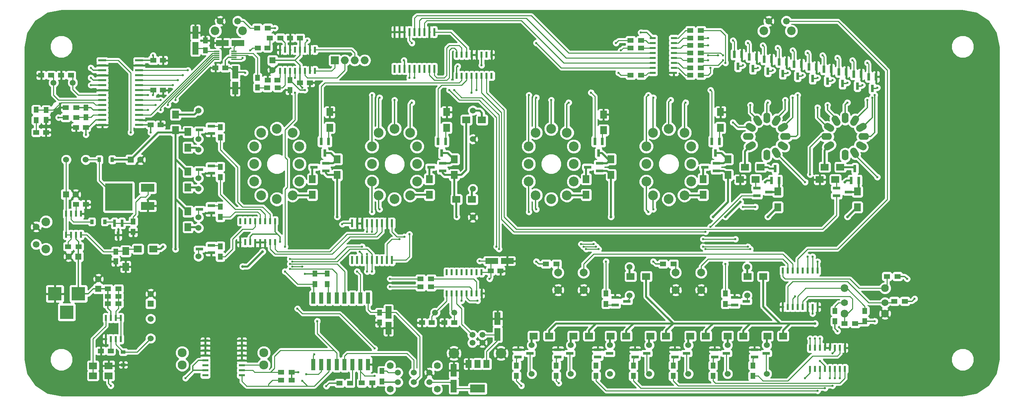
<source format=gbl>
G04 #@! TF.FileFunction,Copper,L2,Bot,Signal*
%FSLAX46Y46*%
G04 Gerber Fmt 4.6, Leading zero omitted, Abs format (unit mm)*
G04 Created by KiCad (PCBNEW 4.0.5) date 04/11/17 00:20:58*
%MOMM*%
%LPD*%
G01*
G04 APERTURE LIST*
%ADD10C,0.100000*%
%ADD11C,1.500000*%
%ADD12C,2.300000*%
%ADD13R,2.000000X0.600000*%
%ADD14R,1.500000X0.600000*%
%ADD15C,2.500000*%
%ADD16R,3.800000X2.000000*%
%ADD17R,1.500000X2.000000*%
%ADD18R,0.600000X1.500000*%
%ADD19R,0.600000X2.000000*%
%ADD20R,0.600000X1.550000*%
%ADD21R,1.400000X0.300000*%
%ADD22C,1.962000*%
%ADD23C,1.762000*%
%ADD24C,2.200000*%
%ADD25C,1.700000*%
%ADD26C,2.000000*%
%ADD27C,1.524000*%
%ADD28C,1.750000*%
%ADD29R,2.000000X1.700000*%
%ADD30R,1.700000X2.000000*%
%ADD31R,1.500000X1.300000*%
%ADD32R,1.900000X0.800000*%
%ADD33R,0.800000X1.900000*%
%ADD34R,3.500000X2.000000*%
%ADD35R,7.000000X7.000000*%
%ADD36R,3.500000X3.500000*%
%ADD37C,1.520000*%
%ADD38C,2.700000*%
%ADD39R,0.900000X1.200000*%
%ADD40R,1.200000X0.900000*%
%ADD41R,3.200000X1.500000*%
%ADD42R,1.250000X1.500000*%
%ADD43R,1.500000X1.250000*%
%ADD44R,1.500000X3.200000*%
%ADD45R,1.600000X1.600000*%
%ADD46C,1.600000*%
%ADD47R,1.300000X1.500000*%
%ADD48R,1.000000X3.000000*%
%ADD49O,1.750000X2.750000*%
%ADD50C,1.750000*%
%ADD51O,2.750000X1.750000*%
%ADD52O,1.998980X1.998980*%
%ADD53R,1.998980X1.998980*%
%ADD54C,0.600000*%
%ADD55C,0.700000*%
%ADD56C,0.250000*%
%ADD57C,0.350000*%
%ADD58C,0.500000*%
%ADD59C,0.254000*%
G04 APERTURE END LIST*
D10*
D11*
X33020000Y-69215000D03*
X37900000Y-69215000D03*
D12*
X65850800Y-138250800D03*
X65850800Y-141350800D03*
X86650800Y-138250800D03*
X86650800Y-141350800D03*
D13*
X54865000Y-63500000D03*
X54865000Y-64770000D03*
X54865000Y-66040000D03*
X54865000Y-67310000D03*
X54865000Y-68580000D03*
X54865000Y-69850000D03*
X54865000Y-71120000D03*
X54865000Y-72390000D03*
X54865000Y-73660000D03*
X54865000Y-74930000D03*
X54865000Y-76200000D03*
X54865000Y-77470000D03*
X54865000Y-78740000D03*
X54865000Y-80010000D03*
X45465000Y-80010000D03*
X45465000Y-78740000D03*
X45465000Y-77470000D03*
X45465000Y-76200000D03*
X45465000Y-74930000D03*
X45465000Y-73660000D03*
X45465000Y-72390000D03*
X45465000Y-71120000D03*
X45465000Y-69850000D03*
X45465000Y-68580000D03*
X45465000Y-67310000D03*
X45465000Y-66040000D03*
X45465000Y-64770000D03*
X45465000Y-63500000D03*
D14*
X71753200Y-144043400D03*
X71753200Y-142773400D03*
X71753200Y-141503400D03*
X71753200Y-140233400D03*
X71753200Y-138963400D03*
X71753200Y-137693400D03*
X71753200Y-136423400D03*
X71753200Y-135153400D03*
X81053200Y-135153400D03*
X81053200Y-136423400D03*
X81053200Y-137693400D03*
X81053200Y-138963400D03*
X81053200Y-140233400D03*
X81053200Y-141503400D03*
X81053200Y-142773400D03*
X81053200Y-144043400D03*
D15*
X164000000Y-82000000D03*
X165750000Y-85500000D03*
X165750000Y-90000000D03*
X165750000Y-94500000D03*
X164000000Y-98000000D03*
X160000000Y-99000000D03*
X156000000Y-98000000D03*
X154250000Y-94500000D03*
X154250000Y-90000000D03*
X154250000Y-85500000D03*
X156000000Y-82000000D03*
X160000000Y-81000000D03*
D16*
X141224000Y-147422000D03*
D17*
X141224000Y-141122000D03*
X143524000Y-141122000D03*
X138924000Y-141122000D03*
D15*
X124000000Y-82000000D03*
X125750000Y-85500000D03*
X125750000Y-90000000D03*
X125750000Y-94500000D03*
X124000000Y-98000000D03*
X120000000Y-99000000D03*
X116000000Y-98000000D03*
X114250000Y-94500000D03*
X114250000Y-90000000D03*
X114250000Y-85500000D03*
X116000000Y-82000000D03*
X120000000Y-81000000D03*
X94000000Y-82000000D03*
X95750000Y-85500000D03*
X95750000Y-90000000D03*
X95750000Y-94500000D03*
X94000000Y-98000000D03*
X90000000Y-99000000D03*
X86000000Y-98000000D03*
X84250000Y-94500000D03*
X84250000Y-90000000D03*
X84250000Y-85500000D03*
X86000000Y-82000000D03*
X90000000Y-81000000D03*
D18*
X135890000Y-62070000D03*
X137160000Y-62070000D03*
X138430000Y-62070000D03*
X139700000Y-62070000D03*
X140970000Y-62070000D03*
X142240000Y-62070000D03*
X143510000Y-62070000D03*
X144780000Y-62070000D03*
X144780000Y-67470000D03*
X143510000Y-67470000D03*
X142240000Y-67470000D03*
X140970000Y-67470000D03*
X139700000Y-67470000D03*
X138430000Y-67470000D03*
X137160000Y-67470000D03*
X135890000Y-67470000D03*
X89535000Y-110015000D03*
X88265000Y-110015000D03*
X86995000Y-110015000D03*
X85725000Y-110015000D03*
X84455000Y-110015000D03*
X83185000Y-110015000D03*
X81915000Y-110015000D03*
X80645000Y-110015000D03*
X80645000Y-104615000D03*
X81915000Y-104615000D03*
X83185000Y-104615000D03*
X84455000Y-104615000D03*
X85725000Y-104615000D03*
X86995000Y-104615000D03*
X88265000Y-104615000D03*
X89535000Y-104615000D03*
X226060000Y-137000000D03*
X227330000Y-137000000D03*
X228600000Y-137000000D03*
X229870000Y-137000000D03*
X231140000Y-137000000D03*
X232410000Y-137000000D03*
X233680000Y-137000000D03*
X234950000Y-137000000D03*
X234950000Y-142400000D03*
X233680000Y-142400000D03*
X232410000Y-142400000D03*
X231140000Y-142400000D03*
X229870000Y-142400000D03*
X228600000Y-142400000D03*
X227330000Y-142400000D03*
X226060000Y-142400000D03*
D14*
X191295000Y-57785000D03*
X191295000Y-59055000D03*
X191295000Y-60325000D03*
X191295000Y-61595000D03*
X191295000Y-62865000D03*
X191295000Y-64135000D03*
X191295000Y-65405000D03*
X191295000Y-66675000D03*
X185895000Y-66675000D03*
X185895000Y-65405000D03*
X185895000Y-64135000D03*
X185895000Y-62865000D03*
X185895000Y-61595000D03*
X185895000Y-60325000D03*
X185895000Y-59055000D03*
X185895000Y-57785000D03*
D19*
X109220000Y-105155000D03*
X110490000Y-105155000D03*
X111760000Y-105155000D03*
X113030000Y-105155000D03*
X114300000Y-105155000D03*
X115570000Y-105155000D03*
X116840000Y-105155000D03*
X118110000Y-105155000D03*
X119380000Y-105155000D03*
X119380000Y-114555000D03*
X118110000Y-114555000D03*
X116840000Y-114555000D03*
X115570000Y-114555000D03*
X114300000Y-114555000D03*
X113030000Y-114555000D03*
X111760000Y-114555000D03*
X110490000Y-114555000D03*
X109220000Y-114555000D03*
X120015000Y-56260000D03*
X121285000Y-56260000D03*
X122555000Y-56260000D03*
X123825000Y-56260000D03*
X125095000Y-56260000D03*
X126365000Y-56260000D03*
X127635000Y-56260000D03*
X128905000Y-56260000D03*
X130175000Y-56260000D03*
X130175000Y-65660000D03*
X128905000Y-65660000D03*
X127635000Y-65660000D03*
X126365000Y-65660000D03*
X125095000Y-65660000D03*
X123825000Y-65660000D03*
X122555000Y-65660000D03*
X121285000Y-65660000D03*
X120015000Y-65660000D03*
D20*
X36195000Y-102710000D03*
X37465000Y-102710000D03*
X38735000Y-102710000D03*
X40005000Y-102710000D03*
X40005000Y-108110000D03*
X38735000Y-108110000D03*
X37465000Y-108110000D03*
X36195000Y-108110000D03*
X50165000Y-134780000D03*
X48895000Y-134780000D03*
X47625000Y-134780000D03*
X46355000Y-134780000D03*
X46355000Y-129380000D03*
X47625000Y-129380000D03*
X48895000Y-129380000D03*
X50165000Y-129380000D03*
D21*
X74635000Y-63230000D03*
X74635000Y-62730000D03*
X74635000Y-62230000D03*
X74635000Y-61730000D03*
X74635000Y-61230000D03*
X79035000Y-61230000D03*
X79035000Y-61730000D03*
X79035000Y-62230000D03*
X79035000Y-62730000D03*
X79035000Y-63230000D03*
D18*
X227965000Y-126570000D03*
X226695000Y-126570000D03*
X225425000Y-126570000D03*
X224155000Y-126570000D03*
X222885000Y-126570000D03*
X221615000Y-126570000D03*
X220345000Y-126570000D03*
X219075000Y-126570000D03*
X219075000Y-117270000D03*
X220345000Y-117270000D03*
X221615000Y-117270000D03*
X222885000Y-117270000D03*
X224155000Y-117270000D03*
X225425000Y-117270000D03*
X226695000Y-117270000D03*
X227965000Y-117270000D03*
D22*
X234850000Y-121750000D03*
D23*
X234850000Y-125450000D03*
D22*
X234850000Y-128250000D03*
X245150000Y-128250000D03*
D23*
X245150000Y-125450000D03*
D22*
X245150000Y-121750000D03*
D24*
X221250000Y-56000000D03*
X214250000Y-56000000D03*
D25*
X220000000Y-53500000D03*
X215500000Y-53500000D03*
D24*
X81250000Y-56000000D03*
X74250000Y-56000000D03*
D25*
X80000000Y-53500000D03*
X75500000Y-53500000D03*
D26*
X161750000Y-122250000D03*
X161750000Y-117750000D03*
X168250000Y-122250000D03*
X168250000Y-117750000D03*
X191750000Y-122250000D03*
X191750000Y-117750000D03*
X198250000Y-122250000D03*
X198250000Y-117750000D03*
D24*
X31075000Y-104795000D03*
X31075000Y-111795000D03*
D25*
X28575000Y-106045000D03*
X28575000Y-110545000D03*
D27*
X120917200Y-145826800D03*
X124917200Y-145826800D03*
X128917200Y-145826800D03*
X120917200Y-143326800D03*
X124917200Y-143326800D03*
X128917200Y-143326800D03*
D28*
X118917200Y-141576800D03*
X118917200Y-147576800D03*
X130917200Y-147576800D03*
X130917200Y-141576800D03*
D29*
X233775000Y-90805000D03*
X229775000Y-90805000D03*
X215170000Y-133985000D03*
X219170000Y-133985000D03*
X232505000Y-93980000D03*
X228505000Y-93980000D03*
D30*
X238125000Y-101060000D03*
X238125000Y-97060000D03*
D29*
X205010000Y-133985000D03*
X209010000Y-133985000D03*
X213455000Y-90805000D03*
X209455000Y-90805000D03*
X212185000Y-93980000D03*
X208185000Y-93980000D03*
D30*
X217805000Y-101060000D03*
X217805000Y-97060000D03*
D29*
X195485000Y-133985000D03*
X199485000Y-133985000D03*
D30*
X198755000Y-93885000D03*
X198755000Y-97885000D03*
X203200000Y-80740000D03*
X203200000Y-76740000D03*
X205105000Y-92805000D03*
X205105000Y-88805000D03*
D29*
X185325000Y-133985000D03*
X189325000Y-133985000D03*
D30*
X168910000Y-93885000D03*
X168910000Y-97885000D03*
X173355000Y-81375000D03*
X173355000Y-77375000D03*
X175260000Y-92805000D03*
X175260000Y-88805000D03*
D29*
X175165000Y-133985000D03*
X179165000Y-133985000D03*
X165640000Y-133985000D03*
X169640000Y-133985000D03*
D30*
X133350000Y-80740000D03*
X133350000Y-76740000D03*
X135255000Y-92805000D03*
X135255000Y-88805000D03*
X99060000Y-93885000D03*
X99060000Y-97885000D03*
X67310000Y-106140000D03*
X67310000Y-102140000D03*
X67310000Y-85820000D03*
X67310000Y-81820000D03*
D29*
X155480000Y-133985000D03*
X159480000Y-133985000D03*
D30*
X103505000Y-80740000D03*
X103505000Y-76740000D03*
X105410000Y-92805000D03*
X105410000Y-88805000D03*
X67310000Y-95980000D03*
X67310000Y-91980000D03*
X64135000Y-77375000D03*
X64135000Y-81375000D03*
D29*
X180245000Y-118745000D03*
X184245000Y-118745000D03*
X135795000Y-99060000D03*
X139795000Y-99060000D03*
X138335000Y-78740000D03*
X142335000Y-78740000D03*
X210090000Y-118745000D03*
X214090000Y-118745000D03*
X58515000Y-111760000D03*
X54515000Y-111760000D03*
D30*
X51435000Y-112300000D03*
X51435000Y-116300000D03*
D31*
X36750000Y-111125000D03*
X39450000Y-111125000D03*
X46910000Y-125730000D03*
X49610000Y-125730000D03*
X46910000Y-123825000D03*
X49610000Y-123825000D03*
X46910000Y-121920000D03*
X49610000Y-121920000D03*
D29*
X43085000Y-141605000D03*
X47085000Y-141605000D03*
X43085000Y-144145000D03*
X47085000Y-144145000D03*
D31*
X36115000Y-75565000D03*
X38815000Y-75565000D03*
X36115000Y-78105000D03*
X38815000Y-78105000D03*
D32*
X211860000Y-139380000D03*
X211860000Y-137480000D03*
X214860000Y-138430000D03*
D33*
X221935000Y-64540000D03*
X223835000Y-64540000D03*
X222885000Y-67540000D03*
X238440000Y-94210000D03*
X236540000Y-94210000D03*
X237490000Y-91210000D03*
X225745000Y-65175000D03*
X227645000Y-65175000D03*
X226695000Y-68175000D03*
D32*
X201700000Y-139380000D03*
X201700000Y-137480000D03*
X204700000Y-138430000D03*
X232815000Y-98105000D03*
X232815000Y-96205000D03*
X235815000Y-97155000D03*
D33*
X229555000Y-65810000D03*
X231455000Y-65810000D03*
X230505000Y-68810000D03*
X218120000Y-94210000D03*
X216220000Y-94210000D03*
X217170000Y-91210000D03*
D32*
X191540000Y-139380000D03*
X191540000Y-137480000D03*
X194540000Y-138430000D03*
X212495000Y-98105000D03*
X212495000Y-96205000D03*
X215495000Y-97155000D03*
D33*
X233365000Y-66445000D03*
X235265000Y-66445000D03*
X234315000Y-69445000D03*
D32*
X202160000Y-89855000D03*
X202160000Y-91755000D03*
X199160000Y-90805000D03*
X181380000Y-139380000D03*
X181380000Y-137480000D03*
X184380000Y-138430000D03*
D33*
X200980000Y-84225000D03*
X202880000Y-84225000D03*
X201930000Y-87225000D03*
X237175000Y-67080000D03*
X239075000Y-67080000D03*
X238125000Y-70080000D03*
D32*
X171855000Y-139380000D03*
X171855000Y-137480000D03*
X174855000Y-138430000D03*
X172315000Y-89855000D03*
X172315000Y-91755000D03*
X169315000Y-90805000D03*
D33*
X240985000Y-67715000D03*
X242885000Y-67715000D03*
X241935000Y-70715000D03*
X171135000Y-84225000D03*
X173035000Y-84225000D03*
X172085000Y-87225000D03*
D32*
X161695000Y-139380000D03*
X161695000Y-137480000D03*
X164695000Y-138430000D03*
D33*
X218125000Y-63905000D03*
X220025000Y-63905000D03*
X219075000Y-66905000D03*
X131130000Y-84225000D03*
X133030000Y-84225000D03*
X132080000Y-87225000D03*
D32*
X73255000Y-110810000D03*
X73255000Y-112710000D03*
X70255000Y-111760000D03*
X73255000Y-90490000D03*
X73255000Y-92390000D03*
X70255000Y-91440000D03*
X151535000Y-139380000D03*
X151535000Y-137480000D03*
X154535000Y-138430000D03*
D33*
X206695000Y-62000000D03*
X208595000Y-62000000D03*
X207645000Y-65000000D03*
D32*
X102465000Y-89855000D03*
X102465000Y-91755000D03*
X99465000Y-90805000D03*
X73255000Y-100650000D03*
X73255000Y-102550000D03*
X70255000Y-101600000D03*
X73255000Y-80330000D03*
X73255000Y-82230000D03*
X70255000Y-81280000D03*
D33*
X214315000Y-63270000D03*
X216215000Y-63270000D03*
X215265000Y-66270000D03*
X101285000Y-84225000D03*
X103185000Y-84225000D03*
X102235000Y-87225000D03*
X210505000Y-62635000D03*
X212405000Y-62635000D03*
X211455000Y-65635000D03*
D32*
X176300000Y-126045000D03*
X176300000Y-124145000D03*
X179300000Y-125095000D03*
X206780000Y-126045000D03*
X206780000Y-124145000D03*
X209780000Y-125095000D03*
D34*
X57040000Y-96135000D03*
X57040000Y-100715000D03*
D35*
X49640000Y-98435000D03*
D33*
X48580000Y-105180000D03*
X50480000Y-105180000D03*
X49530000Y-108180000D03*
D27*
X140000000Y-96350000D03*
X140000000Y-103650000D03*
X140000000Y-76350000D03*
X140000000Y-83650000D03*
X210000000Y-116350000D03*
X210000000Y-123650000D03*
X180000000Y-116350000D03*
X180000000Y-123650000D03*
X70000000Y-106350000D03*
X70000000Y-113650000D03*
X70000000Y-96350000D03*
X70000000Y-103650000D03*
X70000000Y-86350000D03*
X70000000Y-93650000D03*
X70000000Y-76350000D03*
X70000000Y-83650000D03*
X215000000Y-136350000D03*
X215000000Y-143650000D03*
X205000000Y-136350000D03*
X205000000Y-143650000D03*
X195000000Y-136350000D03*
X195000000Y-143650000D03*
X185000000Y-136350000D03*
X185000000Y-143650000D03*
X175000000Y-136350000D03*
X175000000Y-143650000D03*
X165000000Y-136350000D03*
X165000000Y-143650000D03*
X155000000Y-136350000D03*
X155000000Y-143650000D03*
D36*
X39370000Y-123190000D03*
X33370000Y-123190000D03*
X36370000Y-127890000D03*
D37*
X139903200Y-133705600D03*
X142443200Y-133705600D03*
X142443200Y-135705600D03*
X139903200Y-135705600D03*
D38*
X135173200Y-138405600D03*
X147173200Y-138405600D03*
D39*
X48005000Y-88900000D03*
X44705000Y-88900000D03*
X46100000Y-104775000D03*
X42800000Y-104775000D03*
D40*
X50800000Y-138050000D03*
X50800000Y-141350000D03*
D41*
X144812000Y-114808000D03*
X148812000Y-114808000D03*
D42*
X116187220Y-128046160D03*
X116187220Y-130546160D03*
D43*
X135235000Y-130556000D03*
X132735000Y-130556000D03*
X129520000Y-130556000D03*
X127020000Y-130556000D03*
D44*
X118488460Y-127951480D03*
X118488460Y-131951480D03*
D43*
X144546000Y-117348000D03*
X147046000Y-117348000D03*
D44*
X135128000Y-146780000D03*
X135128000Y-142780000D03*
X146304000Y-133572000D03*
X146304000Y-129572000D03*
D43*
X57805000Y-80010000D03*
X60305000Y-80010000D03*
X41255000Y-80645000D03*
X38755000Y-80645000D03*
X32365000Y-67310000D03*
X29865000Y-67310000D03*
X58440000Y-71120000D03*
X60940000Y-71120000D03*
X58440000Y-63500000D03*
X60940000Y-63500000D03*
X37445000Y-67310000D03*
X34945000Y-67310000D03*
D42*
X41275000Y-78085000D03*
X41275000Y-75585000D03*
X31115000Y-76220000D03*
X31115000Y-78720000D03*
D43*
X28595000Y-81915000D03*
X31095000Y-81915000D03*
X76815000Y-65405000D03*
X74315000Y-65405000D03*
D41*
X80105000Y-59055000D03*
X76105000Y-59055000D03*
D44*
X79375000Y-66580000D03*
X79375000Y-70580000D03*
D42*
X71755000Y-60940000D03*
X71755000Y-58440000D03*
D44*
X69215000Y-60420000D03*
X69215000Y-56420000D03*
D42*
X85090000Y-67965000D03*
X85090000Y-70465000D03*
D43*
X87610000Y-60325000D03*
X85110000Y-60325000D03*
D45*
X57785000Y-125730000D03*
D46*
X57785000Y-123230000D03*
D43*
X47605000Y-137795000D03*
X45105000Y-137795000D03*
D45*
X44450000Y-121920000D03*
D46*
X44450000Y-119420000D03*
D45*
X39370000Y-113665000D03*
D46*
X36870000Y-113665000D03*
D45*
X36195000Y-97790000D03*
D46*
X38695000Y-97790000D03*
D45*
X52705000Y-88900000D03*
D46*
X55205000Y-88900000D03*
D42*
X48895000Y-112415000D03*
X48895000Y-114915000D03*
D47*
X99695000Y-118030000D03*
X99695000Y-120730000D03*
X102870000Y-120730000D03*
X102870000Y-118030000D03*
D31*
X87710000Y-55245000D03*
X85010000Y-55245000D03*
X158670000Y-115570000D03*
X161370000Y-115570000D03*
X188515000Y-115570000D03*
X191215000Y-115570000D03*
X248365000Y-118745000D03*
X245665000Y-118745000D03*
X250270000Y-125095000D03*
X247570000Y-125095000D03*
D47*
X232410000Y-130255000D03*
X232410000Y-127555000D03*
X240030000Y-130255000D03*
X240030000Y-127555000D03*
D31*
X237570000Y-130810000D03*
X234870000Y-130810000D03*
X111650000Y-146000000D03*
X114350000Y-146000000D03*
X93806000Y-145288000D03*
X91106000Y-145288000D03*
X93806000Y-143256000D03*
X91106000Y-143256000D03*
X108665000Y-146050000D03*
X105965000Y-146050000D03*
D47*
X116840000Y-142922000D03*
X116840000Y-145622000D03*
D31*
X129366000Y-119380000D03*
X126666000Y-119380000D03*
X129366000Y-121412000D03*
X126666000Y-121412000D03*
D47*
X28575000Y-76120000D03*
X28575000Y-78820000D03*
D31*
X90250000Y-70485000D03*
X87550000Y-70485000D03*
X90885000Y-57785000D03*
X88185000Y-57785000D03*
D47*
X53340000Y-104695000D03*
X53340000Y-107395000D03*
X204470000Y-125810000D03*
X204470000Y-123110000D03*
X173990000Y-125810000D03*
X173990000Y-123110000D03*
D31*
X198200000Y-59690000D03*
X195500000Y-59690000D03*
X180260000Y-60325000D03*
X182960000Y-60325000D03*
D47*
X75565000Y-80565000D03*
X75565000Y-83265000D03*
X75565000Y-100885000D03*
X75565000Y-103585000D03*
D31*
X198200000Y-57785000D03*
X195500000Y-57785000D03*
D47*
X151130000Y-141525000D03*
X151130000Y-144225000D03*
X75565000Y-90725000D03*
X75565000Y-93425000D03*
X75565000Y-111045000D03*
X75565000Y-113745000D03*
D31*
X180260000Y-58420000D03*
X182960000Y-58420000D03*
D47*
X161290000Y-141525000D03*
X161290000Y-144225000D03*
D31*
X198200000Y-55880000D03*
X195500000Y-55880000D03*
D47*
X171450000Y-141525000D03*
X171450000Y-144225000D03*
D31*
X198200000Y-65405000D03*
X195500000Y-65405000D03*
D47*
X180975000Y-141525000D03*
X180975000Y-144225000D03*
D31*
X198200000Y-67310000D03*
X195500000Y-67310000D03*
D47*
X191135000Y-141525000D03*
X191135000Y-144225000D03*
D31*
X198200000Y-61595000D03*
X195500000Y-61595000D03*
D47*
X201295000Y-141525000D03*
X201295000Y-144225000D03*
D31*
X180260000Y-67310000D03*
X182960000Y-67310000D03*
X198200000Y-63500000D03*
X195500000Y-63500000D03*
D47*
X211455000Y-141525000D03*
X211455000Y-144225000D03*
D11*
X135255000Y-128016000D03*
X130375000Y-128016000D03*
D43*
X38755000Y-100330000D03*
X41255000Y-100330000D03*
D48*
X99287360Y-124288660D03*
X101287360Y-124288660D03*
X103287360Y-124288660D03*
X105287360Y-124288660D03*
X107287360Y-124288660D03*
X109287360Y-124288660D03*
X111287360Y-124288660D03*
X113287360Y-124288660D03*
X113287360Y-141288660D03*
X111287360Y-141288660D03*
X109287360Y-141288660D03*
X107287360Y-141288660D03*
X105287360Y-141288660D03*
X103287360Y-141288660D03*
X101287360Y-141288660D03*
X99287360Y-141288660D03*
D18*
X142240000Y-123096000D03*
X140970000Y-123096000D03*
X139700000Y-123096000D03*
X138430000Y-123096000D03*
X137160000Y-123096000D03*
X135890000Y-123096000D03*
X134620000Y-123096000D03*
X133350000Y-123096000D03*
X133350000Y-117696000D03*
X134620000Y-117696000D03*
X135890000Y-117696000D03*
X137160000Y-117696000D03*
X138430000Y-117696000D03*
X139700000Y-117696000D03*
X140970000Y-117696000D03*
X142240000Y-117696000D03*
D49*
X235000000Y-87750000D03*
D50*
X237125000Y-86680587D02*
X237625000Y-87546613D01*
X238680587Y-85125000D02*
X239546613Y-85625000D01*
D51*
X239750000Y-83000000D03*
D50*
X238680587Y-80875000D02*
X239546613Y-80375000D01*
X237125000Y-79319413D02*
X237625000Y-78453387D01*
D49*
X235000000Y-78250000D03*
D50*
X232875000Y-79319413D02*
X232375000Y-78453387D01*
X231319413Y-80875000D02*
X230453387Y-80375000D01*
D51*
X230250000Y-83000000D03*
D50*
X231319413Y-85125000D02*
X230453387Y-85625000D01*
D49*
X215000000Y-87750000D03*
D50*
X217125000Y-86680587D02*
X217625000Y-87546613D01*
X218680587Y-85125000D02*
X219546613Y-85625000D01*
D51*
X219750000Y-83000000D03*
D50*
X218680587Y-80875000D02*
X219546613Y-80375000D01*
X217125000Y-79319413D02*
X217625000Y-78453387D01*
D49*
X215000000Y-78250000D03*
D50*
X212875000Y-79319413D02*
X212375000Y-78453387D01*
X211319413Y-80875000D02*
X210453387Y-80375000D01*
D51*
X210250000Y-83000000D03*
D50*
X211319413Y-85125000D02*
X210453387Y-85625000D01*
D15*
X194000000Y-82000000D03*
X195750000Y-85500000D03*
X195750000Y-90000000D03*
X195750000Y-94500000D03*
X194000000Y-98000000D03*
X190000000Y-99000000D03*
X186000000Y-98000000D03*
X184250000Y-94500000D03*
X184250000Y-90000000D03*
X184250000Y-85500000D03*
X186000000Y-82000000D03*
X190000000Y-81000000D03*
D30*
X128905000Y-93885000D03*
X128905000Y-97885000D03*
D32*
X132310000Y-89855000D03*
X132310000Y-91755000D03*
X129310000Y-90805000D03*
D43*
X95865000Y-57785000D03*
X93365000Y-57785000D03*
D45*
X88900000Y-63500000D03*
D46*
X88900000Y-66000000D03*
D43*
X95905000Y-69215000D03*
X98405000Y-69215000D03*
D42*
X93345000Y-68600000D03*
X93345000Y-71100000D03*
D43*
X90150000Y-68580000D03*
X87650000Y-68580000D03*
D52*
X112395000Y-63500000D03*
D53*
X104775000Y-63500000D03*
D52*
X107315000Y-63500000D03*
X109855000Y-63500000D03*
D27*
X57785000Y-134580000D03*
X57785000Y-129580000D03*
X41235000Y-88900000D03*
X36235000Y-88900000D03*
D18*
X99695000Y-66200000D03*
X98425000Y-66200000D03*
X97155000Y-66200000D03*
X95885000Y-66200000D03*
X94615000Y-66200000D03*
X93345000Y-66200000D03*
X92075000Y-66200000D03*
X90805000Y-66200000D03*
X90805000Y-60800000D03*
X92075000Y-60800000D03*
X93345000Y-60800000D03*
X94615000Y-60800000D03*
X95885000Y-60800000D03*
X97155000Y-60800000D03*
X98425000Y-60800000D03*
X99695000Y-60800000D03*
D54*
X76250800Y-139750800D03*
X141224000Y-124968000D03*
X144272000Y-119380000D03*
X141732000Y-114808000D03*
X142240000Y-64770000D03*
X97155000Y-71120000D03*
X66675000Y-144780000D03*
X90805000Y-109855000D03*
X111125000Y-112395000D03*
X106680000Y-105410000D03*
X89535000Y-55245000D03*
X42545000Y-69850000D03*
X57785000Y-81915000D03*
X96520000Y-70485000D03*
X58420000Y-72390000D03*
X57150000Y-72390000D03*
X42545000Y-65405000D03*
X42545000Y-67945000D03*
X41275000Y-82550000D03*
X81915000Y-66675000D03*
X226695000Y-128270000D03*
X227965000Y-114935000D03*
X233045000Y-132715000D03*
X250825000Y-119380000D03*
X252730000Y-124460000D03*
X242570000Y-130175000D03*
X156210000Y-114935000D03*
X186055000Y-114935000D03*
X224790000Y-144780000D03*
X231775000Y-138430000D03*
X47625000Y-146685000D03*
X182880000Y-56388000D03*
X122428000Y-63500000D03*
X136144000Y-65024000D03*
X97155000Y-118110000D03*
X95504000Y-143256000D03*
X102616000Y-146812000D03*
X34290000Y-78105000D03*
X58420000Y-62230000D03*
D55*
X215265000Y-103505000D03*
X64135000Y-111760000D03*
X86360000Y-112395000D03*
X81280000Y-116205000D03*
X227330000Y-130810000D03*
X201295000Y-103505000D03*
X175260000Y-103505000D03*
X105410000Y-103505000D03*
X135890000Y-103505000D03*
X204470000Y-103505000D03*
X208280000Y-99695000D03*
X214630000Y-94615000D03*
X234950000Y-94615000D03*
X235585000Y-103505000D03*
X60960000Y-111125000D03*
D54*
X137160000Y-124968000D03*
X210185000Y-59055000D03*
X200025000Y-59690000D03*
X212725000Y-65405000D03*
X226060000Y-92710000D03*
X208915000Y-100965000D03*
X212090000Y-100965000D03*
X177800000Y-60960000D03*
X213995000Y-59690000D03*
X216535000Y-66040000D03*
X186055000Y-101600000D03*
X156210000Y-101600000D03*
X116205000Y-101600000D03*
X206375000Y-58420000D03*
X200025000Y-57785000D03*
X154305000Y-102235000D03*
X184785000Y-102235000D03*
X243205000Y-93345000D03*
X224790000Y-94615000D03*
X208915000Y-64770000D03*
X114300000Y-102235000D03*
X217805000Y-60325000D03*
X176530000Y-59055000D03*
X220345000Y-66675000D03*
X170180000Y-71755000D03*
X139700000Y-71755000D03*
X204470000Y-64135000D03*
X240665000Y-64135000D03*
X242570000Y-72390000D03*
X184785000Y-72390000D03*
X154305000Y-72390000D03*
X114300000Y-72390000D03*
X243205000Y-70485000D03*
X222885000Y-72390000D03*
X203835000Y-63500000D03*
X236855000Y-63500000D03*
X186055000Y-73025000D03*
X156210000Y-73025000D03*
X116205000Y-73025000D03*
X239395000Y-69850000D03*
X241935000Y-73025000D03*
X221615000Y-73025000D03*
X200660000Y-71120000D03*
X140970000Y-71120000D03*
X233045000Y-62865000D03*
X200660000Y-65405000D03*
X190500000Y-73660000D03*
X160020000Y-73660000D03*
X120015000Y-73660000D03*
X235585000Y-69215000D03*
X240665000Y-73660000D03*
X219710000Y-73660000D03*
X199390000Y-107315000D03*
X200660000Y-106045000D03*
X203835000Y-62230000D03*
X229235000Y-62230000D03*
X194310000Y-74295000D03*
X164465000Y-74295000D03*
X124460000Y-74295000D03*
X231775000Y-68580000D03*
X235585000Y-74295000D03*
X215265000Y-74295000D03*
X202565000Y-62230000D03*
X200025000Y-62230000D03*
X225425000Y-61595000D03*
X177165000Y-66675000D03*
X210820000Y-74930000D03*
X230505000Y-74930000D03*
X227965000Y-67945000D03*
X221615000Y-60960000D03*
X200025000Y-63500000D03*
X224155000Y-67310000D03*
X227965000Y-75565000D03*
X206375000Y-79375000D03*
X92075000Y-117475000D03*
X222250000Y-123825000D03*
X114935000Y-137160000D03*
X94615000Y-67945000D03*
X94615000Y-71755000D03*
X92075000Y-111125000D03*
X95250000Y-127000000D03*
X114935000Y-144145000D03*
X146685000Y-111760000D03*
X125095000Y-67945000D03*
X135255000Y-71120000D03*
X93980000Y-114935000D03*
X66040000Y-67310000D03*
X225425000Y-113665000D03*
X210820000Y-111760000D03*
X199390000Y-111760000D03*
X172085000Y-111760000D03*
X168910000Y-111760000D03*
X114300000Y-117475000D03*
X96520000Y-145415000D03*
X146050000Y-111125000D03*
X123825000Y-67945000D03*
X133985000Y-71120000D03*
X113030000Y-113030000D03*
X111760000Y-111125000D03*
X93345000Y-114300000D03*
X67310000Y-66040000D03*
X226695000Y-113665000D03*
X210185000Y-111125000D03*
X198755000Y-111125000D03*
X171450000Y-111125000D03*
X168275000Y-111125000D03*
X113030000Y-117475000D03*
X100330000Y-130175000D03*
X97536000Y-143764000D03*
X118872000Y-119380000D03*
X99568000Y-138684000D03*
X118872000Y-121412000D03*
X113030000Y-107315000D03*
X167640000Y-110490000D03*
X170815000Y-110490000D03*
X204470000Y-115570000D03*
X114300000Y-107315000D03*
X173990000Y-114935000D03*
X152400000Y-146685000D03*
X228600000Y-144780000D03*
X228600000Y-140335000D03*
X161925000Y-146050000D03*
X231140000Y-144780000D03*
X227965000Y-147955000D03*
X229870000Y-147320000D03*
X232410000Y-144780000D03*
X233680000Y-144780000D03*
X231775000Y-146685000D03*
X93345000Y-116840000D03*
X52705000Y-81915000D03*
X93345000Y-115570000D03*
X64770000Y-68580000D03*
X63500000Y-69850000D03*
X93980000Y-116205000D03*
X96520000Y-116205000D03*
X110490000Y-117475000D03*
X60325000Y-73660000D03*
X64135000Y-73660000D03*
X59055000Y-74930000D03*
X62230000Y-74930000D03*
X57150000Y-76200000D03*
X60325000Y-76200000D03*
X156210000Y-59055000D03*
X124460000Y-59055000D03*
X122555000Y-108585000D03*
X226060000Y-134620000D03*
X123825000Y-107950000D03*
X227330000Y-134620000D03*
X121285000Y-109220000D03*
X198755000Y-109220000D03*
X207010000Y-109220000D03*
X228600000Y-134620000D03*
X83185000Y-60960000D03*
X81280000Y-62865000D03*
X97790000Y-58420000D03*
D56*
X86650800Y-141350800D02*
X81205800Y-141350800D01*
X81205800Y-141350800D02*
X81053200Y-141503400D01*
X79035000Y-62230000D02*
X82550000Y-62230000D01*
X82550000Y-62230000D02*
X83185000Y-62865000D01*
X134620000Y-123096000D02*
X134620000Y-127381000D01*
X134620000Y-127381000D02*
X135235000Y-127996000D01*
X135235000Y-127996000D02*
X135235000Y-130556000D01*
X130375000Y-128016000D02*
X130375000Y-128070000D01*
X130375000Y-128070000D02*
X129520000Y-128925000D01*
X129520000Y-128925000D02*
X129520000Y-130556000D01*
X133350000Y-123096000D02*
X133350000Y-125041000D01*
X133350000Y-125041000D02*
X130375000Y-128016000D01*
X138430000Y-124206000D02*
X138430000Y-123096000D01*
X139192000Y-124968000D02*
X138430000Y-124206000D01*
X140208000Y-124968000D02*
X139192000Y-124968000D01*
X141224000Y-124968000D02*
X140208000Y-124968000D01*
X144546000Y-119106000D02*
X144272000Y-119380000D01*
X144546000Y-117348000D02*
X144546000Y-119106000D01*
X141732000Y-114808000D02*
X144812000Y-114808000D01*
X144812000Y-114808000D02*
X144546000Y-115074000D01*
X144546000Y-115074000D02*
X144546000Y-117348000D01*
X144546000Y-117348000D02*
X144198000Y-117696000D01*
X144198000Y-117696000D02*
X142240000Y-117696000D01*
X141224000Y-147422000D02*
X135770000Y-147422000D01*
X135770000Y-147422000D02*
X134174800Y-145826800D01*
X134174800Y-145826800D02*
X128917200Y-145826800D01*
X146304000Y-133572000D02*
X146304000Y-135128000D01*
X146304000Y-135128000D02*
X143524000Y-137908000D01*
X143524000Y-137908000D02*
X143524000Y-141122000D01*
X142443200Y-133705600D02*
X146170400Y-133705600D01*
X146170400Y-133705600D02*
X146304000Y-133572000D01*
D57*
X142240000Y-62070000D02*
X142240000Y-64770000D01*
X93345000Y-68600000D02*
X93365000Y-68600000D01*
X93365000Y-68600000D02*
X95885000Y-71120000D01*
X95885000Y-71120000D02*
X97155000Y-71120000D01*
X93345000Y-66200000D02*
X93345000Y-68600000D01*
X71753200Y-142773400D02*
X68681600Y-142773400D01*
X68681600Y-142773400D02*
X68580000Y-142875000D01*
X71753200Y-140233400D02*
X69951600Y-140233400D01*
X68580000Y-142875000D02*
X66675000Y-144780000D01*
X68580000Y-141605000D02*
X68580000Y-142875000D01*
X69951600Y-140233400D02*
X68580000Y-141605000D01*
X89535000Y-104615000D02*
X89535000Y-107315000D01*
X89535000Y-107315000D02*
X90170000Y-107950000D01*
X90805000Y-108585000D02*
X90805000Y-109855000D01*
X90170000Y-107950000D02*
X90805000Y-108585000D01*
X83820000Y-107950000D02*
X90170000Y-107950000D01*
X83185000Y-108585000D02*
X83820000Y-107950000D01*
X83185000Y-110015000D02*
X83185000Y-108585000D01*
X111760000Y-114555000D02*
X111760000Y-113030000D01*
X111760000Y-113030000D02*
X111125000Y-112395000D01*
X109220000Y-105155000D02*
X106935000Y-105155000D01*
X106935000Y-105155000D02*
X106680000Y-105410000D01*
X87710000Y-55245000D02*
X89535000Y-55245000D01*
X45465000Y-69850000D02*
X42545000Y-69850000D01*
X57805000Y-80010000D02*
X57805000Y-81895000D01*
X57805000Y-81895000D02*
X57785000Y-81915000D01*
X54865000Y-80010000D02*
X57805000Y-80010000D01*
X95905000Y-69215000D02*
X95905000Y-69870000D01*
X95905000Y-69870000D02*
X96520000Y-70485000D01*
X79035000Y-62730000D02*
X77605000Y-62730000D01*
X76815000Y-63520000D02*
X76815000Y-65405000D01*
X77605000Y-62730000D02*
X76815000Y-63520000D01*
X58440000Y-71120000D02*
X58440000Y-72370000D01*
X58440000Y-72370000D02*
X58420000Y-72390000D01*
X54865000Y-72390000D02*
X57150000Y-72390000D01*
X45465000Y-66040000D02*
X43180000Y-66040000D01*
X43180000Y-66040000D02*
X42545000Y-65405000D01*
X45465000Y-68580000D02*
X43180000Y-68580000D01*
X43180000Y-68580000D02*
X42545000Y-67945000D01*
X41255000Y-80645000D02*
X41255000Y-82530000D01*
X41255000Y-82530000D02*
X41275000Y-82550000D01*
X41255000Y-80645000D02*
X41910000Y-80645000D01*
X41910000Y-80645000D02*
X43815000Y-78740000D01*
X43815000Y-78740000D02*
X45465000Y-78740000D01*
X79375000Y-66580000D02*
X81820000Y-66580000D01*
X81820000Y-66580000D02*
X81915000Y-66675000D01*
X76815000Y-65405000D02*
X78200000Y-65405000D01*
X78200000Y-65405000D02*
X79375000Y-66580000D01*
X95905000Y-69215000D02*
X95905000Y-66220000D01*
X95905000Y-66220000D02*
X95885000Y-66200000D01*
X95885000Y-66200000D02*
X95885000Y-64770000D01*
X95885000Y-64770000D02*
X94615000Y-63500000D01*
X95865000Y-57785000D02*
X95865000Y-60780000D01*
X95865000Y-60780000D02*
X95885000Y-60800000D01*
X95885000Y-60800000D02*
X95885000Y-62230000D01*
X95885000Y-62230000D02*
X94615000Y-63500000D01*
X94615000Y-63500000D02*
X88900000Y-63500000D01*
X226695000Y-126570000D02*
X226695000Y-128270000D01*
X227965000Y-117270000D02*
X227965000Y-114935000D01*
X232410000Y-130255000D02*
X232410000Y-132080000D01*
X232410000Y-132080000D02*
X233045000Y-132715000D01*
X248365000Y-118745000D02*
X250190000Y-118745000D01*
X250190000Y-118745000D02*
X250825000Y-119380000D01*
X250270000Y-125095000D02*
X252095000Y-125095000D01*
X252095000Y-125095000D02*
X252730000Y-124460000D01*
X237570000Y-130810000D02*
X239475000Y-130810000D01*
X239475000Y-130810000D02*
X240110000Y-130175000D01*
X240110000Y-130175000D02*
X242570000Y-130175000D01*
X158670000Y-115570000D02*
X156845000Y-115570000D01*
X156845000Y-115570000D02*
X156210000Y-114935000D01*
X186055000Y-114935000D02*
X186690000Y-115570000D01*
X186690000Y-115570000D02*
X188515000Y-115570000D01*
X224790000Y-144780000D02*
X226060000Y-143510000D01*
X226060000Y-143510000D02*
X226060000Y-142400000D01*
X232410000Y-137000000D02*
X232410000Y-137795000D01*
X232410000Y-137795000D02*
X231775000Y-138430000D01*
X47085000Y-144145000D02*
X47085000Y-146145000D01*
X47085000Y-146145000D02*
X47625000Y-146685000D01*
X185895000Y-57785000D02*
X185801000Y-57785000D01*
X185801000Y-57785000D02*
X184404000Y-56388000D01*
X184404000Y-56388000D02*
X182880000Y-56388000D01*
X122555000Y-65660000D02*
X122555000Y-63627000D01*
X122555000Y-63627000D02*
X122428000Y-63500000D01*
X135890000Y-67470000D02*
X135890000Y-65278000D01*
X135890000Y-65278000D02*
X136144000Y-65024000D01*
X102870000Y-118030000D02*
X99695000Y-118030000D01*
X99695000Y-118030000D02*
X99615000Y-118110000D01*
X99615000Y-118110000D02*
X97155000Y-118110000D01*
X120917200Y-145826800D02*
X117044800Y-145826800D01*
X117044800Y-145826800D02*
X116840000Y-145622000D01*
X93806000Y-145288000D02*
X93806000Y-143256000D01*
X93806000Y-143256000D02*
X95504000Y-143256000D01*
X105965000Y-146050000D02*
X103378000Y-146050000D01*
X103378000Y-146050000D02*
X102616000Y-146812000D01*
X36115000Y-78105000D02*
X34290000Y-78105000D01*
X58440000Y-63500000D02*
X58440000Y-62250000D01*
X58440000Y-62250000D02*
X58420000Y-62230000D01*
X54865000Y-71120000D02*
X58440000Y-71120000D01*
X54865000Y-63500000D02*
X58440000Y-63500000D01*
D56*
X33020000Y-69215000D02*
X33020000Y-67965000D01*
X33020000Y-67965000D02*
X32365000Y-67310000D01*
X45465000Y-73660000D02*
X34290000Y-73660000D01*
X33020000Y-72390000D02*
X33020000Y-69215000D01*
X34290000Y-73660000D02*
X33020000Y-72390000D01*
X37900000Y-69215000D02*
X37900000Y-67765000D01*
X37900000Y-67765000D02*
X37445000Y-67310000D01*
X45465000Y-72390000D02*
X39370000Y-72390000D01*
X37900000Y-70920000D02*
X37900000Y-69215000D01*
X39370000Y-72390000D02*
X37900000Y-70920000D01*
X41275000Y-78085000D02*
X38835000Y-78085000D01*
X38835000Y-78085000D02*
X38815000Y-78105000D01*
X45465000Y-77470000D02*
X43180000Y-77470000D01*
X42565000Y-78085000D02*
X41275000Y-78085000D01*
X43180000Y-77470000D02*
X42565000Y-78085000D01*
D57*
X41275000Y-75585000D02*
X38835000Y-75585000D01*
X38835000Y-75585000D02*
X38815000Y-75565000D01*
X45465000Y-76200000D02*
X43180000Y-76200000D01*
X42565000Y-75585000D02*
X41275000Y-75585000D01*
X43180000Y-76200000D02*
X42565000Y-75585000D01*
D56*
X31115000Y-76220000D02*
X28675000Y-76220000D01*
X28675000Y-76220000D02*
X28575000Y-76120000D01*
X45465000Y-74930000D02*
X43815000Y-74930000D01*
X33000000Y-76220000D02*
X31115000Y-76220000D01*
X34925000Y-74295000D02*
X33000000Y-76220000D01*
X43180000Y-74295000D02*
X34925000Y-74295000D01*
X43815000Y-74930000D02*
X43180000Y-74295000D01*
X28575000Y-78820000D02*
X28575000Y-81895000D01*
X28575000Y-81895000D02*
X28595000Y-81915000D01*
X79035000Y-61230000D02*
X79035000Y-60125000D01*
X79035000Y-60125000D02*
X80105000Y-59055000D01*
X74635000Y-61230000D02*
X72045000Y-61230000D01*
X72045000Y-61230000D02*
X71235000Y-60420000D01*
X71235000Y-60420000D02*
X69215000Y-60420000D01*
X79035000Y-61730000D02*
X83955000Y-61730000D01*
X85090000Y-62865000D02*
X85090000Y-67965000D01*
X83955000Y-61730000D02*
X85090000Y-62865000D01*
X87550000Y-70485000D02*
X85110000Y-70485000D01*
X85110000Y-70485000D02*
X85090000Y-70465000D01*
X88185000Y-57785000D02*
X88185000Y-59750000D01*
X88185000Y-59750000D02*
X87610000Y-60325000D01*
X47605000Y-137795000D02*
X47605000Y-134800000D01*
X47605000Y-134800000D02*
X47625000Y-134780000D01*
D57*
X39370000Y-123190000D02*
X41910000Y-123190000D01*
X43180000Y-121920000D02*
X44450000Y-121920000D01*
X41910000Y-123190000D02*
X43180000Y-121920000D01*
X39450000Y-111125000D02*
X39450000Y-109935000D01*
X38735000Y-109220000D02*
X38735000Y-108110000D01*
X39450000Y-109935000D02*
X38735000Y-109220000D01*
X39370000Y-113665000D02*
X39370000Y-111205000D01*
X39370000Y-111205000D02*
X39450000Y-111125000D01*
X46910000Y-125730000D02*
X46910000Y-126920000D01*
X47625000Y-127635000D02*
X47625000Y-129380000D01*
X46910000Y-126920000D02*
X47625000Y-127635000D01*
X46910000Y-123825000D02*
X46910000Y-125730000D01*
X46910000Y-121920000D02*
X46910000Y-123825000D01*
X44450000Y-121920000D02*
X46910000Y-121920000D01*
X39370000Y-123190000D02*
X39370000Y-113665000D01*
X39370000Y-113665000D02*
X39450000Y-113585000D01*
D56*
X38735000Y-102710000D02*
X38735000Y-100350000D01*
X38735000Y-100350000D02*
X38755000Y-100330000D01*
X36195000Y-97790000D02*
X36195000Y-88940000D01*
X36195000Y-88940000D02*
X36235000Y-88900000D01*
X36195000Y-97790000D02*
X36195000Y-102710000D01*
X37465000Y-108110000D02*
X36195000Y-108110000D01*
X36195000Y-108110000D02*
X36195000Y-102710000D01*
X36750000Y-111125000D02*
X36750000Y-109935000D01*
X37465000Y-109220000D02*
X37465000Y-108110000D01*
X36750000Y-109935000D02*
X37465000Y-109220000D01*
D58*
X217805000Y-101060000D02*
X217710000Y-101060000D01*
X217710000Y-101060000D02*
X215265000Y-103505000D01*
X82550000Y-116205000D02*
X86360000Y-112395000D01*
X64135000Y-111760000D02*
X64135000Y-98965000D01*
X81280000Y-116205000D02*
X82550000Y-116205000D01*
X184245000Y-118745000D02*
X184245000Y-123920000D01*
X184245000Y-123920000D02*
X191135000Y-130810000D01*
X214090000Y-118745000D02*
X214090000Y-126460000D01*
X214090000Y-126460000D02*
X218440000Y-130810000D01*
X171450000Y-130810000D02*
X161290000Y-130810000D01*
X159480000Y-132620000D02*
X159480000Y-133985000D01*
X161290000Y-130810000D02*
X159480000Y-132620000D01*
X180975000Y-130810000D02*
X171450000Y-130810000D01*
X169640000Y-132620000D02*
X169640000Y-133985000D01*
X171450000Y-130810000D02*
X169640000Y-132620000D01*
X191135000Y-130810000D02*
X180975000Y-130810000D01*
X179165000Y-132620000D02*
X179165000Y-133985000D01*
X180975000Y-130810000D02*
X179165000Y-132620000D01*
X201295000Y-130810000D02*
X191135000Y-130810000D01*
X189325000Y-132620000D02*
X189325000Y-133985000D01*
X191135000Y-130810000D02*
X189325000Y-132620000D01*
X210820000Y-130810000D02*
X201295000Y-130810000D01*
X199485000Y-132620000D02*
X199485000Y-133985000D01*
X201295000Y-130810000D02*
X199485000Y-132620000D01*
X220980000Y-130810000D02*
X218440000Y-130810000D01*
X218440000Y-130810000D02*
X210820000Y-130810000D01*
X209010000Y-132620000D02*
X209010000Y-133985000D01*
X210820000Y-130810000D02*
X209010000Y-132620000D01*
X219170000Y-132620000D02*
X219170000Y-133985000D01*
X220980000Y-130810000D02*
X219170000Y-132620000D01*
X227330000Y-130810000D02*
X220980000Y-130810000D01*
X202160000Y-91755000D02*
X204055000Y-91755000D01*
X204055000Y-91755000D02*
X205105000Y-92805000D01*
X205105000Y-92805000D02*
X205105000Y-99695000D01*
X205105000Y-99695000D02*
X201295000Y-103505000D01*
X175260000Y-92805000D02*
X175260000Y-103505000D01*
X172315000Y-91755000D02*
X174210000Y-91755000D01*
X174210000Y-91755000D02*
X175260000Y-92805000D01*
X105410000Y-92805000D02*
X105410000Y-103505000D01*
X135795000Y-99060000D02*
X135795000Y-103410000D01*
X135795000Y-103410000D02*
X135890000Y-103505000D01*
X216220000Y-94210000D02*
X215035000Y-94210000D01*
X208280000Y-99695000D02*
X204470000Y-103505000D01*
X215035000Y-94210000D02*
X214630000Y-94615000D01*
X236540000Y-94210000D02*
X235355000Y-94210000D01*
X235355000Y-94210000D02*
X234950000Y-94615000D01*
X235585000Y-103505000D02*
X238030000Y-101060000D01*
X238030000Y-101060000D02*
X238125000Y-101060000D01*
X64135000Y-88805000D02*
X64135000Y-98965000D01*
X64135000Y-98965000D02*
X67310000Y-102140000D01*
X64135000Y-81375000D02*
X64135000Y-88805000D01*
X64135000Y-88805000D02*
X67310000Y-91980000D01*
X52705000Y-88900000D02*
X59690000Y-81915000D01*
X59690000Y-81915000D02*
X67215000Y-81915000D01*
X67215000Y-81915000D02*
X67310000Y-81820000D01*
X179165000Y-133255000D02*
X179165000Y-133985000D01*
X189325000Y-133255000D02*
X189325000Y-133985000D01*
X199485000Y-133255000D02*
X199485000Y-133985000D01*
X135255000Y-92805000D02*
X137065000Y-92805000D01*
X138335000Y-91535000D02*
X138335000Y-78740000D01*
X137065000Y-92805000D02*
X138335000Y-91535000D01*
X135255000Y-92805000D02*
X135255000Y-98520000D01*
X135255000Y-98520000D02*
X135795000Y-99060000D01*
X132310000Y-91755000D02*
X132310000Y-92305000D01*
X132810000Y-92805000D02*
X135255000Y-92805000D01*
X132310000Y-92305000D02*
X132810000Y-92805000D01*
X102465000Y-91755000D02*
X102465000Y-92305000D01*
X102965000Y-92805000D02*
X105410000Y-92805000D01*
X102465000Y-92305000D02*
X102965000Y-92805000D01*
X66865000Y-81375000D02*
X67310000Y-81820000D01*
X64040000Y-81280000D02*
X64135000Y-81375000D01*
X58515000Y-111760000D02*
X60325000Y-111760000D01*
X60325000Y-111760000D02*
X60960000Y-111125000D01*
X48005000Y-88900000D02*
X52705000Y-88900000D01*
D56*
X48895000Y-134780000D02*
X48895000Y-136145000D01*
X48895000Y-136145000D02*
X50800000Y-138050000D01*
X50800000Y-138050000D02*
X54315000Y-138050000D01*
X54315000Y-138050000D02*
X57785000Y-134580000D01*
X53340000Y-104695000D02*
X53340000Y-103505000D01*
X57150000Y-97790000D02*
X57150000Y-96245000D01*
X56515000Y-98425000D02*
X57150000Y-97790000D01*
X55245000Y-98425000D02*
X56515000Y-98425000D01*
X53975000Y-99695000D02*
X55245000Y-98425000D01*
X53975000Y-102870000D02*
X53975000Y-99695000D01*
X53340000Y-103505000D02*
X53975000Y-102870000D01*
X57150000Y-96245000D02*
X57040000Y-96135000D01*
X46100000Y-104775000D02*
X48175000Y-104775000D01*
X48175000Y-104775000D02*
X48580000Y-105180000D01*
X48580000Y-105180000D02*
X52855000Y-105180000D01*
X52855000Y-105180000D02*
X53340000Y-104695000D01*
X37465000Y-102710000D02*
X37465000Y-104140000D01*
X38100000Y-104775000D02*
X42800000Y-104775000D01*
X37465000Y-104140000D02*
X38100000Y-104775000D01*
X41235000Y-88900000D02*
X44705000Y-88900000D01*
X49640000Y-98435000D02*
X48905000Y-98435000D01*
X48905000Y-98435000D02*
X44705000Y-94235000D01*
X44705000Y-94235000D02*
X44705000Y-88900000D01*
X135890000Y-123096000D02*
X135890000Y-125730000D01*
X137160000Y-130962400D02*
X139903200Y-133705600D01*
X137160000Y-127000000D02*
X137160000Y-130962400D01*
X135890000Y-125730000D02*
X137160000Y-127000000D01*
X137160000Y-123096000D02*
X137160000Y-124968000D01*
D58*
X155000000Y-136350000D02*
X155000000Y-134465000D01*
X155000000Y-134465000D02*
X155480000Y-133985000D01*
D56*
X154535000Y-138430000D02*
X154535000Y-143185000D01*
X154535000Y-143185000D02*
X155000000Y-143650000D01*
D58*
X165000000Y-136350000D02*
X165000000Y-134625000D01*
X165000000Y-134625000D02*
X165640000Y-133985000D01*
D56*
X164695000Y-138430000D02*
X164695000Y-143345000D01*
X164695000Y-143345000D02*
X165000000Y-143650000D01*
D58*
X175000000Y-136350000D02*
X175000000Y-134150000D01*
X175000000Y-134150000D02*
X175165000Y-133985000D01*
X185000000Y-136350000D02*
X185000000Y-134310000D01*
X185000000Y-134310000D02*
X185325000Y-133985000D01*
D56*
X184380000Y-138430000D02*
X184380000Y-143030000D01*
X184380000Y-143030000D02*
X185000000Y-143650000D01*
D58*
X195000000Y-136350000D02*
X195000000Y-134470000D01*
X195000000Y-134470000D02*
X195485000Y-133985000D01*
D56*
X194540000Y-138430000D02*
X194540000Y-143190000D01*
X194540000Y-143190000D02*
X195000000Y-143650000D01*
D58*
X205000000Y-136350000D02*
X205000000Y-133995000D01*
X205000000Y-133995000D02*
X205010000Y-133985000D01*
D56*
X204700000Y-138430000D02*
X204700000Y-143350000D01*
X204700000Y-143350000D02*
X205000000Y-143650000D01*
D58*
X215000000Y-136350000D02*
X215000000Y-134155000D01*
X215000000Y-134155000D02*
X215170000Y-133985000D01*
D56*
X214860000Y-138430000D02*
X214860000Y-143510000D01*
X214860000Y-143510000D02*
X215000000Y-143650000D01*
D58*
X64135000Y-77375000D02*
X68975000Y-77375000D01*
X68975000Y-77375000D02*
X70000000Y-76350000D01*
D56*
X70000000Y-83650000D02*
X70000000Y-81535000D01*
X70000000Y-81535000D02*
X70255000Y-81280000D01*
D58*
X67310000Y-85820000D02*
X69470000Y-85820000D01*
X69470000Y-85820000D02*
X70000000Y-86350000D01*
D56*
X70000000Y-93650000D02*
X70000000Y-91695000D01*
X70000000Y-91695000D02*
X70255000Y-91440000D01*
D58*
X67310000Y-95980000D02*
X69630000Y-95980000D01*
X69630000Y-95980000D02*
X70000000Y-96350000D01*
D56*
X70000000Y-103650000D02*
X70000000Y-101855000D01*
X70000000Y-101855000D02*
X70255000Y-101600000D01*
D58*
X67310000Y-106140000D02*
X69790000Y-106140000D01*
X69790000Y-106140000D02*
X70000000Y-106350000D01*
D56*
X70000000Y-113650000D02*
X70000000Y-112015000D01*
X70000000Y-112015000D02*
X70255000Y-111760000D01*
D58*
X180000000Y-116350000D02*
X180000000Y-118500000D01*
X180000000Y-118500000D02*
X180245000Y-118745000D01*
D56*
X180000000Y-123650000D02*
X180000000Y-124395000D01*
X180000000Y-124395000D02*
X179300000Y-125095000D01*
D58*
X210000000Y-116350000D02*
X210000000Y-118655000D01*
X210000000Y-118655000D02*
X210090000Y-118745000D01*
D56*
X210000000Y-123650000D02*
X210000000Y-124875000D01*
X210000000Y-124875000D02*
X209780000Y-125095000D01*
D58*
X142335000Y-78740000D02*
X142335000Y-76930000D01*
X141755000Y-76350000D02*
X140000000Y-76350000D01*
X142335000Y-76930000D02*
X141755000Y-76350000D01*
X139795000Y-99060000D02*
X139795000Y-96555000D01*
X139795000Y-96555000D02*
X140000000Y-96350000D01*
D56*
X206780000Y-126045000D02*
X204705000Y-126045000D01*
X204705000Y-126045000D02*
X204470000Y-125810000D01*
X176300000Y-126045000D02*
X174225000Y-126045000D01*
X174225000Y-126045000D02*
X173990000Y-125810000D01*
X210505000Y-59375000D02*
X210185000Y-59055000D01*
X210505000Y-62635000D02*
X210505000Y-59375000D01*
X200025000Y-59690000D02*
X198200000Y-59690000D01*
D57*
X212495000Y-65635000D02*
X211455000Y-65635000D01*
X212725000Y-65405000D02*
X212495000Y-65635000D01*
X230250000Y-83000000D02*
X228785000Y-83000000D01*
X226060000Y-85725000D02*
X226060000Y-92710000D01*
X228785000Y-83000000D02*
X226060000Y-85725000D01*
X208915000Y-100965000D02*
X212090000Y-100965000D01*
D56*
X137160000Y-67470000D02*
X137160000Y-68580000D01*
X101285000Y-70165000D02*
X101285000Y-84225000D01*
X102235000Y-69215000D02*
X101285000Y-70165000D01*
X136525000Y-69215000D02*
X102235000Y-69215000D01*
X137160000Y-68580000D02*
X136525000Y-69215000D01*
X103185000Y-84225000D02*
X103185000Y-81060000D01*
X103185000Y-81060000D02*
X103505000Y-80740000D01*
D58*
X105410000Y-88805000D02*
X105315000Y-88805000D01*
X105315000Y-88805000D02*
X103735000Y-87225000D01*
X103735000Y-87225000D02*
X102235000Y-87225000D01*
X102465000Y-89855000D02*
X104360000Y-89855000D01*
X104360000Y-89855000D02*
X105410000Y-88805000D01*
D56*
X214315000Y-63270000D02*
X214315000Y-60010000D01*
X214315000Y-60010000D02*
X213995000Y-59690000D01*
X178435000Y-60325000D02*
X180260000Y-60325000D01*
X177800000Y-60960000D02*
X178435000Y-60325000D01*
D57*
X216305000Y-66270000D02*
X215265000Y-66270000D01*
X216535000Y-66040000D02*
X216305000Y-66270000D01*
X186000000Y-98000000D02*
X186000000Y-101545000D01*
X186000000Y-101545000D02*
X186055000Y-101600000D01*
X156000000Y-98000000D02*
X156000000Y-101390000D01*
X156000000Y-101390000D02*
X156210000Y-101600000D01*
X116000000Y-98000000D02*
X116000000Y-101395000D01*
X116000000Y-101395000D02*
X116205000Y-101600000D01*
D56*
X73255000Y-80330000D02*
X75330000Y-80330000D01*
X75330000Y-80330000D02*
X75565000Y-80565000D01*
X73255000Y-100650000D02*
X75330000Y-100650000D01*
X75330000Y-100650000D02*
X75565000Y-100885000D01*
D58*
X99060000Y-93885000D02*
X99060000Y-91210000D01*
X99060000Y-91210000D02*
X99465000Y-90805000D01*
D56*
X206695000Y-58740000D02*
X206375000Y-58420000D01*
X206695000Y-62000000D02*
X206695000Y-58740000D01*
X200025000Y-57785000D02*
X198200000Y-57785000D01*
D57*
X154250000Y-94500000D02*
X154250000Y-102180000D01*
X154250000Y-102180000D02*
X154305000Y-102235000D01*
X184250000Y-94500000D02*
X184250000Y-101700000D01*
X184250000Y-101700000D02*
X184785000Y-102235000D01*
X237375000Y-87113600D02*
X237375000Y-87515000D01*
X237375000Y-87515000D02*
X243205000Y-93345000D01*
X217375000Y-87113600D02*
X217375000Y-87200000D01*
X217375000Y-87200000D02*
X224790000Y-94615000D01*
X208685000Y-65000000D02*
X207645000Y-65000000D01*
X208915000Y-64770000D02*
X208685000Y-65000000D01*
X114250000Y-94500000D02*
X114250000Y-102185000D01*
X114250000Y-102185000D02*
X114300000Y-102235000D01*
D56*
X151130000Y-141525000D02*
X151130000Y-139785000D01*
X151130000Y-139785000D02*
X151535000Y-139380000D01*
X73255000Y-90490000D02*
X75330000Y-90490000D01*
X75330000Y-90490000D02*
X75565000Y-90725000D01*
X73255000Y-110810000D02*
X75330000Y-110810000D01*
X75330000Y-110810000D02*
X75565000Y-111045000D01*
X138430000Y-67470000D02*
X138430000Y-68580000D01*
X131130000Y-70800000D02*
X131130000Y-84225000D01*
X132080000Y-69850000D02*
X131130000Y-70800000D01*
X137160000Y-69850000D02*
X132080000Y-69850000D01*
X138430000Y-68580000D02*
X137160000Y-69850000D01*
X133030000Y-84225000D02*
X133030000Y-81695000D01*
X133030000Y-81695000D02*
X133350000Y-81375000D01*
D58*
X135255000Y-88805000D02*
X135160000Y-88805000D01*
X135160000Y-88805000D02*
X133580000Y-87225000D01*
X133580000Y-87225000D02*
X132080000Y-87225000D01*
X132310000Y-89855000D02*
X134205000Y-89855000D01*
X134205000Y-89855000D02*
X135255000Y-88805000D01*
D56*
X218125000Y-63905000D02*
X218125000Y-60645000D01*
X218125000Y-60645000D02*
X217805000Y-60325000D01*
X177165000Y-58420000D02*
X180260000Y-58420000D01*
X176530000Y-59055000D02*
X177165000Y-58420000D01*
D57*
X220115000Y-66905000D02*
X219075000Y-66905000D01*
X220345000Y-66675000D02*
X220115000Y-66905000D01*
D58*
X128905000Y-93885000D02*
X128905000Y-91210000D01*
X128905000Y-91210000D02*
X129310000Y-90805000D01*
D56*
X161290000Y-141525000D02*
X161290000Y-139785000D01*
X161290000Y-139785000D02*
X161695000Y-139380000D01*
X139700000Y-67470000D02*
X139700000Y-71755000D01*
X171135000Y-72710000D02*
X171135000Y-84225000D01*
X170180000Y-71755000D02*
X171135000Y-72710000D01*
X173035000Y-84225000D02*
X173035000Y-81695000D01*
X173035000Y-81695000D02*
X173355000Y-81375000D01*
D58*
X175260000Y-88805000D02*
X174530000Y-88805000D01*
X174530000Y-88805000D02*
X172950000Y-87225000D01*
X172950000Y-87225000D02*
X172085000Y-87225000D01*
X172315000Y-89855000D02*
X174210000Y-89855000D01*
X174210000Y-89855000D02*
X175260000Y-88805000D01*
D56*
X240985000Y-67715000D02*
X240985000Y-64455000D01*
X203200000Y-55880000D02*
X198200000Y-55880000D01*
X204470000Y-57150000D02*
X203200000Y-55880000D01*
X204470000Y-64135000D02*
X204470000Y-57150000D01*
X240985000Y-64455000D02*
X240665000Y-64135000D01*
D57*
X239750000Y-83000000D02*
X241485000Y-83000000D01*
X242570000Y-81915000D02*
X242570000Y-72390000D01*
X241485000Y-83000000D02*
X242570000Y-81915000D01*
X184250000Y-85500000D02*
X184250000Y-72925000D01*
X184250000Y-72925000D02*
X184785000Y-72390000D01*
X154250000Y-85500000D02*
X154250000Y-72445000D01*
X154250000Y-72445000D02*
X154305000Y-72390000D01*
X114250000Y-85500000D02*
X114250000Y-72440000D01*
X114250000Y-72440000D02*
X114300000Y-72390000D01*
X242975000Y-70715000D02*
X241935000Y-70715000D01*
X243205000Y-70485000D02*
X242975000Y-70715000D01*
X219750000Y-83000000D02*
X222435000Y-83000000D01*
X222885000Y-82550000D02*
X222885000Y-72390000D01*
X222435000Y-83000000D02*
X222885000Y-82550000D01*
D58*
X168910000Y-93885000D02*
X168910000Y-91210000D01*
X168910000Y-91210000D02*
X169315000Y-90805000D01*
D56*
X237175000Y-63820000D02*
X236855000Y-63500000D01*
X237175000Y-67080000D02*
X237175000Y-63820000D01*
X202565000Y-64770000D02*
X198835000Y-64770000D01*
X203835000Y-63500000D02*
X202565000Y-64770000D01*
X198835000Y-64770000D02*
X198200000Y-65405000D01*
D57*
X186000000Y-82000000D02*
X186000000Y-73080000D01*
X186000000Y-73080000D02*
X186055000Y-73025000D01*
X156000000Y-82000000D02*
X156000000Y-73235000D01*
X156000000Y-73235000D02*
X156210000Y-73025000D01*
X116000000Y-82000000D02*
X116000000Y-73230000D01*
X116000000Y-73230000D02*
X116205000Y-73025000D01*
X239165000Y-70080000D02*
X238125000Y-70080000D01*
X239395000Y-69850000D02*
X239165000Y-70080000D01*
X239113600Y-80625000D02*
X239415000Y-80625000D01*
X239415000Y-80625000D02*
X241935000Y-78105000D01*
X241935000Y-78105000D02*
X241935000Y-73025000D01*
X219113600Y-80625000D02*
X219113600Y-80606400D01*
X219113600Y-80606400D02*
X221615000Y-78105000D01*
X221615000Y-78105000D02*
X221615000Y-73025000D01*
D56*
X140970000Y-67470000D02*
X140970000Y-71120000D01*
X200980000Y-71440000D02*
X200980000Y-84225000D01*
X200660000Y-71120000D02*
X200980000Y-71440000D01*
X202880000Y-84225000D02*
X202880000Y-81060000D01*
X202880000Y-81060000D02*
X203200000Y-80740000D01*
D58*
X205105000Y-88805000D02*
X205010000Y-88805000D01*
X205010000Y-88805000D02*
X203430000Y-87225000D01*
X203430000Y-87225000D02*
X201930000Y-87225000D01*
X202160000Y-89855000D02*
X204055000Y-89855000D01*
X204055000Y-89855000D02*
X205105000Y-88805000D01*
D56*
X180975000Y-141525000D02*
X180975000Y-139785000D01*
X180975000Y-139785000D02*
X181380000Y-139380000D01*
D58*
X198755000Y-93885000D02*
X198755000Y-91210000D01*
X198755000Y-91210000D02*
X199160000Y-90805000D01*
D56*
X233365000Y-63185000D02*
X233045000Y-62865000D01*
X233365000Y-66445000D02*
X233365000Y-63185000D01*
X200025000Y-67310000D02*
X198200000Y-67310000D01*
X200660000Y-66675000D02*
X200025000Y-67310000D01*
X200660000Y-65405000D02*
X200660000Y-66675000D01*
D57*
X190000000Y-81000000D02*
X190000000Y-74160000D01*
X190000000Y-74160000D02*
X190500000Y-73660000D01*
X160000000Y-81000000D02*
X160000000Y-73680000D01*
X160000000Y-73680000D02*
X160020000Y-73660000D01*
X120000000Y-81000000D02*
X120000000Y-73675000D01*
X120000000Y-73675000D02*
X120015000Y-73660000D01*
X235355000Y-69445000D02*
X234315000Y-69445000D01*
X235585000Y-69215000D02*
X235355000Y-69445000D01*
X237375000Y-78886400D02*
X237375000Y-78855000D01*
X237375000Y-78855000D02*
X240665000Y-75565000D01*
X240665000Y-75565000D02*
X240665000Y-73660000D01*
X217375000Y-78886400D02*
X217375000Y-78535000D01*
X217375000Y-78535000D02*
X219710000Y-76200000D01*
X219710000Y-76200000D02*
X219710000Y-73660000D01*
D56*
X212495000Y-98105000D02*
X208600000Y-98105000D01*
X208600000Y-98105000D02*
X200660000Y-106045000D01*
X142240000Y-67470000D02*
X142240000Y-71755000D01*
X150495000Y-107315000D02*
X199390000Y-107315000D01*
X147320000Y-104140000D02*
X150495000Y-107315000D01*
X147320000Y-76835000D02*
X147320000Y-104140000D01*
X142240000Y-71755000D02*
X147320000Y-76835000D01*
X212185000Y-93980000D02*
X212185000Y-95895000D01*
X212185000Y-95895000D02*
X212495000Y-96205000D01*
D58*
X215495000Y-97155000D02*
X217710000Y-97155000D01*
X217710000Y-97155000D02*
X218120000Y-96745000D01*
X218120000Y-96745000D02*
X218120000Y-94210000D01*
D56*
X191135000Y-141525000D02*
X191135000Y-139785000D01*
X191135000Y-139785000D02*
X191540000Y-139380000D01*
D58*
X217170000Y-91210000D02*
X215670000Y-91210000D01*
X215265000Y-90805000D02*
X213455000Y-90805000D01*
X215670000Y-91210000D02*
X215265000Y-90805000D01*
D56*
X229555000Y-62550000D02*
X229235000Y-62230000D01*
X229555000Y-65810000D02*
X229555000Y-62550000D01*
X203200000Y-61595000D02*
X198200000Y-61595000D01*
X203835000Y-62230000D02*
X203200000Y-61595000D01*
D57*
X194000000Y-82000000D02*
X194000000Y-74605000D01*
X194000000Y-74605000D02*
X194310000Y-74295000D01*
X164000000Y-82000000D02*
X164000000Y-74760000D01*
X164000000Y-74760000D02*
X164465000Y-74295000D01*
X124000000Y-82000000D02*
X124000000Y-74755000D01*
X124000000Y-74755000D02*
X124460000Y-74295000D01*
X231545000Y-68810000D02*
X230505000Y-68810000D01*
X231775000Y-68580000D02*
X231545000Y-68810000D01*
X235000000Y-78250000D02*
X235000000Y-74880000D01*
X235000000Y-74880000D02*
X235585000Y-74295000D01*
X215000000Y-78250000D02*
X215000000Y-74560000D01*
X215000000Y-74560000D02*
X215265000Y-74295000D01*
D56*
X143510000Y-67470000D02*
X143510000Y-71755000D01*
X232815000Y-103100000D02*
X232815000Y-98105000D01*
X229235000Y-106680000D02*
X232815000Y-103100000D01*
X151130000Y-106680000D02*
X229235000Y-106680000D01*
X147955000Y-103505000D02*
X151130000Y-106680000D01*
X147955000Y-76200000D02*
X147955000Y-103505000D01*
X143510000Y-71755000D02*
X147955000Y-76200000D01*
X232815000Y-96205000D02*
X232815000Y-94290000D01*
X232815000Y-94290000D02*
X232505000Y-93980000D01*
D58*
X238440000Y-94210000D02*
X238440000Y-96745000D01*
X238440000Y-96745000D02*
X238030000Y-97155000D01*
X238030000Y-97155000D02*
X235815000Y-97155000D01*
D56*
X201295000Y-141525000D02*
X201295000Y-139785000D01*
X201295000Y-139785000D02*
X201700000Y-139380000D01*
X202565000Y-62230000D02*
X200025000Y-62230000D01*
X225745000Y-65175000D02*
X225745000Y-61915000D01*
X225745000Y-61915000D02*
X225425000Y-61595000D01*
X177800000Y-67310000D02*
X180260000Y-67310000D01*
X177165000Y-66675000D02*
X177800000Y-67310000D01*
D57*
X212625000Y-78886400D02*
X212625000Y-78640000D01*
X212625000Y-78640000D02*
X210820000Y-76835000D01*
X210820000Y-76835000D02*
X210820000Y-74930000D01*
X232625000Y-78886400D02*
X232625000Y-78320000D01*
X232625000Y-78320000D02*
X230505000Y-76200000D01*
X230505000Y-76200000D02*
X230505000Y-74930000D01*
X227735000Y-68175000D02*
X226695000Y-68175000D01*
X227965000Y-67945000D02*
X227735000Y-68175000D01*
D58*
X233775000Y-90805000D02*
X237085000Y-90805000D01*
X237085000Y-90805000D02*
X237490000Y-91210000D01*
D56*
X221935000Y-61280000D02*
X221615000Y-60960000D01*
X221935000Y-64540000D02*
X221935000Y-61280000D01*
X200025000Y-63500000D02*
X198200000Y-63500000D01*
D57*
X223925000Y-67540000D02*
X222885000Y-67540000D01*
X224155000Y-67310000D02*
X223925000Y-67540000D01*
X230886400Y-80625000D02*
X230485000Y-80625000D01*
X230485000Y-80625000D02*
X227965000Y-78105000D01*
X227965000Y-78105000D02*
X227965000Y-75565000D01*
X210886400Y-80625000D02*
X207625000Y-80625000D01*
X207625000Y-80625000D02*
X206375000Y-79375000D01*
D56*
X211455000Y-141525000D02*
X211455000Y-139785000D01*
X211455000Y-139785000D02*
X211860000Y-139380000D01*
X95330000Y-120730000D02*
X99695000Y-120730000D01*
X92075000Y-117475000D02*
X95330000Y-120730000D01*
X99394000Y-120904000D02*
X99394000Y-124182020D01*
X99394000Y-124182020D02*
X99287360Y-124288660D01*
X103124000Y-120222000D02*
X103124000Y-124125300D01*
X103124000Y-124125300D02*
X103287360Y-124288660D01*
X80000000Y-53500000D02*
X81440000Y-53500000D01*
X83185000Y-55245000D02*
X85010000Y-55245000D01*
X81440000Y-53500000D02*
X83185000Y-55245000D01*
X220000000Y-53500000D02*
X233205000Y-53500000D01*
X222885000Y-114300000D02*
X222885000Y-117270000D01*
X225425000Y-111760000D02*
X222885000Y-114300000D01*
X233045000Y-111760000D02*
X225425000Y-111760000D01*
X245745000Y-99060000D02*
X233045000Y-111760000D01*
X245745000Y-66040000D02*
X245745000Y-99060000D01*
X233205000Y-53500000D02*
X245745000Y-66040000D01*
X161750000Y-117750000D02*
X161750000Y-115950000D01*
X161750000Y-115950000D02*
X161370000Y-115570000D01*
X168250000Y-117750000D02*
X168250000Y-115595000D01*
X221615000Y-115570000D02*
X221615000Y-117270000D01*
X219075000Y-113030000D02*
X221615000Y-115570000D01*
X170815000Y-113030000D02*
X219075000Y-113030000D01*
X168250000Y-115595000D02*
X170815000Y-113030000D01*
X191750000Y-117750000D02*
X191750000Y-116105000D01*
X191750000Y-116105000D02*
X191215000Y-115570000D01*
X198250000Y-117750000D02*
X198250000Y-116075000D01*
X220345000Y-115570000D02*
X220345000Y-117270000D01*
X219075000Y-114300000D02*
X220345000Y-115570000D01*
X200025000Y-114300000D02*
X219075000Y-114300000D01*
X198250000Y-116075000D02*
X200025000Y-114300000D01*
X245665000Y-118745000D02*
X245665000Y-121235000D01*
X245665000Y-121235000D02*
X245150000Y-121750000D01*
X245150000Y-121750000D02*
X238590000Y-121750000D01*
X219075000Y-118745000D02*
X219075000Y-117270000D01*
X219710000Y-119380000D02*
X219075000Y-118745000D01*
X236220000Y-119380000D02*
X219710000Y-119380000D01*
X238590000Y-121750000D02*
X236220000Y-119380000D01*
X245150000Y-125450000D02*
X247215000Y-125450000D01*
X247215000Y-125450000D02*
X247570000Y-125095000D01*
X245150000Y-125450000D02*
X241020000Y-125450000D01*
X220345000Y-121285000D02*
X220345000Y-126570000D01*
X221615000Y-120015000D02*
X220345000Y-121285000D01*
X235585000Y-120015000D02*
X221615000Y-120015000D01*
X241020000Y-125450000D02*
X235585000Y-120015000D01*
X234850000Y-125450000D02*
X233325000Y-125450000D01*
X232410000Y-126365000D02*
X232410000Y-127555000D01*
X233325000Y-125450000D02*
X232410000Y-126365000D01*
X221615000Y-124460000D02*
X221615000Y-126570000D01*
X222250000Y-123825000D02*
X221615000Y-124460000D01*
X234850000Y-121750000D02*
X235415000Y-121750000D01*
X235415000Y-121750000D02*
X240030000Y-126365000D01*
X240030000Y-126365000D02*
X240030000Y-127555000D01*
X234850000Y-121750000D02*
X224960000Y-121750000D01*
X224960000Y-121750000D02*
X222885000Y-123825000D01*
X222885000Y-123825000D02*
X222885000Y-126570000D01*
X234850000Y-128250000D02*
X234850000Y-130790000D01*
X234850000Y-130790000D02*
X234870000Y-130810000D01*
X235605000Y-128250000D02*
X236855000Y-127000000D01*
X224155000Y-125095000D02*
X224155000Y-126570000D01*
X225425000Y-123825000D02*
X224155000Y-125095000D01*
X236220000Y-123825000D02*
X225425000Y-123825000D01*
X236855000Y-124460000D02*
X236220000Y-123825000D01*
X236855000Y-127000000D02*
X236855000Y-124460000D01*
X234850000Y-128250000D02*
X235605000Y-128250000D01*
X94615000Y-71755000D02*
X94615000Y-78740000D01*
X94615000Y-78740000D02*
X92075000Y-81280000D01*
X92075000Y-81280000D02*
X92075000Y-88265000D01*
X92075000Y-88265000D02*
X92710000Y-88900000D01*
X92710000Y-88900000D02*
X92710000Y-95885000D01*
X92710000Y-95885000D02*
X92075000Y-96520000D01*
X92075000Y-96520000D02*
X92075000Y-111125000D01*
X95250000Y-127000000D02*
X96520000Y-128270000D01*
X96520000Y-128270000D02*
X106045000Y-128270000D01*
X106045000Y-128270000D02*
X114935000Y-137160000D01*
X94615000Y-66200000D02*
X94615000Y-67945000D01*
X111287360Y-143037360D02*
X111287360Y-141288660D01*
X112395000Y-144145000D02*
X111287360Y-143037360D01*
X114935000Y-144145000D02*
X112395000Y-144145000D01*
X111287360Y-141288660D02*
X111287360Y-145637360D01*
X111287360Y-145637360D02*
X111650000Y-146000000D01*
X125095000Y-65660000D02*
X125095000Y-67945000D01*
X137160000Y-73025000D02*
X135255000Y-71120000D01*
X142240000Y-73025000D02*
X137160000Y-73025000D01*
X146685000Y-77470000D02*
X142240000Y-73025000D01*
X146685000Y-77470000D02*
X146685000Y-111760000D01*
X54865000Y-67310000D02*
X66040000Y-67310000D01*
X114300000Y-113030000D02*
X114300000Y-114555000D01*
X113030000Y-111760000D02*
X114300000Y-113030000D01*
X108585000Y-111760000D02*
X113030000Y-111760000D01*
X105410000Y-114935000D02*
X108585000Y-111760000D01*
X93980000Y-114935000D02*
X105410000Y-114935000D01*
X225425000Y-113665000D02*
X225425000Y-117270000D01*
X199390000Y-111760000D02*
X210820000Y-111760000D01*
X168910000Y-111760000D02*
X172085000Y-111760000D01*
X97790000Y-146812000D02*
X97790000Y-146685000D01*
X114300000Y-117475000D02*
X114300000Y-114555000D01*
X97790000Y-146685000D02*
X96520000Y-145415000D01*
X87884000Y-146812000D02*
X87884000Y-146304000D01*
X88900000Y-145288000D02*
X91106000Y-145288000D01*
X87884000Y-146304000D02*
X88900000Y-145288000D01*
X103287360Y-141288660D02*
X103287360Y-143092640D01*
X81053200Y-145569200D02*
X81053200Y-144043400D01*
X82296000Y-146812000D02*
X81053200Y-145569200D01*
X99568000Y-146812000D02*
X97790000Y-146812000D01*
X97790000Y-146812000D02*
X87884000Y-146812000D01*
X87884000Y-146812000D02*
X82296000Y-146812000D01*
X103287360Y-143092640D02*
X99568000Y-146812000D01*
X123825000Y-65660000D02*
X123825000Y-67945000D01*
X136525000Y-73660000D02*
X133985000Y-71120000D01*
X141605000Y-73660000D02*
X136525000Y-73660000D01*
X146050000Y-78105000D02*
X141605000Y-73660000D01*
X146050000Y-78105000D02*
X146050000Y-111125000D01*
X104775000Y-114300000D02*
X93345000Y-114300000D01*
X113030000Y-114555000D02*
X113030000Y-113030000D01*
X107950000Y-111125000D02*
X111760000Y-111125000D01*
X104775000Y-114300000D02*
X107950000Y-111125000D01*
X67310000Y-66040000D02*
X54865000Y-66040000D01*
X226695000Y-113665000D02*
X226695000Y-117270000D01*
X198755000Y-111125000D02*
X210185000Y-111125000D01*
X168275000Y-111125000D02*
X171450000Y-111125000D01*
X104775000Y-137795000D02*
X100330000Y-133350000D01*
X113030000Y-117475000D02*
X113030000Y-114555000D01*
X100330000Y-133350000D02*
X100330000Y-130175000D01*
X88392000Y-143256000D02*
X91106000Y-143256000D01*
X105287360Y-141288660D02*
X105287360Y-138307360D01*
X83845400Y-142773400D02*
X81053200Y-142773400D01*
X84328000Y-143256000D02*
X83845400Y-142773400D01*
X88392000Y-143256000D02*
X84328000Y-143256000D01*
X89408000Y-142240000D02*
X88392000Y-143256000D01*
X89408000Y-139192000D02*
X89408000Y-142240000D01*
X90932000Y-137668000D02*
X89408000Y-139192000D01*
X104648000Y-137668000D02*
X90932000Y-137668000D01*
X105287360Y-138307360D02*
X104775000Y-137795000D01*
X104775000Y-137795000D02*
X104648000Y-137668000D01*
X109287360Y-141288660D02*
X109287360Y-145427640D01*
X109287360Y-145427640D02*
X108665000Y-146050000D01*
X116840000Y-142922000D02*
X118030000Y-142922000D01*
X118434800Y-143326800D02*
X120917200Y-143326800D01*
X118030000Y-142922000D02*
X118434800Y-143326800D01*
X140970000Y-123096000D02*
X140970000Y-120142000D01*
X140208000Y-119380000D02*
X129366000Y-119380000D01*
X140970000Y-120142000D02*
X140208000Y-119380000D01*
X126666000Y-119380000D02*
X118872000Y-119380000D01*
X101287360Y-143060640D02*
X101287360Y-141288660D01*
X100584000Y-143764000D02*
X101287360Y-143060640D01*
X97536000Y-143764000D02*
X100584000Y-143764000D01*
X139700000Y-123096000D02*
X139700000Y-121920000D01*
X139192000Y-121412000D02*
X129366000Y-121412000D01*
X139700000Y-121920000D02*
X139192000Y-121412000D01*
X126666000Y-121412000D02*
X118872000Y-121412000D01*
X99287360Y-138964640D02*
X99287360Y-141288660D01*
X99568000Y-138684000D02*
X99287360Y-138964640D01*
X90250000Y-70485000D02*
X91440000Y-70485000D01*
X92075000Y-69850000D02*
X92075000Y-66200000D01*
X91440000Y-70485000D02*
X92075000Y-69850000D01*
X92075000Y-60800000D02*
X92075000Y-58975000D01*
X92075000Y-58975000D02*
X90885000Y-57785000D01*
X43085000Y-141605000D02*
X43085000Y-144145000D01*
X46355000Y-129380000D02*
X46355000Y-131445000D01*
X43085000Y-134715000D02*
X43085000Y-141605000D01*
X46355000Y-131445000D02*
X43085000Y-134715000D01*
X49610000Y-125730000D02*
X49610000Y-126920000D01*
X48895000Y-127635000D02*
X48895000Y-129380000D01*
X49610000Y-126920000D02*
X48895000Y-127635000D01*
X49610000Y-123825000D02*
X49610000Y-125730000D01*
X49610000Y-121920000D02*
X49610000Y-123825000D01*
X50165000Y-129380000D02*
X50165000Y-134780000D01*
X48895000Y-129380000D02*
X50165000Y-129380000D01*
X204470000Y-123110000D02*
X204470000Y-115570000D01*
X113030000Y-107315000D02*
X113030000Y-105155000D01*
X170815000Y-110490000D02*
X167640000Y-110490000D01*
X173990000Y-123110000D02*
X173990000Y-114935000D01*
X114300000Y-107315000D02*
X114300000Y-105155000D01*
X191295000Y-60325000D02*
X193040000Y-60325000D01*
X193675000Y-59690000D02*
X195500000Y-59690000D01*
X193040000Y-60325000D02*
X193675000Y-59690000D01*
X182960000Y-60325000D02*
X185895000Y-60325000D01*
X75565000Y-83265000D02*
X75565000Y-86360000D01*
X88265000Y-102870000D02*
X88265000Y-104615000D01*
X86360000Y-100965000D02*
X88265000Y-102870000D01*
X81280000Y-100965000D02*
X86360000Y-100965000D01*
X80010000Y-99695000D02*
X81280000Y-100965000D01*
X80010000Y-90805000D02*
X80010000Y-99695000D01*
X75565000Y-86360000D02*
X80010000Y-90805000D01*
X75565000Y-103585000D02*
X78025000Y-103585000D01*
X85725000Y-102870000D02*
X85725000Y-104615000D01*
X85090000Y-102235000D02*
X85725000Y-102870000D01*
X79375000Y-102235000D02*
X85090000Y-102235000D01*
X78025000Y-103585000D02*
X79375000Y-102235000D01*
D58*
X94000000Y-98000000D02*
X98945000Y-98000000D01*
X98945000Y-98000000D02*
X99060000Y-97885000D01*
D56*
X191295000Y-59055000D02*
X192405000Y-59055000D01*
X193675000Y-57785000D02*
X195500000Y-57785000D01*
X192405000Y-59055000D02*
X193675000Y-57785000D01*
X228600000Y-142400000D02*
X228600000Y-144780000D01*
X151130000Y-145415000D02*
X151130000Y-144225000D01*
X152400000Y-146685000D02*
X151130000Y-145415000D01*
X75565000Y-93425000D02*
X75565000Y-97790000D01*
X86995000Y-102870000D02*
X86995000Y-104615000D01*
X85725000Y-101600000D02*
X86995000Y-102870000D01*
X79375000Y-101600000D02*
X85725000Y-101600000D01*
X75565000Y-97790000D02*
X79375000Y-101600000D01*
X75565000Y-113745000D02*
X76755000Y-113745000D01*
X84455000Y-106045000D02*
X84455000Y-104615000D01*
X83820000Y-106680000D02*
X84455000Y-106045000D01*
X81280000Y-106680000D02*
X83820000Y-106680000D01*
X78740000Y-109220000D02*
X81280000Y-106680000D01*
X78740000Y-111760000D02*
X78740000Y-109220000D01*
X76755000Y-113745000D02*
X78740000Y-111760000D01*
X185895000Y-59055000D02*
X184785000Y-59055000D01*
X184150000Y-58420000D02*
X182960000Y-58420000D01*
X184785000Y-59055000D02*
X184150000Y-58420000D01*
X161290000Y-144225000D02*
X161290000Y-145415000D01*
X229870000Y-141605000D02*
X229870000Y-142400000D01*
X228600000Y-140335000D02*
X229870000Y-141605000D01*
X161290000Y-145415000D02*
X161925000Y-146050000D01*
D58*
X128905000Y-97885000D02*
X124115000Y-97885000D01*
X124115000Y-97885000D02*
X124000000Y-98000000D01*
D56*
X191295000Y-57785000D02*
X192405000Y-57785000D01*
X194310000Y-55880000D02*
X195500000Y-55880000D01*
X192405000Y-57785000D02*
X194310000Y-55880000D01*
X171450000Y-144225000D02*
X171450000Y-145415000D01*
X231140000Y-144780000D02*
X231140000Y-142400000D01*
X173990000Y-147955000D02*
X227965000Y-147955000D01*
X171450000Y-145415000D02*
X173990000Y-147955000D01*
D58*
X164000000Y-98000000D02*
X168795000Y-98000000D01*
X168795000Y-98000000D02*
X168910000Y-97885000D01*
D56*
X191295000Y-64135000D02*
X192405000Y-64135000D01*
X193675000Y-65405000D02*
X195500000Y-65405000D01*
X192405000Y-64135000D02*
X193675000Y-65405000D01*
X232410000Y-142400000D02*
X232410000Y-144780000D01*
X180975000Y-145415000D02*
X180975000Y-144225000D01*
X182880000Y-147320000D02*
X180975000Y-145415000D01*
X229870000Y-147320000D02*
X182880000Y-147320000D01*
X191295000Y-65405000D02*
X192405000Y-65405000D01*
X194310000Y-67310000D02*
X195500000Y-67310000D01*
X192405000Y-65405000D02*
X194310000Y-67310000D01*
D58*
X194000000Y-98000000D02*
X198640000Y-98000000D01*
X198640000Y-98000000D02*
X198755000Y-97885000D01*
D56*
X191135000Y-144225000D02*
X191135000Y-145415000D01*
X233680000Y-144780000D02*
X233680000Y-142400000D01*
X192405000Y-146685000D02*
X231775000Y-146685000D01*
X191135000Y-145415000D02*
X192405000Y-146685000D01*
X191295000Y-61595000D02*
X195500000Y-61595000D01*
D58*
X209455000Y-90805000D02*
X209455000Y-86806400D01*
X209455000Y-86806400D02*
X210886400Y-85375000D01*
D56*
X201295000Y-144225000D02*
X201295000Y-145415000D01*
X234950000Y-144780000D02*
X234950000Y-142400000D01*
X233680000Y-146050000D02*
X234950000Y-144780000D01*
X201930000Y-146050000D02*
X233680000Y-146050000D01*
X201295000Y-145415000D02*
X201930000Y-146050000D01*
X182960000Y-67310000D02*
X184150000Y-67310000D01*
X184785000Y-66675000D02*
X185895000Y-66675000D01*
X184150000Y-67310000D02*
X184785000Y-66675000D01*
D58*
X229775000Y-90805000D02*
X229775000Y-86486400D01*
X229775000Y-86486400D02*
X230886400Y-85375000D01*
D56*
X191295000Y-62865000D02*
X193040000Y-62865000D01*
X193675000Y-63500000D02*
X195500000Y-63500000D01*
X193040000Y-62865000D02*
X193675000Y-63500000D01*
X211455000Y-144225000D02*
X212805000Y-144225000D01*
X233680000Y-138430000D02*
X233680000Y-137000000D01*
X233045000Y-139065000D02*
X233680000Y-138430000D01*
X226695000Y-139065000D02*
X233045000Y-139065000D01*
X220345000Y-145415000D02*
X226695000Y-139065000D01*
X213995000Y-145415000D02*
X220345000Y-145415000D01*
X212805000Y-144225000D02*
X213995000Y-145415000D01*
X107287360Y-141288660D02*
X107287360Y-139092640D01*
X124917200Y-140157200D02*
X124917200Y-143326800D01*
X123190000Y-138430000D02*
X124917200Y-140157200D01*
X107950000Y-138430000D02*
X123190000Y-138430000D01*
X107287360Y-139092640D02*
X107950000Y-138430000D01*
X45465000Y-63500000D02*
X49530000Y-63500000D01*
X105287360Y-117987360D02*
X105287360Y-124288660D01*
X104140000Y-116840000D02*
X105287360Y-117987360D01*
X93345000Y-116840000D02*
X104140000Y-116840000D01*
X52705000Y-66675000D02*
X52705000Y-81915000D01*
X49530000Y-63500000D02*
X52705000Y-66675000D01*
X54865000Y-68580000D02*
X64770000Y-68580000D01*
X107315000Y-117475000D02*
X107315000Y-124261020D01*
X105410000Y-115570000D02*
X107315000Y-117475000D01*
X93345000Y-115570000D02*
X105410000Y-115570000D01*
X107315000Y-124261020D02*
X107287360Y-124288660D01*
X111287360Y-124288660D02*
X111287360Y-118272360D01*
X93980000Y-116205000D02*
X96520000Y-116205000D01*
X63500000Y-69850000D02*
X54865000Y-69850000D01*
X111287360Y-118272360D02*
X110490000Y-117475000D01*
X74635000Y-63230000D02*
X73930000Y-63230000D01*
X60325000Y-73660000D02*
X54865000Y-73660000D01*
X64135000Y-73025000D02*
X64135000Y-73660000D01*
X73930000Y-63230000D02*
X64135000Y-73025000D01*
X74635000Y-62730000D02*
X73795000Y-62730000D01*
X59055000Y-74930000D02*
X54865000Y-74930000D01*
X62230000Y-74295000D02*
X62230000Y-74930000D01*
X73795000Y-62730000D02*
X62230000Y-74295000D01*
X74635000Y-62230000D02*
X73660000Y-62230000D01*
X57150000Y-76200000D02*
X54865000Y-76200000D01*
X60325000Y-75565000D02*
X60325000Y-76200000D01*
X73660000Y-62230000D02*
X60325000Y-75565000D01*
X74635000Y-61730000D02*
X73525000Y-61730000D01*
X57785000Y-77470000D02*
X54865000Y-77470000D01*
X73525000Y-61730000D02*
X57785000Y-77470000D01*
X156210000Y-59055000D02*
X162560000Y-65405000D01*
X185895000Y-65405000D02*
X163195000Y-65405000D01*
X123825000Y-58420000D02*
X124460000Y-59055000D01*
X123825000Y-58420000D02*
X123825000Y-56260000D01*
X162560000Y-65405000D02*
X163195000Y-65405000D01*
X125095000Y-56260000D02*
X125095000Y-52705000D01*
X164465000Y-61595000D02*
X185895000Y-61595000D01*
X154940000Y-52070000D02*
X164465000Y-61595000D01*
X125730000Y-52070000D02*
X154940000Y-52070000D01*
X125095000Y-52705000D02*
X125730000Y-52070000D01*
X126365000Y-56260000D02*
X126365000Y-53340000D01*
X163830000Y-62865000D02*
X185895000Y-62865000D01*
X153670000Y-52705000D02*
X163830000Y-62865000D01*
X127000000Y-52705000D02*
X153670000Y-52705000D01*
X126365000Y-53340000D02*
X127000000Y-52705000D01*
X127635000Y-56260000D02*
X127635000Y-53975000D01*
X163195000Y-64135000D02*
X185895000Y-64135000D01*
X152400000Y-53340000D02*
X163195000Y-64135000D01*
X128270000Y-53340000D02*
X152400000Y-53340000D01*
X127635000Y-53975000D02*
X128270000Y-53340000D01*
X130175000Y-56260000D02*
X134365000Y-56260000D01*
X138430000Y-60325000D02*
X138430000Y-62070000D01*
X134365000Y-56260000D02*
X138430000Y-60325000D01*
X130175000Y-65660000D02*
X130175000Y-67310000D01*
X137160000Y-60325000D02*
X137160000Y-62070000D01*
X136525000Y-59690000D02*
X137160000Y-60325000D01*
X133985000Y-59690000D02*
X136525000Y-59690000D01*
X133350000Y-60325000D02*
X133985000Y-59690000D01*
X133350000Y-67310000D02*
X133350000Y-60325000D01*
X132715000Y-67945000D02*
X133350000Y-67310000D01*
X130810000Y-67945000D02*
X132715000Y-67945000D01*
X130175000Y-67310000D02*
X130810000Y-67945000D01*
X128905000Y-65660000D02*
X128905000Y-67310000D01*
X135890000Y-60960000D02*
X135890000Y-62070000D01*
X135255000Y-60325000D02*
X135890000Y-60960000D01*
X134620000Y-60325000D02*
X135255000Y-60325000D01*
X133985000Y-60960000D02*
X134620000Y-60325000D01*
X133985000Y-67945000D02*
X133985000Y-60960000D01*
X133350000Y-68580000D02*
X133985000Y-67945000D01*
X130175000Y-68580000D02*
X133350000Y-68580000D01*
X128905000Y-67310000D02*
X130175000Y-68580000D01*
X89535000Y-110015000D02*
X89535000Y-111760000D01*
X115570000Y-107315000D02*
X115570000Y-105155000D01*
X114935000Y-107950000D02*
X115570000Y-107315000D01*
X107950000Y-107950000D02*
X114935000Y-107950000D01*
X103505000Y-112395000D02*
X107950000Y-107950000D01*
X90170000Y-112395000D02*
X103505000Y-112395000D01*
X89535000Y-111760000D02*
X90170000Y-112395000D01*
X88265000Y-110015000D02*
X88265000Y-111760000D01*
X116840000Y-107315000D02*
X116840000Y-105155000D01*
X115570000Y-108585000D02*
X116840000Y-107315000D01*
X108585000Y-108585000D02*
X115570000Y-108585000D01*
X104140000Y-113030000D02*
X108585000Y-108585000D01*
X89535000Y-113030000D02*
X104140000Y-113030000D01*
X88265000Y-111760000D02*
X89535000Y-113030000D01*
X226060000Y-137000000D02*
X226060000Y-134620000D01*
X119380000Y-107315000D02*
X119380000Y-105155000D01*
X120650000Y-108585000D02*
X119380000Y-107315000D01*
X122555000Y-108585000D02*
X120650000Y-108585000D01*
X227330000Y-137000000D02*
X227330000Y-134620000D01*
X122935000Y-114555000D02*
X119380000Y-114555000D01*
X123825000Y-113665000D02*
X122935000Y-114555000D01*
X123825000Y-107950000D02*
X123825000Y-113665000D01*
X228600000Y-137000000D02*
X228600000Y-134620000D01*
X118110000Y-110490000D02*
X118110000Y-114555000D01*
X119380000Y-109220000D02*
X118110000Y-110490000D01*
X121285000Y-109220000D02*
X119380000Y-109220000D01*
X207010000Y-109220000D02*
X198755000Y-109220000D01*
X118488460Y-127951480D02*
X120331480Y-127951480D01*
X126492000Y-144252000D02*
X124917200Y-145826800D01*
X126492000Y-134112000D02*
X126492000Y-144252000D01*
X120331480Y-127951480D02*
X126492000Y-134112000D01*
X113287360Y-124288660D02*
X113287360Y-127264980D01*
X113973860Y-127951480D02*
X118488460Y-127951480D01*
X113287360Y-127264980D02*
X113973860Y-127951480D01*
X48895000Y-112415000D02*
X45740000Y-112415000D01*
X41435000Y-108110000D02*
X40005000Y-108110000D01*
X45740000Y-112415000D02*
X41435000Y-108110000D01*
X51435000Y-112300000D02*
X49010000Y-112300000D01*
X49010000Y-112300000D02*
X48895000Y-112415000D01*
X54515000Y-111760000D02*
X51975000Y-111760000D01*
X51975000Y-111760000D02*
X51320000Y-112415000D01*
X79035000Y-63230000D02*
X80915000Y-63230000D01*
X83820000Y-60325000D02*
X85110000Y-60325000D01*
X83185000Y-60960000D02*
X83820000Y-60325000D01*
X80915000Y-63230000D02*
X81280000Y-62865000D01*
X90805000Y-66200000D02*
X90805000Y-67925000D01*
X90805000Y-67925000D02*
X90150000Y-68580000D01*
X97155000Y-60800000D02*
X97155000Y-59055000D01*
X97155000Y-59055000D02*
X97790000Y-58420000D01*
X99695000Y-66200000D02*
X103980000Y-66200000D01*
X104775000Y-65405000D02*
X104775000Y-63500000D01*
X103980000Y-66200000D02*
X104775000Y-65405000D01*
X97155000Y-66200000D02*
X97155000Y-67310000D01*
X107315000Y-66040000D02*
X107315000Y-63500000D01*
X105410000Y-67945000D02*
X107315000Y-66040000D01*
X97790000Y-67945000D02*
X105410000Y-67945000D01*
X97155000Y-67310000D02*
X97790000Y-67945000D01*
X99695000Y-60800000D02*
X109060000Y-60800000D01*
X109855000Y-61595000D02*
X109855000Y-63500000D01*
X109060000Y-60800000D02*
X109855000Y-61595000D01*
D59*
G36*
X268549805Y-51430010D02*
X271559187Y-53440814D01*
X273569989Y-56450193D01*
X274290000Y-60069931D01*
X274290000Y-139930069D01*
X273569989Y-143549807D01*
X271559187Y-146559186D01*
X268549805Y-148569990D01*
X264930069Y-149290000D01*
X35069931Y-149290000D01*
X31450193Y-148569989D01*
X28440814Y-146559187D01*
X26430010Y-143549805D01*
X25837558Y-140571344D01*
X32114501Y-140571344D01*
X32552790Y-141632086D01*
X33363645Y-142444357D01*
X34423620Y-142884498D01*
X35571344Y-142885499D01*
X36632086Y-142447210D01*
X37444357Y-141636355D01*
X37884498Y-140576380D01*
X37885499Y-139428656D01*
X37447210Y-138367914D01*
X36636355Y-137555643D01*
X35576380Y-137115502D01*
X34428656Y-137114501D01*
X33367914Y-137552790D01*
X32555643Y-138363645D01*
X32115502Y-139423620D01*
X32114501Y-140571344D01*
X25837558Y-140571344D01*
X25710000Y-139930069D01*
X25710000Y-123475750D01*
X30985000Y-123475750D01*
X30985000Y-125066310D01*
X31081673Y-125299699D01*
X31260302Y-125478327D01*
X31493691Y-125575000D01*
X33084250Y-125575000D01*
X33243000Y-125416250D01*
X33243000Y-123317000D01*
X33497000Y-123317000D01*
X33497000Y-125416250D01*
X33655750Y-125575000D01*
X34325378Y-125575000D01*
X34168559Y-125675910D01*
X34023569Y-125888110D01*
X33972560Y-126140000D01*
X33972560Y-129640000D01*
X34016838Y-129875317D01*
X34155910Y-130091441D01*
X34368110Y-130236431D01*
X34620000Y-130287440D01*
X38120000Y-130287440D01*
X38355317Y-130243162D01*
X38571441Y-130104090D01*
X38716431Y-129891890D01*
X38767440Y-129640000D01*
X38767440Y-126140000D01*
X38723162Y-125904683D01*
X38584090Y-125688559D01*
X38436097Y-125587440D01*
X41120000Y-125587440D01*
X41355317Y-125543162D01*
X41571441Y-125404090D01*
X41716431Y-125191890D01*
X41767440Y-124940000D01*
X41767440Y-124000000D01*
X41910000Y-124000000D01*
X42219974Y-123938342D01*
X42482756Y-123762756D01*
X43142121Y-123103391D01*
X43185910Y-123171441D01*
X43398110Y-123316431D01*
X43650000Y-123367440D01*
X45250000Y-123367440D01*
X45485317Y-123323162D01*
X45512560Y-123305632D01*
X45512560Y-124475000D01*
X45556838Y-124710317D01*
X45599138Y-124776053D01*
X45563569Y-124828110D01*
X45512560Y-125080000D01*
X45512560Y-126380000D01*
X45556838Y-126615317D01*
X45695910Y-126831441D01*
X45908110Y-126976431D01*
X46119750Y-127019289D01*
X46161658Y-127229974D01*
X46314421Y-127458599D01*
X46337244Y-127492756D01*
X46815000Y-127970513D01*
X46815000Y-127989961D01*
X46655000Y-127957560D01*
X46055000Y-127957560D01*
X45819683Y-128001838D01*
X45603559Y-128140910D01*
X45458569Y-128353110D01*
X45407560Y-128605000D01*
X45407560Y-130155000D01*
X45451838Y-130390317D01*
X45590910Y-130606441D01*
X45595000Y-130609236D01*
X45595000Y-131130198D01*
X42547599Y-134177599D01*
X42382852Y-134424161D01*
X42325000Y-134715000D01*
X42325000Y-140107560D01*
X42085000Y-140107560D01*
X41849683Y-140151838D01*
X41633559Y-140290910D01*
X41488569Y-140503110D01*
X41437560Y-140755000D01*
X41437560Y-142455000D01*
X41481838Y-142690317D01*
X41602015Y-142877077D01*
X41488569Y-143043110D01*
X41437560Y-143295000D01*
X41437560Y-144995000D01*
X41481838Y-145230317D01*
X41620910Y-145446441D01*
X41833110Y-145591431D01*
X42085000Y-145642440D01*
X44085000Y-145642440D01*
X44320317Y-145598162D01*
X44536441Y-145459090D01*
X44681431Y-145246890D01*
X44732440Y-144995000D01*
X44732440Y-143295000D01*
X45437560Y-143295000D01*
X45437560Y-144995000D01*
X45481838Y-145230317D01*
X45620910Y-145446441D01*
X45833110Y-145591431D01*
X46085000Y-145642440D01*
X46275000Y-145642440D01*
X46275000Y-146145000D01*
X46336658Y-146454974D01*
X46451491Y-146626833D01*
X46512244Y-146717756D01*
X46707570Y-146913083D01*
X46831883Y-147213943D01*
X47094673Y-147477192D01*
X47438201Y-147619838D01*
X47810167Y-147620162D01*
X48153943Y-147478117D01*
X48417192Y-147215327D01*
X48559838Y-146871799D01*
X48560162Y-146499833D01*
X48418117Y-146156057D01*
X48155327Y-145892808D01*
X47895000Y-145784710D01*
X47895000Y-145642440D01*
X48085000Y-145642440D01*
X48320317Y-145598162D01*
X48536441Y-145459090D01*
X48681431Y-145246890D01*
X48732440Y-144995000D01*
X48732440Y-144965167D01*
X65739838Y-144965167D01*
X65881883Y-145308943D01*
X66144673Y-145572192D01*
X66488201Y-145714838D01*
X66860167Y-145715162D01*
X67203943Y-145573117D01*
X67467192Y-145310327D01*
X67592884Y-145007628D01*
X69017113Y-143583400D01*
X70388161Y-143583400D01*
X70355760Y-143743400D01*
X70355760Y-144343400D01*
X70400038Y-144578717D01*
X70539110Y-144794841D01*
X70751310Y-144939831D01*
X71003200Y-144990840D01*
X72503200Y-144990840D01*
X72738517Y-144946562D01*
X72954641Y-144807490D01*
X73099631Y-144595290D01*
X73150640Y-144343400D01*
X73150640Y-143743400D01*
X73106362Y-143508083D01*
X73042522Y-143408872D01*
X73099631Y-143325290D01*
X73150640Y-143073400D01*
X73150640Y-142473400D01*
X73106362Y-142238083D01*
X73042522Y-142138872D01*
X73099631Y-142055290D01*
X73150640Y-141803400D01*
X73150640Y-141203400D01*
X73106362Y-140968083D01*
X73042522Y-140868872D01*
X73099631Y-140785290D01*
X73150640Y-140533400D01*
X73150640Y-139933400D01*
X73106362Y-139698083D01*
X73048022Y-139607420D01*
X73138200Y-139389710D01*
X73138200Y-139249150D01*
X79668200Y-139249150D01*
X79668200Y-139389710D01*
X79754642Y-139598400D01*
X79668200Y-139807090D01*
X79668200Y-139947650D01*
X79826950Y-140106400D01*
X80926200Y-140106400D01*
X80926200Y-139090400D01*
X81180200Y-139090400D01*
X81180200Y-140106400D01*
X82279450Y-140106400D01*
X82438200Y-139947650D01*
X82438200Y-139807090D01*
X82351758Y-139598400D01*
X82438200Y-139389710D01*
X82438200Y-139249150D01*
X82279450Y-139090400D01*
X81180200Y-139090400D01*
X80926200Y-139090400D01*
X79826950Y-139090400D01*
X79668200Y-139249150D01*
X73138200Y-139249150D01*
X72979450Y-139090400D01*
X71880200Y-139090400D01*
X71880200Y-139110400D01*
X71626200Y-139110400D01*
X71626200Y-139090400D01*
X70526950Y-139090400D01*
X70368200Y-139249150D01*
X70368200Y-139389710D01*
X70382155Y-139423400D01*
X69951600Y-139423400D01*
X69641626Y-139485058D01*
X69539431Y-139553343D01*
X69378843Y-139660644D01*
X68007244Y-141032244D01*
X67831658Y-141295026D01*
X67770000Y-141605000D01*
X67770000Y-142539487D01*
X66446918Y-143862570D01*
X66146057Y-143986883D01*
X65882808Y-144249673D01*
X65740162Y-144593201D01*
X65739838Y-144965167D01*
X48732440Y-144965167D01*
X48732440Y-143295000D01*
X48688162Y-143059683D01*
X48566857Y-142871169D01*
X48623327Y-142814699D01*
X48720000Y-142581310D01*
X48720000Y-141890750D01*
X48561250Y-141732000D01*
X47212000Y-141732000D01*
X47212000Y-141752000D01*
X46958000Y-141752000D01*
X46958000Y-141732000D01*
X45608750Y-141732000D01*
X45450000Y-141890750D01*
X45450000Y-142581310D01*
X45546673Y-142814699D01*
X45604871Y-142872897D01*
X45488569Y-143043110D01*
X45437560Y-143295000D01*
X44732440Y-143295000D01*
X44688162Y-143059683D01*
X44567985Y-142872923D01*
X44681431Y-142706890D01*
X44732440Y-142455000D01*
X44732440Y-141635750D01*
X49565000Y-141635750D01*
X49565000Y-141926309D01*
X49661673Y-142159698D01*
X49840301Y-142338327D01*
X50073690Y-142435000D01*
X50514250Y-142435000D01*
X50673000Y-142276250D01*
X50673000Y-141477000D01*
X50927000Y-141477000D01*
X50927000Y-142276250D01*
X51085750Y-142435000D01*
X51526310Y-142435000D01*
X51759699Y-142338327D01*
X51938327Y-142159698D01*
X52035000Y-141926309D01*
X52035000Y-141635750D01*
X51876250Y-141477000D01*
X50927000Y-141477000D01*
X50673000Y-141477000D01*
X49723750Y-141477000D01*
X49565000Y-141635750D01*
X44732440Y-141635750D01*
X44732440Y-140755000D01*
X44708674Y-140628690D01*
X45450000Y-140628690D01*
X45450000Y-141319250D01*
X45608750Y-141478000D01*
X46958000Y-141478000D01*
X46958000Y-140278750D01*
X47212000Y-140278750D01*
X47212000Y-141478000D01*
X48561250Y-141478000D01*
X48720000Y-141319250D01*
X48720000Y-140773691D01*
X49565000Y-140773691D01*
X49565000Y-141064250D01*
X49723750Y-141223000D01*
X50673000Y-141223000D01*
X50673000Y-140423750D01*
X50927000Y-140423750D01*
X50927000Y-141223000D01*
X51876250Y-141223000D01*
X52035000Y-141064250D01*
X52035000Y-140773691D01*
X51938327Y-140540302D01*
X51759699Y-140361673D01*
X51526310Y-140265000D01*
X51085750Y-140265000D01*
X50927000Y-140423750D01*
X50673000Y-140423750D01*
X50514250Y-140265000D01*
X50073690Y-140265000D01*
X49840301Y-140361673D01*
X49661673Y-140540302D01*
X49565000Y-140773691D01*
X48720000Y-140773691D01*
X48720000Y-140628690D01*
X48623327Y-140395301D01*
X48444698Y-140216673D01*
X48211309Y-140120000D01*
X47370750Y-140120000D01*
X47212000Y-140278750D01*
X46958000Y-140278750D01*
X46799250Y-140120000D01*
X45958691Y-140120000D01*
X45725302Y-140216673D01*
X45546673Y-140395301D01*
X45450000Y-140628690D01*
X44708674Y-140628690D01*
X44688162Y-140519683D01*
X44549090Y-140303559D01*
X44336890Y-140158569D01*
X44085000Y-140107560D01*
X43845000Y-140107560D01*
X43845000Y-138808026D01*
X43995302Y-138958327D01*
X44228691Y-139055000D01*
X44819250Y-139055000D01*
X44978000Y-138896250D01*
X44978000Y-137922000D01*
X44958000Y-137922000D01*
X44958000Y-137668000D01*
X44978000Y-137668000D01*
X44978000Y-136693750D01*
X44819250Y-136535000D01*
X44228691Y-136535000D01*
X43995302Y-136631673D01*
X43845000Y-136781974D01*
X43845000Y-135065750D01*
X45420000Y-135065750D01*
X45420000Y-135681309D01*
X45516673Y-135914698D01*
X45695301Y-136093327D01*
X45928690Y-136190000D01*
X46069250Y-136190000D01*
X46228000Y-136031250D01*
X46228000Y-134907000D01*
X45578750Y-134907000D01*
X45420000Y-135065750D01*
X43845000Y-135065750D01*
X43845000Y-135029802D01*
X44996111Y-133878691D01*
X45420000Y-133878691D01*
X45420000Y-134494250D01*
X45578750Y-134653000D01*
X46228000Y-134653000D01*
X46228000Y-133528750D01*
X46069250Y-133370000D01*
X45928690Y-133370000D01*
X45695301Y-133466673D01*
X45516673Y-133645302D01*
X45420000Y-133878691D01*
X44996111Y-133878691D01*
X46892401Y-131982401D01*
X47057148Y-131735840D01*
X47115000Y-131445000D01*
X47115000Y-130759914D01*
X47325000Y-130802440D01*
X47925000Y-130802440D01*
X48160317Y-130758162D01*
X48259528Y-130694322D01*
X48343110Y-130751431D01*
X48595000Y-130802440D01*
X49195000Y-130802440D01*
X49405000Y-130762926D01*
X49405000Y-133400086D01*
X49195000Y-133357560D01*
X48595000Y-133357560D01*
X48359683Y-133401838D01*
X48260472Y-133465678D01*
X48176890Y-133408569D01*
X47925000Y-133357560D01*
X47325000Y-133357560D01*
X47089683Y-133401838D01*
X46999020Y-133460178D01*
X46781310Y-133370000D01*
X46640750Y-133370000D01*
X46482000Y-133528750D01*
X46482000Y-134653000D01*
X46502000Y-134653000D01*
X46502000Y-134907000D01*
X46482000Y-134907000D01*
X46482000Y-136031250D01*
X46640750Y-136190000D01*
X46781310Y-136190000D01*
X46845000Y-136163619D01*
X46845000Y-136524442D01*
X46619683Y-136566838D01*
X46403559Y-136705910D01*
X46357031Y-136774006D01*
X46214698Y-136631673D01*
X45981309Y-136535000D01*
X45390750Y-136535000D01*
X45232000Y-136693750D01*
X45232000Y-137668000D01*
X45252000Y-137668000D01*
X45252000Y-137922000D01*
X45232000Y-137922000D01*
X45232000Y-138896250D01*
X45390750Y-139055000D01*
X45981309Y-139055000D01*
X46214698Y-138958327D01*
X46355936Y-138817090D01*
X46390910Y-138871441D01*
X46603110Y-139016431D01*
X46855000Y-139067440D01*
X48355000Y-139067440D01*
X48590317Y-139023162D01*
X48806441Y-138884090D01*
X48951431Y-138671890D01*
X49002440Y-138420000D01*
X49002440Y-137327242D01*
X49552560Y-137877362D01*
X49552560Y-138500000D01*
X49596838Y-138735317D01*
X49735910Y-138951441D01*
X49948110Y-139096431D01*
X50200000Y-139147440D01*
X51400000Y-139147440D01*
X51635317Y-139103162D01*
X51851441Y-138964090D01*
X51956726Y-138810000D01*
X54315000Y-138810000D01*
X54605839Y-138752148D01*
X54827108Y-138604301D01*
X64065491Y-138604301D01*
X64336668Y-139260600D01*
X64838359Y-139763167D01*
X64928400Y-139800555D01*
X64841000Y-139836668D01*
X64338433Y-140338359D01*
X64066111Y-140994184D01*
X64065491Y-141704301D01*
X64336668Y-142360600D01*
X64838359Y-142863167D01*
X65494184Y-143135489D01*
X66204301Y-143136109D01*
X66860600Y-142864932D01*
X67363167Y-142363241D01*
X67635489Y-141707416D01*
X67636109Y-140997299D01*
X67364932Y-140341000D01*
X66863241Y-139838433D01*
X66773200Y-139801045D01*
X66860600Y-139764932D01*
X67363167Y-139263241D01*
X67635489Y-138607416D01*
X67636037Y-137979150D01*
X70368200Y-137979150D01*
X70368200Y-138119710D01*
X70454642Y-138328400D01*
X70368200Y-138537090D01*
X70368200Y-138677650D01*
X70526950Y-138836400D01*
X71626200Y-138836400D01*
X71626200Y-137820400D01*
X71880200Y-137820400D01*
X71880200Y-138836400D01*
X72979450Y-138836400D01*
X73138200Y-138677650D01*
X73138200Y-138537090D01*
X73051758Y-138328400D01*
X73138200Y-138119710D01*
X73138200Y-137979150D01*
X79668200Y-137979150D01*
X79668200Y-138119710D01*
X79754642Y-138328400D01*
X79668200Y-138537090D01*
X79668200Y-138677650D01*
X79826950Y-138836400D01*
X80926200Y-138836400D01*
X80926200Y-137820400D01*
X81180200Y-137820400D01*
X81180200Y-138836400D01*
X82279450Y-138836400D01*
X82438200Y-138677650D01*
X82438200Y-138537090D01*
X82351758Y-138328400D01*
X82438200Y-138119710D01*
X82438200Y-137979150D01*
X82279450Y-137820400D01*
X81180200Y-137820400D01*
X80926200Y-137820400D01*
X79826950Y-137820400D01*
X79668200Y-137979150D01*
X73138200Y-137979150D01*
X72979450Y-137820400D01*
X71880200Y-137820400D01*
X71626200Y-137820400D01*
X70526950Y-137820400D01*
X70368200Y-137979150D01*
X67636037Y-137979150D01*
X67636109Y-137897299D01*
X67364932Y-137241000D01*
X66863241Y-136738433D01*
X66792720Y-136709150D01*
X70368200Y-136709150D01*
X70368200Y-136849710D01*
X70454642Y-137058400D01*
X70368200Y-137267090D01*
X70368200Y-137407650D01*
X70526950Y-137566400D01*
X71626200Y-137566400D01*
X71626200Y-136550400D01*
X71880200Y-136550400D01*
X71880200Y-137566400D01*
X72979450Y-137566400D01*
X73138200Y-137407650D01*
X73138200Y-137267090D01*
X73051758Y-137058400D01*
X73138200Y-136849710D01*
X73138200Y-136709150D01*
X79668200Y-136709150D01*
X79668200Y-136849710D01*
X79754642Y-137058400D01*
X79668200Y-137267090D01*
X79668200Y-137407650D01*
X79826950Y-137566400D01*
X80926200Y-137566400D01*
X80926200Y-136550400D01*
X81180200Y-136550400D01*
X81180200Y-137566400D01*
X82279450Y-137566400D01*
X82438200Y-137407650D01*
X82438200Y-137267090D01*
X82351758Y-137058400D01*
X82438200Y-136849710D01*
X82438200Y-136709150D01*
X82279450Y-136550400D01*
X81180200Y-136550400D01*
X80926200Y-136550400D01*
X79826950Y-136550400D01*
X79668200Y-136709150D01*
X73138200Y-136709150D01*
X72979450Y-136550400D01*
X71880200Y-136550400D01*
X71626200Y-136550400D01*
X70526950Y-136550400D01*
X70368200Y-136709150D01*
X66792720Y-136709150D01*
X66207416Y-136466111D01*
X65497299Y-136465491D01*
X64841000Y-136736668D01*
X64338433Y-137238359D01*
X64066111Y-137894184D01*
X64065491Y-138604301D01*
X54827108Y-138604301D01*
X54852401Y-138587401D01*
X57475619Y-135964183D01*
X57505900Y-135976757D01*
X58061661Y-135977242D01*
X58575303Y-135765010D01*
X58901732Y-135439150D01*
X70368200Y-135439150D01*
X70368200Y-135579710D01*
X70454642Y-135788400D01*
X70368200Y-135997090D01*
X70368200Y-136137650D01*
X70526950Y-136296400D01*
X71626200Y-136296400D01*
X71626200Y-135280400D01*
X71880200Y-135280400D01*
X71880200Y-136296400D01*
X72979450Y-136296400D01*
X73138200Y-136137650D01*
X73138200Y-135997090D01*
X73051758Y-135788400D01*
X73138200Y-135579710D01*
X73138200Y-135439150D01*
X79668200Y-135439150D01*
X79668200Y-135579710D01*
X79754642Y-135788400D01*
X79668200Y-135997090D01*
X79668200Y-136137650D01*
X79826950Y-136296400D01*
X80926200Y-136296400D01*
X80926200Y-135280400D01*
X81180200Y-135280400D01*
X81180200Y-136296400D01*
X82279450Y-136296400D01*
X82438200Y-136137650D01*
X82438200Y-135997090D01*
X82351758Y-135788400D01*
X82438200Y-135579710D01*
X82438200Y-135439150D01*
X82279450Y-135280400D01*
X81180200Y-135280400D01*
X80926200Y-135280400D01*
X79826950Y-135280400D01*
X79668200Y-135439150D01*
X73138200Y-135439150D01*
X72979450Y-135280400D01*
X71880200Y-135280400D01*
X71626200Y-135280400D01*
X70526950Y-135280400D01*
X70368200Y-135439150D01*
X58901732Y-135439150D01*
X58968629Y-135372370D01*
X59181757Y-134859100D01*
X59181872Y-134727090D01*
X70368200Y-134727090D01*
X70368200Y-134867650D01*
X70526950Y-135026400D01*
X71626200Y-135026400D01*
X71626200Y-134377150D01*
X71880200Y-134377150D01*
X71880200Y-135026400D01*
X72979450Y-135026400D01*
X73138200Y-134867650D01*
X73138200Y-134727090D01*
X79668200Y-134727090D01*
X79668200Y-134867650D01*
X79826950Y-135026400D01*
X80926200Y-135026400D01*
X80926200Y-134377150D01*
X81180200Y-134377150D01*
X81180200Y-135026400D01*
X82279450Y-135026400D01*
X82438200Y-134867650D01*
X82438200Y-134727090D01*
X82341527Y-134493701D01*
X82162898Y-134315073D01*
X81929509Y-134218400D01*
X81338950Y-134218400D01*
X81180200Y-134377150D01*
X80926200Y-134377150D01*
X80767450Y-134218400D01*
X80176891Y-134218400D01*
X79943502Y-134315073D01*
X79764873Y-134493701D01*
X79668200Y-134727090D01*
X73138200Y-134727090D01*
X73041527Y-134493701D01*
X72862898Y-134315073D01*
X72629509Y-134218400D01*
X72038950Y-134218400D01*
X71880200Y-134377150D01*
X71626200Y-134377150D01*
X71467450Y-134218400D01*
X70876891Y-134218400D01*
X70643502Y-134315073D01*
X70464873Y-134493701D01*
X70368200Y-134727090D01*
X59181872Y-134727090D01*
X59182242Y-134303339D01*
X58970010Y-133789697D01*
X58577370Y-133396371D01*
X58064100Y-133183243D01*
X57508339Y-133182758D01*
X56994697Y-133394990D01*
X56601371Y-133787630D01*
X56388243Y-134300900D01*
X56387758Y-134856661D01*
X56401143Y-134889055D01*
X54000198Y-137290000D01*
X51955105Y-137290000D01*
X51864090Y-137148559D01*
X51651890Y-137003569D01*
X51400000Y-136952560D01*
X50777362Y-136952560D01*
X50027242Y-136202440D01*
X50465000Y-136202440D01*
X50700317Y-136158162D01*
X50916441Y-136019090D01*
X51061431Y-135806890D01*
X51112440Y-135555000D01*
X51112440Y-134005000D01*
X51068162Y-133769683D01*
X50929090Y-133553559D01*
X50925000Y-133550764D01*
X50925000Y-130606563D01*
X51061431Y-130406890D01*
X51112440Y-130155000D01*
X51112440Y-129856661D01*
X56387758Y-129856661D01*
X56599990Y-130370303D01*
X56992630Y-130763629D01*
X57505900Y-130976757D01*
X58061661Y-130977242D01*
X58575303Y-130765010D01*
X58968629Y-130372370D01*
X59181757Y-129859100D01*
X59182242Y-129303339D01*
X58970010Y-128789697D01*
X58577370Y-128396371D01*
X58064100Y-128183243D01*
X57508339Y-128182758D01*
X56994697Y-128394990D01*
X56601371Y-128787630D01*
X56388243Y-129300900D01*
X56387758Y-129856661D01*
X51112440Y-129856661D01*
X51112440Y-128605000D01*
X51068162Y-128369683D01*
X50929090Y-128153559D01*
X50716890Y-128008569D01*
X50465000Y-127957560D01*
X49865000Y-127957560D01*
X49655000Y-127997074D01*
X49655000Y-127949802D01*
X50147401Y-127457401D01*
X50312148Y-127210839D01*
X50348629Y-127027440D01*
X50360000Y-127027440D01*
X50595317Y-126983162D01*
X50811441Y-126844090D01*
X50956431Y-126631890D01*
X51007440Y-126380000D01*
X51007440Y-125080000D01*
X50979216Y-124930000D01*
X56337560Y-124930000D01*
X56337560Y-126530000D01*
X56381838Y-126765317D01*
X56520910Y-126981441D01*
X56733110Y-127126431D01*
X56985000Y-127177440D01*
X58585000Y-127177440D01*
X58820317Y-127133162D01*
X59036441Y-126994090D01*
X59181431Y-126781890D01*
X59232440Y-126530000D01*
X59232440Y-124930000D01*
X59188162Y-124694683D01*
X59049090Y-124478559D01*
X58836890Y-124333569D01*
X58598799Y-124285354D01*
X58613139Y-124237745D01*
X57785000Y-123409605D01*
X56956861Y-124237745D01*
X56971145Y-124285167D01*
X56749683Y-124326838D01*
X56533559Y-124465910D01*
X56388569Y-124678110D01*
X56337560Y-124930000D01*
X50979216Y-124930000D01*
X50963162Y-124844683D01*
X50920862Y-124778947D01*
X50956431Y-124726890D01*
X51007440Y-124475000D01*
X51007440Y-123175000D01*
X50977000Y-123013223D01*
X56338035Y-123013223D01*
X56365222Y-123583454D01*
X56531136Y-123984005D01*
X56777255Y-124058139D01*
X57605395Y-123230000D01*
X57964605Y-123230000D01*
X58792745Y-124058139D01*
X59038864Y-123984005D01*
X59231965Y-123446777D01*
X59204778Y-122876546D01*
X59038864Y-122475995D01*
X58792745Y-122401861D01*
X57964605Y-123230000D01*
X57605395Y-123230000D01*
X56777255Y-122401861D01*
X56531136Y-122475995D01*
X56338035Y-123013223D01*
X50977000Y-123013223D01*
X50963162Y-122939683D01*
X50920862Y-122873947D01*
X50956431Y-122821890D01*
X51007440Y-122570000D01*
X51007440Y-122222255D01*
X56956861Y-122222255D01*
X57785000Y-123050395D01*
X58613139Y-122222255D01*
X58539005Y-121976136D01*
X58001777Y-121783035D01*
X57431546Y-121810222D01*
X57030995Y-121976136D01*
X56956861Y-122222255D01*
X51007440Y-122222255D01*
X51007440Y-121270000D01*
X50963162Y-121034683D01*
X50824090Y-120818559D01*
X50611890Y-120673569D01*
X50360000Y-120622560D01*
X48860000Y-120622560D01*
X48624683Y-120666838D01*
X48408559Y-120805910D01*
X48263569Y-121018110D01*
X48260919Y-121031197D01*
X48124090Y-120818559D01*
X47911890Y-120673569D01*
X47660000Y-120622560D01*
X46160000Y-120622560D01*
X45924683Y-120666838D01*
X45774973Y-120763174D01*
X45714090Y-120668559D01*
X45501890Y-120523569D01*
X45263799Y-120475354D01*
X45278139Y-120427745D01*
X44450000Y-119599605D01*
X43621861Y-120427745D01*
X43636145Y-120475167D01*
X43414683Y-120516838D01*
X43198559Y-120655910D01*
X43053569Y-120868110D01*
X43002560Y-121120000D01*
X43002560Y-121145295D01*
X42870026Y-121171658D01*
X42738635Y-121259451D01*
X42607243Y-121347244D01*
X41767440Y-122187048D01*
X41767440Y-121440000D01*
X41723162Y-121204683D01*
X41584090Y-120988559D01*
X41371890Y-120843569D01*
X41120000Y-120792560D01*
X40180000Y-120792560D01*
X40180000Y-119203223D01*
X43003035Y-119203223D01*
X43030222Y-119773454D01*
X43196136Y-120174005D01*
X43442255Y-120248139D01*
X44270395Y-119420000D01*
X44629605Y-119420000D01*
X45457745Y-120248139D01*
X45703864Y-120174005D01*
X45896965Y-119636777D01*
X45869778Y-119066546D01*
X45703864Y-118665995D01*
X45457745Y-118591861D01*
X44629605Y-119420000D01*
X44270395Y-119420000D01*
X43442255Y-118591861D01*
X43196136Y-118665995D01*
X43003035Y-119203223D01*
X40180000Y-119203223D01*
X40180000Y-118412255D01*
X43621861Y-118412255D01*
X44450000Y-119240395D01*
X45278139Y-118412255D01*
X45204005Y-118166136D01*
X44666777Y-117973035D01*
X44096546Y-118000222D01*
X43695995Y-118166136D01*
X43621861Y-118412255D01*
X40180000Y-118412255D01*
X40180000Y-116585750D01*
X49950000Y-116585750D01*
X49950000Y-117426309D01*
X50046673Y-117659698D01*
X50225301Y-117838327D01*
X50458690Y-117935000D01*
X51149250Y-117935000D01*
X51308000Y-117776250D01*
X51308000Y-116427000D01*
X51562000Y-116427000D01*
X51562000Y-117776250D01*
X51720750Y-117935000D01*
X52411310Y-117935000D01*
X52644699Y-117838327D01*
X52823327Y-117659698D01*
X52920000Y-117426309D01*
X52920000Y-116585750D01*
X52761250Y-116427000D01*
X51562000Y-116427000D01*
X51308000Y-116427000D01*
X50108750Y-116427000D01*
X49950000Y-116585750D01*
X40180000Y-116585750D01*
X40180000Y-116400069D01*
X80294830Y-116400069D01*
X80444471Y-116762229D01*
X80721314Y-117039555D01*
X81083212Y-117189828D01*
X81475069Y-117190170D01*
X81717500Y-117090000D01*
X82549995Y-117090000D01*
X82550000Y-117090001D01*
X82867731Y-117026799D01*
X82888675Y-117022633D01*
X83175790Y-116830790D01*
X86676642Y-113329937D01*
X86917229Y-113230529D01*
X87194555Y-112953686D01*
X87344828Y-112591788D01*
X87345170Y-112199931D01*
X87195529Y-111837771D01*
X86918686Y-111560445D01*
X86556788Y-111410172D01*
X86164931Y-111409830D01*
X85802771Y-111559471D01*
X85525445Y-111836314D01*
X85424852Y-112078569D01*
X82183420Y-115320000D01*
X81717201Y-115320000D01*
X81476788Y-115220172D01*
X81084931Y-115219830D01*
X80722771Y-115369471D01*
X80445445Y-115646314D01*
X80295172Y-116008212D01*
X80294830Y-116400069D01*
X40180000Y-116400069D01*
X40180000Y-115200750D01*
X47635000Y-115200750D01*
X47635000Y-115791309D01*
X47731673Y-116024698D01*
X47910301Y-116203327D01*
X48143690Y-116300000D01*
X48609250Y-116300000D01*
X48768000Y-116141250D01*
X48768000Y-115042000D01*
X47793750Y-115042000D01*
X47635000Y-115200750D01*
X40180000Y-115200750D01*
X40180000Y-115110558D01*
X40405317Y-115068162D01*
X40621441Y-114929090D01*
X40766431Y-114716890D01*
X40817440Y-114465000D01*
X40817440Y-112865000D01*
X40773162Y-112629683D01*
X40634090Y-112413559D01*
X40511005Y-112329458D01*
X40651441Y-112239090D01*
X40796431Y-112026890D01*
X40847440Y-111775000D01*
X40847440Y-110475000D01*
X40803162Y-110239683D01*
X40664090Y-110023559D01*
X40451890Y-109878569D01*
X40240250Y-109835711D01*
X40231706Y-109792756D01*
X40198343Y-109625027D01*
X40136478Y-109532440D01*
X40305000Y-109532440D01*
X40540317Y-109488162D01*
X40756441Y-109349090D01*
X40901431Y-109136890D01*
X40952440Y-108885000D01*
X40952440Y-108870000D01*
X41120198Y-108870000D01*
X45202599Y-112952401D01*
X45449160Y-113117148D01*
X45740000Y-113175000D01*
X47624442Y-113175000D01*
X47666838Y-113400317D01*
X47805910Y-113616441D01*
X47874006Y-113662969D01*
X47731673Y-113805302D01*
X47635000Y-114038691D01*
X47635000Y-114629250D01*
X47793750Y-114788000D01*
X48768000Y-114788000D01*
X48768000Y-114768000D01*
X49022000Y-114768000D01*
X49022000Y-114788000D01*
X49042000Y-114788000D01*
X49042000Y-115042000D01*
X49022000Y-115042000D01*
X49022000Y-116141250D01*
X49180750Y-116300000D01*
X49646310Y-116300000D01*
X49879699Y-116203327D01*
X50009388Y-116073638D01*
X50108750Y-116173000D01*
X51308000Y-116173000D01*
X51308000Y-114823750D01*
X51562000Y-114823750D01*
X51562000Y-116173000D01*
X52761250Y-116173000D01*
X52920000Y-116014250D01*
X52920000Y-115173691D01*
X52823327Y-114940302D01*
X52644699Y-114761673D01*
X52411310Y-114665000D01*
X51720750Y-114665000D01*
X51562000Y-114823750D01*
X51308000Y-114823750D01*
X51149250Y-114665000D01*
X50458690Y-114665000D01*
X50225301Y-114761673D01*
X50155000Y-114831974D01*
X50155000Y-114787998D01*
X49996252Y-114787998D01*
X50155000Y-114629250D01*
X50155000Y-114038691D01*
X50058327Y-113805302D01*
X49917090Y-113664064D01*
X49971441Y-113629090D01*
X50007871Y-113575773D01*
X50120910Y-113751441D01*
X50333110Y-113896431D01*
X50585000Y-113947440D01*
X52285000Y-113947440D01*
X52520317Y-113903162D01*
X52736441Y-113764090D01*
X52881431Y-113551890D01*
X52932440Y-113300000D01*
X52932440Y-112877333D01*
X53050910Y-113061441D01*
X53263110Y-113206431D01*
X53515000Y-113257440D01*
X55515000Y-113257440D01*
X55750317Y-113213162D01*
X55966441Y-113074090D01*
X56111431Y-112861890D01*
X56162440Y-112610000D01*
X56162440Y-110910000D01*
X56867560Y-110910000D01*
X56867560Y-112610000D01*
X56911838Y-112845317D01*
X57050910Y-113061441D01*
X57263110Y-113206431D01*
X57515000Y-113257440D01*
X59515000Y-113257440D01*
X59750317Y-113213162D01*
X59966441Y-113074090D01*
X60111431Y-112861890D01*
X60155352Y-112645000D01*
X60324995Y-112645000D01*
X60325000Y-112645001D01*
X60642731Y-112581799D01*
X60663675Y-112577633D01*
X60950790Y-112385790D01*
X61276642Y-112059937D01*
X61517229Y-111960529D01*
X61794555Y-111683686D01*
X61944828Y-111321788D01*
X61945170Y-110929931D01*
X61795529Y-110567771D01*
X61518686Y-110290445D01*
X61156788Y-110140172D01*
X60764931Y-110139830D01*
X60402771Y-110289471D01*
X60125445Y-110566314D01*
X60095239Y-110639059D01*
X59979090Y-110458559D01*
X59766890Y-110313569D01*
X59515000Y-110262560D01*
X57515000Y-110262560D01*
X57279683Y-110306838D01*
X57063559Y-110445910D01*
X56918569Y-110658110D01*
X56867560Y-110910000D01*
X56162440Y-110910000D01*
X56118162Y-110674683D01*
X55979090Y-110458559D01*
X55766890Y-110313569D01*
X55515000Y-110262560D01*
X53515000Y-110262560D01*
X53279683Y-110306838D01*
X53063559Y-110445910D01*
X52918569Y-110658110D01*
X52867560Y-110910000D01*
X52867560Y-111000000D01*
X52846540Y-111000000D01*
X52749090Y-110848559D01*
X52536890Y-110703569D01*
X52285000Y-110652560D01*
X50585000Y-110652560D01*
X50349683Y-110696838D01*
X50133559Y-110835910D01*
X49988569Y-111048110D01*
X49958593Y-111196137D01*
X49771890Y-111068569D01*
X49520000Y-111017560D01*
X48270000Y-111017560D01*
X48034683Y-111061838D01*
X47818559Y-111200910D01*
X47673569Y-111413110D01*
X47624585Y-111655000D01*
X46054802Y-111655000D01*
X42865552Y-108465750D01*
X48495000Y-108465750D01*
X48495000Y-109256309D01*
X48591673Y-109489698D01*
X48770301Y-109668327D01*
X49003690Y-109765000D01*
X49244250Y-109765000D01*
X49403000Y-109606250D01*
X49403000Y-108307000D01*
X49657000Y-108307000D01*
X49657000Y-109606250D01*
X49815750Y-109765000D01*
X50056310Y-109765000D01*
X50289699Y-109668327D01*
X50468327Y-109489698D01*
X50565000Y-109256309D01*
X50565000Y-108465750D01*
X50406250Y-108307000D01*
X49657000Y-108307000D01*
X49403000Y-108307000D01*
X48653750Y-108307000D01*
X48495000Y-108465750D01*
X42865552Y-108465750D01*
X41972401Y-107572599D01*
X41725839Y-107407852D01*
X41435000Y-107350000D01*
X40952440Y-107350000D01*
X40952440Y-107335000D01*
X40908162Y-107099683D01*
X40769090Y-106883559D01*
X40556890Y-106738569D01*
X40305000Y-106687560D01*
X39705000Y-106687560D01*
X39469683Y-106731838D01*
X39370472Y-106795678D01*
X39286890Y-106738569D01*
X39035000Y-106687560D01*
X38435000Y-106687560D01*
X38199683Y-106731838D01*
X38100472Y-106795678D01*
X38016890Y-106738569D01*
X37765000Y-106687560D01*
X37165000Y-106687560D01*
X36955000Y-106727074D01*
X36955000Y-104704802D01*
X37562599Y-105312401D01*
X37809161Y-105477148D01*
X38100000Y-105535000D01*
X41732666Y-105535000D01*
X41746838Y-105610317D01*
X41885910Y-105826441D01*
X42098110Y-105971431D01*
X42350000Y-106022440D01*
X43250000Y-106022440D01*
X43485317Y-105978162D01*
X43701441Y-105839090D01*
X43846431Y-105626890D01*
X43897440Y-105375000D01*
X43897440Y-104175000D01*
X43853162Y-103939683D01*
X43714090Y-103723559D01*
X43501890Y-103578569D01*
X43250000Y-103527560D01*
X42350000Y-103527560D01*
X42114683Y-103571838D01*
X41898559Y-103710910D01*
X41753569Y-103923110D01*
X41734961Y-104015000D01*
X40673026Y-104015000D01*
X40843327Y-103844698D01*
X40940000Y-103611309D01*
X40940000Y-102995750D01*
X40781250Y-102837000D01*
X40132000Y-102837000D01*
X40132000Y-102857000D01*
X39878000Y-102857000D01*
X39878000Y-102837000D01*
X39858000Y-102837000D01*
X39858000Y-102583000D01*
X39878000Y-102583000D01*
X39878000Y-102563000D01*
X40132000Y-102563000D01*
X40132000Y-102583000D01*
X40781250Y-102583000D01*
X40940000Y-102424250D01*
X40940000Y-101808691D01*
X40849415Y-101590000D01*
X40969250Y-101590000D01*
X41128000Y-101431250D01*
X41128000Y-100457000D01*
X41382000Y-100457000D01*
X41382000Y-101431250D01*
X41540750Y-101590000D01*
X42131309Y-101590000D01*
X42364698Y-101493327D01*
X42543327Y-101314699D01*
X42640000Y-101081310D01*
X42640000Y-100615750D01*
X42481250Y-100457000D01*
X41382000Y-100457000D01*
X41128000Y-100457000D01*
X41108000Y-100457000D01*
X41108000Y-100203000D01*
X41128000Y-100203000D01*
X41128000Y-99228750D01*
X41382000Y-99228750D01*
X41382000Y-100203000D01*
X42481250Y-100203000D01*
X42640000Y-100044250D01*
X42640000Y-99578690D01*
X42543327Y-99345301D01*
X42364698Y-99166673D01*
X42131309Y-99070000D01*
X41540750Y-99070000D01*
X41382000Y-99228750D01*
X41128000Y-99228750D01*
X40969250Y-99070000D01*
X40378691Y-99070000D01*
X40145302Y-99166673D01*
X40004064Y-99307910D01*
X39969090Y-99253559D01*
X39756890Y-99108569D01*
X39505000Y-99057560D01*
X39415940Y-99057560D01*
X39449005Y-99043864D01*
X39523139Y-98797745D01*
X38695000Y-97969605D01*
X37866861Y-98797745D01*
X37940995Y-99043864D01*
X37987999Y-99060759D01*
X37769683Y-99101838D01*
X37553559Y-99240910D01*
X37408569Y-99453110D01*
X37357560Y-99705000D01*
X37357560Y-100955000D01*
X37401838Y-101190317D01*
X37464412Y-101287560D01*
X37165000Y-101287560D01*
X36955000Y-101327074D01*
X36955000Y-99237440D01*
X36995000Y-99237440D01*
X37230317Y-99193162D01*
X37446441Y-99054090D01*
X37591431Y-98841890D01*
X37639646Y-98603799D01*
X37687255Y-98618139D01*
X38515395Y-97790000D01*
X38874605Y-97790000D01*
X39702745Y-98618139D01*
X39948864Y-98544005D01*
X40141965Y-98006777D01*
X40114778Y-97436546D01*
X39948864Y-97035995D01*
X39702745Y-96961861D01*
X38874605Y-97790000D01*
X38515395Y-97790000D01*
X37687255Y-96961861D01*
X37639833Y-96976145D01*
X37603351Y-96782255D01*
X37866861Y-96782255D01*
X38695000Y-97610395D01*
X39523139Y-96782255D01*
X39449005Y-96536136D01*
X38911777Y-96343035D01*
X38341546Y-96370222D01*
X37940995Y-96536136D01*
X37866861Y-96782255D01*
X37603351Y-96782255D01*
X37598162Y-96754683D01*
X37459090Y-96538559D01*
X37246890Y-96393569D01*
X36995000Y-96342560D01*
X36955000Y-96342560D01*
X36955000Y-90114059D01*
X37025303Y-90085010D01*
X37418629Y-89692370D01*
X37631757Y-89179100D01*
X37631759Y-89176661D01*
X39837758Y-89176661D01*
X40049990Y-89690303D01*
X40442630Y-90083629D01*
X40955900Y-90296757D01*
X41511661Y-90297242D01*
X42025303Y-90085010D01*
X42418629Y-89692370D01*
X42432070Y-89660000D01*
X43637666Y-89660000D01*
X43651838Y-89735317D01*
X43790910Y-89951441D01*
X43945000Y-90056726D01*
X43945000Y-94235000D01*
X44002852Y-94525839D01*
X44167599Y-94772401D01*
X45492560Y-96097362D01*
X45492560Y-101935000D01*
X45536838Y-102170317D01*
X45675910Y-102386441D01*
X45888110Y-102531431D01*
X46140000Y-102582440D01*
X53140000Y-102582440D01*
X53198827Y-102571371D01*
X52802599Y-102967599D01*
X52637852Y-103214161D01*
X52618590Y-103310997D01*
X52454683Y-103341838D01*
X52238559Y-103480910D01*
X52093569Y-103693110D01*
X52042560Y-103945000D01*
X52042560Y-104420000D01*
X51527440Y-104420000D01*
X51527440Y-104230000D01*
X51483162Y-103994683D01*
X51344090Y-103778559D01*
X51131890Y-103633569D01*
X50880000Y-103582560D01*
X50080000Y-103582560D01*
X49844683Y-103626838D01*
X49628559Y-103765910D01*
X49529367Y-103911083D01*
X49444090Y-103778559D01*
X49231890Y-103633569D01*
X48980000Y-103582560D01*
X48180000Y-103582560D01*
X47944683Y-103626838D01*
X47728559Y-103765910D01*
X47583569Y-103978110D01*
X47576099Y-104015000D01*
X47167334Y-104015000D01*
X47153162Y-103939683D01*
X47014090Y-103723559D01*
X46801890Y-103578569D01*
X46550000Y-103527560D01*
X45650000Y-103527560D01*
X45414683Y-103571838D01*
X45198559Y-103710910D01*
X45053569Y-103923110D01*
X45002560Y-104175000D01*
X45002560Y-105375000D01*
X45046838Y-105610317D01*
X45185910Y-105826441D01*
X45398110Y-105971431D01*
X45650000Y-106022440D01*
X46550000Y-106022440D01*
X46785317Y-105978162D01*
X47001441Y-105839090D01*
X47146431Y-105626890D01*
X47165039Y-105535000D01*
X47532560Y-105535000D01*
X47532560Y-106130000D01*
X47576838Y-106365317D01*
X47715910Y-106581441D01*
X47928110Y-106726431D01*
X48180000Y-106777440D01*
X48684534Y-106777440D01*
X48591673Y-106870302D01*
X48495000Y-107103691D01*
X48495000Y-107894250D01*
X48653750Y-108053000D01*
X49403000Y-108053000D01*
X49403000Y-106753750D01*
X49316988Y-106667738D01*
X49431441Y-106594090D01*
X49530633Y-106448917D01*
X49615910Y-106581441D01*
X49742686Y-106668064D01*
X49657000Y-106753750D01*
X49657000Y-108053000D01*
X50406250Y-108053000D01*
X50565000Y-107894250D01*
X50565000Y-107680750D01*
X52055000Y-107680750D01*
X52055000Y-108271309D01*
X52151673Y-108504698D01*
X52330301Y-108683327D01*
X52563690Y-108780000D01*
X53054250Y-108780000D01*
X53213000Y-108621250D01*
X53213000Y-107522000D01*
X53467000Y-107522000D01*
X53467000Y-108621250D01*
X53625750Y-108780000D01*
X54116310Y-108780000D01*
X54349699Y-108683327D01*
X54528327Y-108504698D01*
X54625000Y-108271309D01*
X54625000Y-107680750D01*
X54466250Y-107522000D01*
X53467000Y-107522000D01*
X53213000Y-107522000D01*
X52213750Y-107522000D01*
X52055000Y-107680750D01*
X50565000Y-107680750D01*
X50565000Y-107103691D01*
X50468327Y-106870302D01*
X50375466Y-106777440D01*
X50880000Y-106777440D01*
X51115317Y-106733162D01*
X51331441Y-106594090D01*
X51476431Y-106381890D01*
X51527440Y-106130000D01*
X51527440Y-105940000D01*
X52289661Y-105940000D01*
X52438110Y-106041431D01*
X52471490Y-106048191D01*
X52330301Y-106106673D01*
X52151673Y-106285302D01*
X52055000Y-106518691D01*
X52055000Y-107109250D01*
X52213750Y-107268000D01*
X53213000Y-107268000D01*
X53213000Y-107248000D01*
X53467000Y-107248000D01*
X53467000Y-107268000D01*
X54466250Y-107268000D01*
X54625000Y-107109250D01*
X54625000Y-106518691D01*
X54528327Y-106285302D01*
X54349699Y-106106673D01*
X54213713Y-106050346D01*
X54225317Y-106048162D01*
X54441441Y-105909090D01*
X54586431Y-105696890D01*
X54637440Y-105445000D01*
X54637440Y-103945000D01*
X54593162Y-103709683D01*
X54454090Y-103493559D01*
X54437547Y-103482255D01*
X54512401Y-103407401D01*
X54677148Y-103160839D01*
X54735000Y-102870000D01*
X54735000Y-102034446D01*
X54751673Y-102074698D01*
X54930301Y-102253327D01*
X55163690Y-102350000D01*
X56754250Y-102350000D01*
X56913000Y-102191250D01*
X56913000Y-100842000D01*
X57167000Y-100842000D01*
X57167000Y-102191250D01*
X57325750Y-102350000D01*
X58916310Y-102350000D01*
X59149699Y-102253327D01*
X59328327Y-102074698D01*
X59425000Y-101841309D01*
X59425000Y-101000750D01*
X59266250Y-100842000D01*
X57167000Y-100842000D01*
X56913000Y-100842000D01*
X56893000Y-100842000D01*
X56893000Y-100588000D01*
X56913000Y-100588000D01*
X56913000Y-99238750D01*
X57167000Y-99238750D01*
X57167000Y-100588000D01*
X59266250Y-100588000D01*
X59425000Y-100429250D01*
X59425000Y-99588691D01*
X59328327Y-99355302D01*
X59149699Y-99176673D01*
X58916310Y-99080000D01*
X57325750Y-99080000D01*
X57167000Y-99238750D01*
X56913000Y-99238750D01*
X56802135Y-99127885D01*
X56805839Y-99127148D01*
X57052401Y-98962401D01*
X57687401Y-98327401D01*
X57852148Y-98080839D01*
X57910000Y-97790000D01*
X57910000Y-97782440D01*
X58790000Y-97782440D01*
X59025317Y-97738162D01*
X59241441Y-97599090D01*
X59386431Y-97386890D01*
X59437440Y-97135000D01*
X59437440Y-95135000D01*
X59393162Y-94899683D01*
X59254090Y-94683559D01*
X59041890Y-94538569D01*
X58790000Y-94487560D01*
X55290000Y-94487560D01*
X55054683Y-94531838D01*
X54838559Y-94670910D01*
X54693569Y-94883110D01*
X54642560Y-95135000D01*
X54642560Y-97135000D01*
X54686838Y-97370317D01*
X54825910Y-97586441D01*
X55009456Y-97711853D01*
X54954160Y-97722852D01*
X54707599Y-97887599D01*
X53787440Y-98807758D01*
X53787440Y-94935000D01*
X53743162Y-94699683D01*
X53604090Y-94483559D01*
X53391890Y-94338569D01*
X53140000Y-94287560D01*
X46140000Y-94287560D01*
X45904683Y-94331838D01*
X45887620Y-94342818D01*
X45465000Y-93920198D01*
X45465000Y-90055105D01*
X45606441Y-89964090D01*
X45751431Y-89751890D01*
X45802440Y-89500000D01*
X45802440Y-88300000D01*
X45758162Y-88064683D01*
X45619090Y-87848559D01*
X45406890Y-87703569D01*
X45155000Y-87652560D01*
X44255000Y-87652560D01*
X44019683Y-87696838D01*
X43803559Y-87835910D01*
X43658569Y-88048110D01*
X43639961Y-88140000D01*
X42432531Y-88140000D01*
X42420010Y-88109697D01*
X42027370Y-87716371D01*
X41514100Y-87503243D01*
X40958339Y-87502758D01*
X40444697Y-87714990D01*
X40051371Y-88107630D01*
X39838243Y-88620900D01*
X39837758Y-89176661D01*
X37631759Y-89176661D01*
X37632242Y-88623339D01*
X37420010Y-88109697D01*
X37027370Y-87716371D01*
X36514100Y-87503243D01*
X35958339Y-87502758D01*
X35444697Y-87714990D01*
X35051371Y-88107630D01*
X34838243Y-88620900D01*
X34837758Y-89176661D01*
X35049990Y-89690303D01*
X35435000Y-90075986D01*
X35435000Y-96342560D01*
X35395000Y-96342560D01*
X35159683Y-96386838D01*
X34943559Y-96525910D01*
X34798569Y-96738110D01*
X34747560Y-96990000D01*
X34747560Y-98590000D01*
X34791838Y-98825317D01*
X34930910Y-99041441D01*
X35143110Y-99186431D01*
X35395000Y-99237440D01*
X35435000Y-99237440D01*
X35435000Y-101483437D01*
X35298569Y-101683110D01*
X35247560Y-101935000D01*
X35247560Y-103485000D01*
X35291838Y-103720317D01*
X35430910Y-103936441D01*
X35435000Y-103939236D01*
X35435000Y-106883437D01*
X35298569Y-107083110D01*
X35247560Y-107335000D01*
X35247560Y-108885000D01*
X35291838Y-109120317D01*
X35430910Y-109336441D01*
X35643110Y-109481431D01*
X35895000Y-109532440D01*
X36122501Y-109532440D01*
X36047852Y-109644161D01*
X36011371Y-109827560D01*
X36000000Y-109827560D01*
X35764683Y-109871838D01*
X35548559Y-110010910D01*
X35403569Y-110223110D01*
X35352560Y-110475000D01*
X35352560Y-111775000D01*
X35396838Y-112010317D01*
X35535910Y-112226441D01*
X35748110Y-112371431D01*
X36000000Y-112422440D01*
X36112590Y-112422440D01*
X36041861Y-112657255D01*
X36870000Y-113485395D01*
X37698139Y-112657255D01*
X37624005Y-112411136D01*
X37602038Y-112403240D01*
X37735317Y-112378162D01*
X37951441Y-112239090D01*
X38096431Y-112026890D01*
X38099081Y-112013803D01*
X38235910Y-112226441D01*
X38310495Y-112277403D01*
X38118559Y-112400910D01*
X37973569Y-112613110D01*
X37925354Y-112851201D01*
X37877745Y-112836861D01*
X37049605Y-113665000D01*
X37877745Y-114493139D01*
X37925167Y-114478855D01*
X37966838Y-114700317D01*
X38105910Y-114916441D01*
X38318110Y-115061431D01*
X38560000Y-115110415D01*
X38560000Y-120792560D01*
X37620000Y-120792560D01*
X37384683Y-120836838D01*
X37168559Y-120975910D01*
X37023569Y-121188110D01*
X36972560Y-121440000D01*
X36972560Y-124940000D01*
X37016838Y-125175317D01*
X37155910Y-125391441D01*
X37303903Y-125492560D01*
X35445337Y-125492560D01*
X35479698Y-125478327D01*
X35658327Y-125299699D01*
X35755000Y-125066310D01*
X35755000Y-123475750D01*
X35596250Y-123317000D01*
X33497000Y-123317000D01*
X33243000Y-123317000D01*
X31143750Y-123317000D01*
X30985000Y-123475750D01*
X25710000Y-123475750D01*
X25710000Y-121313690D01*
X30985000Y-121313690D01*
X30985000Y-122904250D01*
X31143750Y-123063000D01*
X33243000Y-123063000D01*
X33243000Y-120963750D01*
X33497000Y-120963750D01*
X33497000Y-123063000D01*
X35596250Y-123063000D01*
X35755000Y-122904250D01*
X35755000Y-121313690D01*
X35658327Y-121080301D01*
X35479698Y-120901673D01*
X35246309Y-120805000D01*
X33655750Y-120805000D01*
X33497000Y-120963750D01*
X33243000Y-120963750D01*
X33084250Y-120805000D01*
X31493691Y-120805000D01*
X31260302Y-120901673D01*
X31081673Y-121080301D01*
X30985000Y-121313690D01*
X25710000Y-121313690D01*
X25710000Y-114672745D01*
X36041861Y-114672745D01*
X36115995Y-114918864D01*
X36653223Y-115111965D01*
X37223454Y-115084778D01*
X37624005Y-114918864D01*
X37698139Y-114672745D01*
X36870000Y-113844605D01*
X36041861Y-114672745D01*
X25710000Y-114672745D01*
X25710000Y-110839089D01*
X27089743Y-110839089D01*
X27315344Y-111385086D01*
X27732717Y-111803188D01*
X28278319Y-112029742D01*
X28869089Y-112030257D01*
X29339963Y-111835696D01*
X29339699Y-112138599D01*
X29603281Y-112776515D01*
X30090918Y-113265004D01*
X30728373Y-113529699D01*
X31418599Y-113530301D01*
X31617242Y-113448223D01*
X35423035Y-113448223D01*
X35450222Y-114018454D01*
X35616136Y-114419005D01*
X35862255Y-114493139D01*
X36690395Y-113665000D01*
X35862255Y-112836861D01*
X35616136Y-112910995D01*
X35423035Y-113448223D01*
X31617242Y-113448223D01*
X32056515Y-113266719D01*
X32545004Y-112779082D01*
X32809699Y-112141627D01*
X32810301Y-111451401D01*
X32546719Y-110813485D01*
X32059082Y-110324996D01*
X31421627Y-110060301D01*
X30731401Y-110059699D01*
X30093485Y-110323281D01*
X30060165Y-110356543D01*
X30060257Y-110250911D01*
X29834656Y-109704914D01*
X29417283Y-109286812D01*
X28871681Y-109060258D01*
X28280911Y-109059743D01*
X27734914Y-109285344D01*
X27316812Y-109702717D01*
X27090258Y-110248319D01*
X27089743Y-110839089D01*
X25710000Y-110839089D01*
X25710000Y-107088958D01*
X27710647Y-107088958D01*
X27790920Y-107340259D01*
X28346279Y-107541718D01*
X28936458Y-107515315D01*
X29359080Y-107340259D01*
X29439353Y-107088958D01*
X28575000Y-106224605D01*
X27710647Y-107088958D01*
X25710000Y-107088958D01*
X25710000Y-105816279D01*
X27078282Y-105816279D01*
X27104685Y-106406458D01*
X27279741Y-106829080D01*
X27531042Y-106909353D01*
X28395395Y-106045000D01*
X27531042Y-105180647D01*
X27279741Y-105260920D01*
X27078282Y-105816279D01*
X25710000Y-105816279D01*
X25710000Y-105001042D01*
X27710647Y-105001042D01*
X28575000Y-105865395D01*
X28589143Y-105851253D01*
X28768748Y-106030858D01*
X28754605Y-106045000D01*
X29618958Y-106909353D01*
X29870259Y-106829080D01*
X30071718Y-106273721D01*
X30070409Y-106244459D01*
X30090918Y-106265004D01*
X30728373Y-106529699D01*
X31418599Y-106530301D01*
X32056515Y-106266719D01*
X32545004Y-105779082D01*
X32809699Y-105141627D01*
X32810301Y-104451401D01*
X32546719Y-103813485D01*
X32059082Y-103324996D01*
X31421627Y-103060301D01*
X30731401Y-103059699D01*
X30093485Y-103323281D01*
X29604996Y-103810918D01*
X29340301Y-104448373D01*
X29340044Y-104742836D01*
X28803721Y-104548282D01*
X28213542Y-104574685D01*
X27790920Y-104749741D01*
X27710647Y-105001042D01*
X25710000Y-105001042D01*
X25710000Y-81290000D01*
X27197560Y-81290000D01*
X27197560Y-82540000D01*
X27241838Y-82775317D01*
X27380910Y-82991441D01*
X27593110Y-83136431D01*
X27845000Y-83187440D01*
X29345000Y-83187440D01*
X29580317Y-83143162D01*
X29796441Y-83004090D01*
X29842969Y-82935994D01*
X29985302Y-83078327D01*
X30218691Y-83175000D01*
X30809250Y-83175000D01*
X30968000Y-83016250D01*
X30968000Y-82042000D01*
X31222000Y-82042000D01*
X31222000Y-83016250D01*
X31380750Y-83175000D01*
X31971309Y-83175000D01*
X32204698Y-83078327D01*
X32383327Y-82899699D01*
X32480000Y-82666310D01*
X32480000Y-82200750D01*
X32321250Y-82042000D01*
X31222000Y-82042000D01*
X30968000Y-82042000D01*
X30948000Y-82042000D01*
X30948000Y-81788000D01*
X30968000Y-81788000D01*
X30968000Y-80813750D01*
X31222000Y-80813750D01*
X31222000Y-81788000D01*
X32321250Y-81788000D01*
X32480000Y-81629250D01*
X32480000Y-81163690D01*
X32383513Y-80930750D01*
X37370000Y-80930750D01*
X37370000Y-81396310D01*
X37466673Y-81629699D01*
X37645302Y-81808327D01*
X37878691Y-81905000D01*
X38469250Y-81905000D01*
X38628000Y-81746250D01*
X38628000Y-80772000D01*
X37528750Y-80772000D01*
X37370000Y-80930750D01*
X32383513Y-80930750D01*
X32383327Y-80930301D01*
X32204698Y-80751673D01*
X31971309Y-80655000D01*
X31380750Y-80655000D01*
X31222000Y-80813750D01*
X30968000Y-80813750D01*
X30809250Y-80655000D01*
X30218691Y-80655000D01*
X29985302Y-80751673D01*
X29844064Y-80892910D01*
X29809090Y-80838559D01*
X29596890Y-80693569D01*
X29345000Y-80642560D01*
X29335000Y-80642560D01*
X29335000Y-80196742D01*
X29460317Y-80173162D01*
X29676441Y-80034090D01*
X29821431Y-79821890D01*
X29863135Y-79615949D01*
X29951673Y-79829698D01*
X30130301Y-80008327D01*
X30363690Y-80105000D01*
X30829250Y-80105000D01*
X30988000Y-79946250D01*
X30988000Y-78847000D01*
X31242000Y-78847000D01*
X31242000Y-79946250D01*
X31400750Y-80105000D01*
X31866310Y-80105000D01*
X32099699Y-80008327D01*
X32278327Y-79829698D01*
X32375000Y-79596309D01*
X32375000Y-79005750D01*
X32216250Y-78847000D01*
X31242000Y-78847000D01*
X30988000Y-78847000D01*
X30968000Y-78847000D01*
X30968000Y-78593000D01*
X30988000Y-78593000D01*
X30988000Y-78573000D01*
X31242000Y-78573000D01*
X31242000Y-78593000D01*
X32216250Y-78593000D01*
X32375000Y-78434250D01*
X32375000Y-77843691D01*
X32278327Y-77610302D01*
X32137090Y-77469064D01*
X32191441Y-77434090D01*
X32336431Y-77221890D01*
X32387440Y-76970000D01*
X32387440Y-76880000D01*
X32465000Y-76880000D01*
X32755839Y-76822148D01*
X33002401Y-76657401D01*
X33794680Y-75865122D01*
X33840167Y-75865162D01*
X34183943Y-75723117D01*
X34447192Y-75460327D01*
X34589838Y-75116799D01*
X34590162Y-74744833D01*
X34455944Y-74420000D01*
X34961975Y-74420000D01*
X34826673Y-74555301D01*
X34730000Y-74788690D01*
X34730000Y-75279250D01*
X34888750Y-75438000D01*
X35988000Y-75438000D01*
X35988000Y-75418000D01*
X36242000Y-75418000D01*
X36242000Y-75438000D01*
X36262000Y-75438000D01*
X36262000Y-75692000D01*
X36242000Y-75692000D01*
X36242000Y-75712000D01*
X35988000Y-75712000D01*
X35988000Y-75692000D01*
X34888750Y-75692000D01*
X34730000Y-75850750D01*
X34730000Y-76341310D01*
X34826673Y-76574699D01*
X35005302Y-76753327D01*
X35207692Y-76837160D01*
X35129683Y-76851838D01*
X34913559Y-76990910D01*
X34768569Y-77203110D01*
X34752092Y-77284474D01*
X34476799Y-77170162D01*
X34104833Y-77169838D01*
X33761057Y-77311883D01*
X33497808Y-77574673D01*
X33355162Y-77918201D01*
X33354838Y-78290167D01*
X33496883Y-78633943D01*
X33759673Y-78897192D01*
X34103201Y-79039838D01*
X34475167Y-79040162D01*
X34749860Y-78926661D01*
X34761838Y-78990317D01*
X34900910Y-79206441D01*
X35113110Y-79351431D01*
X35365000Y-79402440D01*
X36865000Y-79402440D01*
X37100317Y-79358162D01*
X37316441Y-79219090D01*
X37461431Y-79006890D01*
X37464081Y-78993803D01*
X37600910Y-79206441D01*
X37813110Y-79351431D01*
X37978879Y-79385000D01*
X37878691Y-79385000D01*
X37645302Y-79481673D01*
X37466673Y-79660301D01*
X37370000Y-79893690D01*
X37370000Y-80359250D01*
X37528750Y-80518000D01*
X38628000Y-80518000D01*
X38628000Y-80498000D01*
X38882000Y-80498000D01*
X38882000Y-80518000D01*
X38902000Y-80518000D01*
X38902000Y-80772000D01*
X38882000Y-80772000D01*
X38882000Y-81746250D01*
X39040750Y-81905000D01*
X39631309Y-81905000D01*
X39864698Y-81808327D01*
X40005936Y-81667090D01*
X40040910Y-81721441D01*
X40253110Y-81866431D01*
X40445000Y-81905290D01*
X40445000Y-82110724D01*
X40340162Y-82363201D01*
X40339838Y-82735167D01*
X40481883Y-83078943D01*
X40744673Y-83342192D01*
X41088201Y-83484838D01*
X41460167Y-83485162D01*
X41803943Y-83343117D01*
X42067192Y-83080327D01*
X42209838Y-82736799D01*
X42210162Y-82364833D01*
X42068117Y-82021057D01*
X42065000Y-82017935D01*
X42065000Y-81906150D01*
X42240317Y-81873162D01*
X42456441Y-81734090D01*
X42601431Y-81521890D01*
X42652440Y-81270000D01*
X42652440Y-81048072D01*
X43404762Y-80295750D01*
X43830000Y-80295750D01*
X43830000Y-80436310D01*
X43926673Y-80669699D01*
X44105302Y-80848327D01*
X44338691Y-80945000D01*
X45179250Y-80945000D01*
X45338000Y-80786250D01*
X45338000Y-80137000D01*
X45592000Y-80137000D01*
X45592000Y-80786250D01*
X45750750Y-80945000D01*
X46591309Y-80945000D01*
X46824698Y-80848327D01*
X47003327Y-80669699D01*
X47100000Y-80436310D01*
X47100000Y-80295750D01*
X46941250Y-80137000D01*
X45592000Y-80137000D01*
X45338000Y-80137000D01*
X43988750Y-80137000D01*
X43830000Y-80295750D01*
X43404762Y-80295750D01*
X43903131Y-79797381D01*
X43988750Y-79883000D01*
X45338000Y-79883000D01*
X45338000Y-79863000D01*
X45592000Y-79863000D01*
X45592000Y-79883000D01*
X46941250Y-79883000D01*
X47100000Y-79724250D01*
X47100000Y-79583690D01*
X47010194Y-79366878D01*
X47061431Y-79291890D01*
X47112440Y-79040000D01*
X47112440Y-78440000D01*
X47068162Y-78204683D01*
X47004322Y-78105472D01*
X47061431Y-78021890D01*
X47112440Y-77770000D01*
X47112440Y-77170000D01*
X47068162Y-76934683D01*
X47004322Y-76835472D01*
X47061431Y-76751890D01*
X47112440Y-76500000D01*
X47112440Y-75900000D01*
X47068162Y-75664683D01*
X47004322Y-75565472D01*
X47061431Y-75481890D01*
X47112440Y-75230000D01*
X47112440Y-74630000D01*
X47068162Y-74394683D01*
X47004322Y-74295472D01*
X47061431Y-74211890D01*
X47112440Y-73960000D01*
X47112440Y-73360000D01*
X47068162Y-73124683D01*
X47004322Y-73025472D01*
X47061431Y-72941890D01*
X47112440Y-72690000D01*
X47112440Y-72090000D01*
X47068162Y-71854683D01*
X47009822Y-71764020D01*
X47100000Y-71546310D01*
X47100000Y-71405750D01*
X46941250Y-71247000D01*
X45592000Y-71247000D01*
X45592000Y-71267000D01*
X45338000Y-71267000D01*
X45338000Y-71247000D01*
X43988750Y-71247000D01*
X43830000Y-71405750D01*
X43830000Y-71546310D01*
X43864666Y-71630000D01*
X39684802Y-71630000D01*
X38660000Y-70605198D01*
X38660000Y-70399547D01*
X38683515Y-70389831D01*
X39073461Y-70000564D01*
X39284759Y-69491702D01*
X39285240Y-68940715D01*
X39074831Y-68431485D01*
X38798047Y-68154218D01*
X38802917Y-68130167D01*
X41609838Y-68130167D01*
X41751883Y-68473943D01*
X42014673Y-68737192D01*
X42317371Y-68862884D01*
X42369334Y-68914846D01*
X42359833Y-68914838D01*
X42016057Y-69056883D01*
X41752808Y-69319673D01*
X41610162Y-69663201D01*
X41609838Y-70035167D01*
X41751883Y-70378943D01*
X42014673Y-70642192D01*
X42358201Y-70784838D01*
X42730167Y-70785162D01*
X43033083Y-70660000D01*
X43843955Y-70660000D01*
X43830000Y-70693690D01*
X43830000Y-70834250D01*
X43988750Y-70993000D01*
X45338000Y-70993000D01*
X45338000Y-70973000D01*
X45592000Y-70973000D01*
X45592000Y-70993000D01*
X46941250Y-70993000D01*
X47100000Y-70834250D01*
X47100000Y-70693690D01*
X47010194Y-70476878D01*
X47061431Y-70401890D01*
X47112440Y-70150000D01*
X47112440Y-69550000D01*
X47068162Y-69314683D01*
X47004322Y-69215472D01*
X47061431Y-69131890D01*
X47112440Y-68880000D01*
X47112440Y-68280000D01*
X47068162Y-68044683D01*
X47009822Y-67954020D01*
X47100000Y-67736310D01*
X47100000Y-67595750D01*
X46941250Y-67437000D01*
X45592000Y-67437000D01*
X45592000Y-67457000D01*
X45338000Y-67457000D01*
X45338000Y-67437000D01*
X43988750Y-67437000D01*
X43830000Y-67595750D01*
X43830000Y-67736310D01*
X43843955Y-67770000D01*
X43515513Y-67770000D01*
X43462429Y-67716917D01*
X43338117Y-67416057D01*
X43075327Y-67152808D01*
X42731799Y-67010162D01*
X42359833Y-67009838D01*
X42016057Y-67151883D01*
X41752808Y-67414673D01*
X41610162Y-67758201D01*
X41609838Y-68130167D01*
X38802917Y-68130167D01*
X38842440Y-67935000D01*
X38842440Y-66685000D01*
X38798162Y-66449683D01*
X38659090Y-66233559D01*
X38446890Y-66088569D01*
X38195000Y-66037560D01*
X36695000Y-66037560D01*
X36459683Y-66081838D01*
X36243559Y-66220910D01*
X36197031Y-66289006D01*
X36054698Y-66146673D01*
X35821309Y-66050000D01*
X35230750Y-66050000D01*
X35072000Y-66208750D01*
X35072000Y-67183000D01*
X35092000Y-67183000D01*
X35092000Y-67437000D01*
X35072000Y-67437000D01*
X35072000Y-68411250D01*
X35230750Y-68570000D01*
X35821309Y-68570000D01*
X36054698Y-68473327D01*
X36195936Y-68332090D01*
X36230910Y-68386441D01*
X36443110Y-68531431D01*
X36665488Y-68576464D01*
X36515241Y-68938298D01*
X36514760Y-69489285D01*
X36725169Y-69998515D01*
X37114436Y-70388461D01*
X37140000Y-70399076D01*
X37140000Y-70920000D01*
X37197852Y-71210839D01*
X37362599Y-71457401D01*
X38805198Y-72900000D01*
X34604802Y-72900000D01*
X33780000Y-72075198D01*
X33780000Y-70399547D01*
X33803515Y-70389831D01*
X34193461Y-70000564D01*
X34404759Y-69491702D01*
X34405240Y-68940715D01*
X34252064Y-68570000D01*
X34659250Y-68570000D01*
X34818000Y-68411250D01*
X34818000Y-67437000D01*
X34798000Y-67437000D01*
X34798000Y-67183000D01*
X34818000Y-67183000D01*
X34818000Y-66208750D01*
X34659250Y-66050000D01*
X34068691Y-66050000D01*
X33835302Y-66146673D01*
X33656673Y-66325301D01*
X33649409Y-66342838D01*
X33579090Y-66233559D01*
X33366890Y-66088569D01*
X33115000Y-66037560D01*
X31615000Y-66037560D01*
X31379683Y-66081838D01*
X31163559Y-66220910D01*
X31117031Y-66289006D01*
X30974698Y-66146673D01*
X30741309Y-66050000D01*
X30150750Y-66050000D01*
X29992000Y-66208750D01*
X29992000Y-67183000D01*
X30012000Y-67183000D01*
X30012000Y-67437000D01*
X29992000Y-67437000D01*
X29992000Y-68411250D01*
X30150750Y-68570000D01*
X30741309Y-68570000D01*
X30974698Y-68473327D01*
X31115936Y-68332090D01*
X31150910Y-68386441D01*
X31363110Y-68531431D01*
X31615000Y-68582440D01*
X31783006Y-68582440D01*
X31635241Y-68938298D01*
X31634760Y-69489285D01*
X31845169Y-69998515D01*
X32234436Y-70388461D01*
X32260000Y-70399076D01*
X32260000Y-72390000D01*
X32317852Y-72680839D01*
X32482599Y-72927401D01*
X33550106Y-73994908D01*
X33469833Y-73994838D01*
X33126057Y-74136883D01*
X32862808Y-74399673D01*
X32720162Y-74743201D01*
X32720121Y-74790077D01*
X32316676Y-75193522D01*
X32204090Y-75018559D01*
X31991890Y-74873569D01*
X31740000Y-74822560D01*
X30490000Y-74822560D01*
X30254683Y-74866838D01*
X30038559Y-75005910D01*
X29893569Y-75218110D01*
X29867802Y-75345351D01*
X29828162Y-75134683D01*
X29689090Y-74918559D01*
X29476890Y-74773569D01*
X29225000Y-74722560D01*
X27925000Y-74722560D01*
X27689683Y-74766838D01*
X27473559Y-74905910D01*
X27328569Y-75118110D01*
X27277560Y-75370000D01*
X27277560Y-76870000D01*
X27321838Y-77105317D01*
X27460910Y-77321441D01*
X27673110Y-77466431D01*
X27686197Y-77469081D01*
X27473559Y-77605910D01*
X27328569Y-77818110D01*
X27277560Y-78070000D01*
X27277560Y-79570000D01*
X27321838Y-79805317D01*
X27460910Y-80021441D01*
X27673110Y-80166431D01*
X27815000Y-80195164D01*
X27815000Y-80648205D01*
X27609683Y-80686838D01*
X27393559Y-80825910D01*
X27248569Y-81038110D01*
X27197560Y-81290000D01*
X25710000Y-81290000D01*
X25710000Y-67595750D01*
X28480000Y-67595750D01*
X28480000Y-68061310D01*
X28576673Y-68294699D01*
X28755302Y-68473327D01*
X28988691Y-68570000D01*
X29579250Y-68570000D01*
X29738000Y-68411250D01*
X29738000Y-67437000D01*
X28638750Y-67437000D01*
X28480000Y-67595750D01*
X25710000Y-67595750D01*
X25710000Y-66558690D01*
X28480000Y-66558690D01*
X28480000Y-67024250D01*
X28638750Y-67183000D01*
X29738000Y-67183000D01*
X29738000Y-66208750D01*
X29579250Y-66050000D01*
X28988691Y-66050000D01*
X28755302Y-66146673D01*
X28576673Y-66325301D01*
X28480000Y-66558690D01*
X25710000Y-66558690D01*
X25710000Y-65590167D01*
X41609838Y-65590167D01*
X41751883Y-65933943D01*
X42014673Y-66197192D01*
X42317371Y-66322884D01*
X42607244Y-66612757D01*
X42870027Y-66788343D01*
X43180000Y-66850000D01*
X43843955Y-66850000D01*
X43830000Y-66883690D01*
X43830000Y-67024250D01*
X43988750Y-67183000D01*
X45338000Y-67183000D01*
X45338000Y-67163000D01*
X45592000Y-67163000D01*
X45592000Y-67183000D01*
X46941250Y-67183000D01*
X47100000Y-67024250D01*
X47100000Y-66883690D01*
X47010194Y-66666878D01*
X47061431Y-66591890D01*
X47112440Y-66340000D01*
X47112440Y-65740000D01*
X47068162Y-65504683D01*
X47009822Y-65414020D01*
X47100000Y-65196310D01*
X47100000Y-65055750D01*
X46941250Y-64897000D01*
X45592000Y-64897000D01*
X45592000Y-64917000D01*
X45338000Y-64917000D01*
X45338000Y-64897000D01*
X43988750Y-64897000D01*
X43830000Y-65055750D01*
X43830000Y-65196310D01*
X43843955Y-65230000D01*
X43515513Y-65230000D01*
X43462429Y-65176917D01*
X43338117Y-64876057D01*
X43075327Y-64612808D01*
X42731799Y-64470162D01*
X42359833Y-64469838D01*
X42016057Y-64611883D01*
X41752808Y-64874673D01*
X41610162Y-65218201D01*
X41609838Y-65590167D01*
X25710000Y-65590167D01*
X25710000Y-63200000D01*
X43817560Y-63200000D01*
X43817560Y-63800000D01*
X43861838Y-64035317D01*
X43920178Y-64125980D01*
X43830000Y-64343690D01*
X43830000Y-64484250D01*
X43988750Y-64643000D01*
X45338000Y-64643000D01*
X45338000Y-64623000D01*
X45592000Y-64623000D01*
X45592000Y-64643000D01*
X46941250Y-64643000D01*
X47100000Y-64484250D01*
X47100000Y-64343690D01*
X47065334Y-64260000D01*
X49215198Y-64260000D01*
X51945000Y-66989802D01*
X51945000Y-81352537D01*
X51912808Y-81384673D01*
X51770162Y-81728201D01*
X51769838Y-82100167D01*
X51911883Y-82443943D01*
X52174673Y-82707192D01*
X52518201Y-82849838D01*
X52890167Y-82850162D01*
X53233943Y-82708117D01*
X53497192Y-82445327D01*
X53639838Y-82101799D01*
X53640162Y-81729833D01*
X53498117Y-81386057D01*
X53465000Y-81352882D01*
X53465000Y-80805232D01*
X53613110Y-80906431D01*
X53865000Y-80957440D01*
X55865000Y-80957440D01*
X56100317Y-80913162D01*
X56245095Y-80820000D01*
X56442370Y-80820000D01*
X56451838Y-80870317D01*
X56590910Y-81086441D01*
X56803110Y-81231431D01*
X56995000Y-81270290D01*
X56995000Y-81382485D01*
X56992808Y-81384673D01*
X56850162Y-81728201D01*
X56849838Y-82100167D01*
X56991883Y-82443943D01*
X57254673Y-82707192D01*
X57531344Y-82822077D01*
X52900860Y-87452560D01*
X51905000Y-87452560D01*
X51669683Y-87496838D01*
X51453559Y-87635910D01*
X51308569Y-87848110D01*
X51274773Y-88015000D01*
X49026192Y-88015000D01*
X48919090Y-87848559D01*
X48706890Y-87703569D01*
X48455000Y-87652560D01*
X47555000Y-87652560D01*
X47319683Y-87696838D01*
X47103559Y-87835910D01*
X46958569Y-88048110D01*
X46907560Y-88300000D01*
X46907560Y-89500000D01*
X46951838Y-89735317D01*
X47090910Y-89951441D01*
X47303110Y-90096431D01*
X47555000Y-90147440D01*
X48455000Y-90147440D01*
X48690317Y-90103162D01*
X48906441Y-89964090D01*
X49028808Y-89785000D01*
X51273554Y-89785000D01*
X51301838Y-89935317D01*
X51440910Y-90151441D01*
X51653110Y-90296431D01*
X51905000Y-90347440D01*
X53505000Y-90347440D01*
X53740317Y-90303162D01*
X53956441Y-90164090D01*
X54101431Y-89951890D01*
X54110370Y-89907745D01*
X54376861Y-89907745D01*
X54450995Y-90153864D01*
X54988223Y-90346965D01*
X55558454Y-90319778D01*
X55959005Y-90153864D01*
X56033139Y-89907745D01*
X55205000Y-89079605D01*
X54376861Y-89907745D01*
X54110370Y-89907745D01*
X54149646Y-89713799D01*
X54197255Y-89728139D01*
X55025395Y-88900000D01*
X55384605Y-88900000D01*
X56212745Y-89728139D01*
X56458864Y-89654005D01*
X56651965Y-89116777D01*
X56624778Y-88546546D01*
X56458864Y-88145995D01*
X56212745Y-88071861D01*
X55384605Y-88900000D01*
X55025395Y-88900000D01*
X55011252Y-88885858D01*
X55190858Y-88706252D01*
X55205000Y-88720395D01*
X56033139Y-87892255D01*
X55959005Y-87646136D01*
X55421777Y-87453035D01*
X55402632Y-87453948D01*
X60056579Y-82800000D01*
X62803896Y-82800000D01*
X62820910Y-82826441D01*
X63033110Y-82971431D01*
X63250000Y-83015352D01*
X63250000Y-88804995D01*
X63249999Y-88805000D01*
X63250000Y-88805005D01*
X63250000Y-98964995D01*
X63249999Y-98965000D01*
X63250000Y-98965005D01*
X63250000Y-111322799D01*
X63150172Y-111563212D01*
X63149830Y-111955069D01*
X63299471Y-112317229D01*
X63576314Y-112594555D01*
X63938212Y-112744828D01*
X64330069Y-112745170D01*
X64692229Y-112595529D01*
X64969555Y-112318686D01*
X65119828Y-111956788D01*
X65120170Y-111564931D01*
X65020000Y-111322500D01*
X65020000Y-101101580D01*
X65812560Y-101894139D01*
X65812560Y-103140000D01*
X65856838Y-103375317D01*
X65995910Y-103591441D01*
X66208110Y-103736431D01*
X66460000Y-103787440D01*
X68160000Y-103787440D01*
X68395317Y-103743162D01*
X68603035Y-103609499D01*
X68602758Y-103926661D01*
X68814990Y-104440303D01*
X69207630Y-104833629D01*
X69608650Y-105000147D01*
X69209697Y-105164990D01*
X69119530Y-105255000D01*
X68807440Y-105255000D01*
X68807440Y-105140000D01*
X68763162Y-104904683D01*
X68624090Y-104688559D01*
X68411890Y-104543569D01*
X68160000Y-104492560D01*
X66460000Y-104492560D01*
X66224683Y-104536838D01*
X66008559Y-104675910D01*
X65863569Y-104888110D01*
X65812560Y-105140000D01*
X65812560Y-107140000D01*
X65856838Y-107375317D01*
X65995910Y-107591441D01*
X66208110Y-107736431D01*
X66460000Y-107787440D01*
X68160000Y-107787440D01*
X68395317Y-107743162D01*
X68611441Y-107604090D01*
X68756431Y-107391890D01*
X68807440Y-107140000D01*
X68807440Y-107122031D01*
X68814990Y-107140303D01*
X69207630Y-107533629D01*
X69720900Y-107746757D01*
X70276661Y-107747242D01*
X70790303Y-107535010D01*
X71183629Y-107142370D01*
X71396757Y-106629100D01*
X71397242Y-106073339D01*
X71185010Y-105559697D01*
X70792370Y-105166371D01*
X70391350Y-104999853D01*
X70790303Y-104835010D01*
X71183629Y-104442370D01*
X71396757Y-103929100D01*
X71397242Y-103373339D01*
X71185010Y-102859697D01*
X71161105Y-102835750D01*
X71670000Y-102835750D01*
X71670000Y-103076310D01*
X71766673Y-103309699D01*
X71945302Y-103488327D01*
X72178691Y-103585000D01*
X72969250Y-103585000D01*
X73128000Y-103426250D01*
X73128000Y-102677000D01*
X71828750Y-102677000D01*
X71670000Y-102835750D01*
X71161105Y-102835750D01*
X70973123Y-102647440D01*
X71205000Y-102647440D01*
X71440317Y-102603162D01*
X71656441Y-102464090D01*
X71743064Y-102337314D01*
X71828750Y-102423000D01*
X73128000Y-102423000D01*
X73128000Y-102403000D01*
X73382000Y-102403000D01*
X73382000Y-102423000D01*
X73402000Y-102423000D01*
X73402000Y-102677000D01*
X73382000Y-102677000D01*
X73382000Y-103426250D01*
X73540750Y-103585000D01*
X74267560Y-103585000D01*
X74267560Y-104335000D01*
X74311838Y-104570317D01*
X74450910Y-104786441D01*
X74663110Y-104931431D01*
X74915000Y-104982440D01*
X76215000Y-104982440D01*
X76450317Y-104938162D01*
X76666441Y-104799090D01*
X76811431Y-104586890D01*
X76860415Y-104345000D01*
X78025000Y-104345000D01*
X78315839Y-104287148D01*
X78562401Y-104122401D01*
X79689802Y-102995000D01*
X84775198Y-102995000D01*
X84965000Y-103184802D01*
X84965000Y-103260086D01*
X84755000Y-103217560D01*
X84155000Y-103217560D01*
X83919683Y-103261838D01*
X83820472Y-103325678D01*
X83736890Y-103268569D01*
X83485000Y-103217560D01*
X82885000Y-103217560D01*
X82649683Y-103261838D01*
X82550472Y-103325678D01*
X82466890Y-103268569D01*
X82215000Y-103217560D01*
X81615000Y-103217560D01*
X81379683Y-103261838D01*
X81280472Y-103325678D01*
X81196890Y-103268569D01*
X80945000Y-103217560D01*
X80345000Y-103217560D01*
X80109683Y-103261838D01*
X79893559Y-103400910D01*
X79748569Y-103613110D01*
X79697560Y-103865000D01*
X79697560Y-105365000D01*
X79741838Y-105600317D01*
X79880910Y-105816441D01*
X80093110Y-105961431D01*
X80345000Y-106012440D01*
X80937395Y-106012440D01*
X80742599Y-106142599D01*
X78202599Y-108682599D01*
X78037852Y-108929161D01*
X77980000Y-109220000D01*
X77980000Y-111445198D01*
X76758395Y-112666803D01*
X76679090Y-112543559D01*
X76466890Y-112398569D01*
X76453803Y-112395919D01*
X76666441Y-112259090D01*
X76811431Y-112046890D01*
X76862440Y-111795000D01*
X76862440Y-110295000D01*
X76818162Y-110059683D01*
X76679090Y-109843559D01*
X76466890Y-109698569D01*
X76215000Y-109647560D01*
X74915000Y-109647560D01*
X74679683Y-109691838D01*
X74473195Y-109824710D01*
X74456890Y-109813569D01*
X74205000Y-109762560D01*
X72305000Y-109762560D01*
X72069683Y-109806838D01*
X71853559Y-109945910D01*
X71708569Y-110158110D01*
X71657560Y-110410000D01*
X71657560Y-110900681D01*
X71456890Y-110763569D01*
X71205000Y-110712560D01*
X69305000Y-110712560D01*
X69069683Y-110756838D01*
X68853559Y-110895910D01*
X68708569Y-111108110D01*
X68657560Y-111360000D01*
X68657560Y-112160000D01*
X68701838Y-112395317D01*
X68840910Y-112611441D01*
X68972750Y-112701524D01*
X68816371Y-112857630D01*
X68603243Y-113370900D01*
X68602758Y-113926661D01*
X68814990Y-114440303D01*
X69207630Y-114833629D01*
X69720900Y-115046757D01*
X70276661Y-115047242D01*
X70790303Y-114835010D01*
X71183629Y-114442370D01*
X71396757Y-113929100D01*
X71397242Y-113373339D01*
X71241226Y-112995750D01*
X71670000Y-112995750D01*
X71670000Y-113236310D01*
X71766673Y-113469699D01*
X71945302Y-113648327D01*
X72178691Y-113745000D01*
X72969250Y-113745000D01*
X73128000Y-113586250D01*
X73128000Y-112837000D01*
X71828750Y-112837000D01*
X71670000Y-112995750D01*
X71241226Y-112995750D01*
X71185010Y-112859697D01*
X71132844Y-112807440D01*
X71205000Y-112807440D01*
X71440317Y-112763162D01*
X71656441Y-112624090D01*
X71743064Y-112497314D01*
X71828750Y-112583000D01*
X73128000Y-112583000D01*
X73128000Y-112563000D01*
X73382000Y-112563000D01*
X73382000Y-112583000D01*
X73402000Y-112583000D01*
X73402000Y-112837000D01*
X73382000Y-112837000D01*
X73382000Y-113586250D01*
X73540750Y-113745000D01*
X74267560Y-113745000D01*
X74267560Y-114495000D01*
X74311838Y-114730317D01*
X74450910Y-114946441D01*
X74663110Y-115091431D01*
X74915000Y-115142440D01*
X76215000Y-115142440D01*
X76450317Y-115098162D01*
X76666441Y-114959090D01*
X76811431Y-114746890D01*
X76862440Y-114495000D01*
X76862440Y-114483629D01*
X77045839Y-114447148D01*
X77292401Y-114282401D01*
X79277401Y-112297401D01*
X79442148Y-112050839D01*
X79500000Y-111760000D01*
X79500000Y-110300750D01*
X79710000Y-110300750D01*
X79710000Y-110891309D01*
X79806673Y-111124698D01*
X79985301Y-111303327D01*
X80218690Y-111400000D01*
X80359250Y-111400000D01*
X80518000Y-111241250D01*
X80518000Y-110142000D01*
X79868750Y-110142000D01*
X79710000Y-110300750D01*
X79500000Y-110300750D01*
X79500000Y-109534802D01*
X79710000Y-109324802D01*
X79710000Y-109729250D01*
X79868750Y-109888000D01*
X80518000Y-109888000D01*
X80518000Y-108788750D01*
X80382026Y-108652776D01*
X81594802Y-107440000D01*
X83184487Y-107440000D01*
X82612244Y-108012244D01*
X82436658Y-108275026D01*
X82375000Y-108585000D01*
X82375000Y-108649961D01*
X82215000Y-108617560D01*
X81615000Y-108617560D01*
X81379683Y-108661838D01*
X81289020Y-108720178D01*
X81071310Y-108630000D01*
X80930750Y-108630000D01*
X80772000Y-108788750D01*
X80772000Y-109888000D01*
X80792000Y-109888000D01*
X80792000Y-110142000D01*
X80772000Y-110142000D01*
X80772000Y-111241250D01*
X80930750Y-111400000D01*
X81071310Y-111400000D01*
X81288122Y-111310194D01*
X81363110Y-111361431D01*
X81615000Y-111412440D01*
X82215000Y-111412440D01*
X82450317Y-111368162D01*
X82549528Y-111304322D01*
X82633110Y-111361431D01*
X82885000Y-111412440D01*
X83485000Y-111412440D01*
X83720317Y-111368162D01*
X83810980Y-111309822D01*
X84028690Y-111400000D01*
X84169250Y-111400000D01*
X84328000Y-111241250D01*
X84328000Y-110142000D01*
X84582000Y-110142000D01*
X84582000Y-111241250D01*
X84740750Y-111400000D01*
X84881310Y-111400000D01*
X85090000Y-111313558D01*
X85298690Y-111400000D01*
X85439250Y-111400000D01*
X85598000Y-111241250D01*
X85598000Y-110142000D01*
X85852000Y-110142000D01*
X85852000Y-111241250D01*
X86010750Y-111400000D01*
X86151310Y-111400000D01*
X86360000Y-111313558D01*
X86568690Y-111400000D01*
X86709250Y-111400000D01*
X86868000Y-111241250D01*
X86868000Y-110142000D01*
X85852000Y-110142000D01*
X85598000Y-110142000D01*
X84582000Y-110142000D01*
X84328000Y-110142000D01*
X84308000Y-110142000D01*
X84308000Y-109888000D01*
X84328000Y-109888000D01*
X84328000Y-109868000D01*
X84582000Y-109868000D01*
X84582000Y-109888000D01*
X85598000Y-109888000D01*
X85598000Y-109868000D01*
X85852000Y-109868000D01*
X85852000Y-109888000D01*
X86868000Y-109888000D01*
X86868000Y-109868000D01*
X87122000Y-109868000D01*
X87122000Y-109888000D01*
X87142000Y-109888000D01*
X87142000Y-110142000D01*
X87122000Y-110142000D01*
X87122000Y-111241250D01*
X87280750Y-111400000D01*
X87421310Y-111400000D01*
X87505000Y-111365334D01*
X87505000Y-111760000D01*
X87562852Y-112050839D01*
X87727599Y-112297401D01*
X88997599Y-113567401D01*
X89244160Y-113732148D01*
X89535000Y-113790000D01*
X92544367Y-113790000D01*
X92410162Y-114113201D01*
X92409838Y-114485167D01*
X92551883Y-114828943D01*
X92657710Y-114934954D01*
X92552808Y-115039673D01*
X92410162Y-115383201D01*
X92409838Y-115755167D01*
X92551883Y-116098943D01*
X92657710Y-116204954D01*
X92552808Y-116309673D01*
X92428378Y-116609332D01*
X92261799Y-116540162D01*
X91889833Y-116539838D01*
X91546057Y-116681883D01*
X91282808Y-116944673D01*
X91140162Y-117288201D01*
X91139838Y-117660167D01*
X91281883Y-118003943D01*
X91544673Y-118267192D01*
X91888201Y-118409838D01*
X91935077Y-118409879D01*
X94792599Y-121267401D01*
X95039161Y-121432148D01*
X95330000Y-121490000D01*
X98399442Y-121490000D01*
X98441838Y-121715317D01*
X98580910Y-121931441D01*
X98634000Y-121967716D01*
X98634000Y-122170077D01*
X98552043Y-122185498D01*
X98335919Y-122324570D01*
X98190929Y-122536770D01*
X98139920Y-122788660D01*
X98139920Y-125788660D01*
X98184198Y-126023977D01*
X98323270Y-126240101D01*
X98535470Y-126385091D01*
X98787360Y-126436100D01*
X99787360Y-126436100D01*
X100022677Y-126391822D01*
X100238801Y-126252750D01*
X100286494Y-126182949D01*
X100323270Y-126240101D01*
X100535470Y-126385091D01*
X100787360Y-126436100D01*
X101787360Y-126436100D01*
X102022677Y-126391822D01*
X102238801Y-126252750D01*
X102286494Y-126182949D01*
X102323270Y-126240101D01*
X102535470Y-126385091D01*
X102787360Y-126436100D01*
X103787360Y-126436100D01*
X104022677Y-126391822D01*
X104238801Y-126252750D01*
X104286494Y-126182949D01*
X104323270Y-126240101D01*
X104535470Y-126385091D01*
X104787360Y-126436100D01*
X105787360Y-126436100D01*
X106022677Y-126391822D01*
X106238801Y-126252750D01*
X106286494Y-126182949D01*
X106323270Y-126240101D01*
X106535470Y-126385091D01*
X106787360Y-126436100D01*
X107787360Y-126436100D01*
X108022677Y-126391822D01*
X108238801Y-126252750D01*
X108286494Y-126182949D01*
X108323270Y-126240101D01*
X108535470Y-126385091D01*
X108787360Y-126436100D01*
X109787360Y-126436100D01*
X110022677Y-126391822D01*
X110238801Y-126252750D01*
X110286494Y-126182949D01*
X110323270Y-126240101D01*
X110535470Y-126385091D01*
X110787360Y-126436100D01*
X111787360Y-126436100D01*
X112022677Y-126391822D01*
X112238801Y-126252750D01*
X112286494Y-126182949D01*
X112323270Y-126240101D01*
X112527360Y-126379550D01*
X112527360Y-127264980D01*
X112585212Y-127555819D01*
X112749959Y-127802381D01*
X113436459Y-128488881D01*
X113683021Y-128653628D01*
X113973860Y-128711480D01*
X114914780Y-128711480D01*
X114914780Y-128796160D01*
X114959058Y-129031477D01*
X115098130Y-129247601D01*
X115166226Y-129294129D01*
X115023893Y-129436462D01*
X114927220Y-129669851D01*
X114927220Y-130260410D01*
X115085970Y-130419160D01*
X116060220Y-130419160D01*
X116060220Y-130399160D01*
X116314220Y-130399160D01*
X116314220Y-130419160D01*
X116334220Y-130419160D01*
X116334220Y-130673160D01*
X116314220Y-130673160D01*
X116314220Y-131772410D01*
X116472970Y-131931160D01*
X116938530Y-131931160D01*
X117171919Y-131834487D01*
X117222068Y-131784338D01*
X117262210Y-131824480D01*
X118361460Y-131824480D01*
X118361460Y-131804480D01*
X118615460Y-131804480D01*
X118615460Y-131824480D01*
X119714710Y-131824480D01*
X119873460Y-131665730D01*
X119873460Y-130225171D01*
X119776787Y-129991782D01*
X119734826Y-129949820D01*
X119834891Y-129803370D01*
X119885900Y-129551480D01*
X119885900Y-128711480D01*
X120016678Y-128711480D01*
X125732000Y-134426802D01*
X125732000Y-142165640D01*
X125709570Y-142143171D01*
X125677200Y-142129730D01*
X125677200Y-140157200D01*
X125619348Y-139866361D01*
X125454601Y-139619799D01*
X123727401Y-137892599D01*
X123480839Y-137727852D01*
X123190000Y-137670000D01*
X115735633Y-137670000D01*
X115869838Y-137346799D01*
X115870162Y-136974833D01*
X115728117Y-136631057D01*
X115465327Y-136367808D01*
X115121799Y-136225162D01*
X115074923Y-136225121D01*
X111087032Y-132237230D01*
X117103460Y-132237230D01*
X117103460Y-133677789D01*
X117200133Y-133911178D01*
X117378761Y-134089807D01*
X117612150Y-134186480D01*
X118202710Y-134186480D01*
X118361460Y-134027730D01*
X118361460Y-132078480D01*
X118615460Y-132078480D01*
X118615460Y-134027730D01*
X118774210Y-134186480D01*
X119364770Y-134186480D01*
X119598159Y-134089807D01*
X119776787Y-133911178D01*
X119873460Y-133677789D01*
X119873460Y-132237230D01*
X119714710Y-132078480D01*
X118615460Y-132078480D01*
X118361460Y-132078480D01*
X117262210Y-132078480D01*
X117103460Y-132237230D01*
X111087032Y-132237230D01*
X109681712Y-130831910D01*
X114927220Y-130831910D01*
X114927220Y-131422469D01*
X115023893Y-131655858D01*
X115202521Y-131834487D01*
X115435910Y-131931160D01*
X115901470Y-131931160D01*
X116060220Y-131772410D01*
X116060220Y-130673160D01*
X115085970Y-130673160D01*
X114927220Y-130831910D01*
X109681712Y-130831910D01*
X106582401Y-127732599D01*
X106335839Y-127567852D01*
X106045000Y-127510000D01*
X96834802Y-127510000D01*
X96185122Y-126860320D01*
X96185162Y-126814833D01*
X96043117Y-126471057D01*
X95780327Y-126207808D01*
X95436799Y-126065162D01*
X95064833Y-126064838D01*
X94721057Y-126206883D01*
X94457808Y-126469673D01*
X94315162Y-126813201D01*
X94314838Y-127185167D01*
X94456883Y-127528943D01*
X94719673Y-127792192D01*
X95063201Y-127934838D01*
X95110077Y-127934879D01*
X95982599Y-128807401D01*
X96229160Y-128972148D01*
X96520000Y-129030000D01*
X105730198Y-129030000D01*
X113999878Y-137299680D01*
X113999838Y-137345167D01*
X114134056Y-137670000D01*
X107950000Y-137670000D01*
X107707414Y-137718254D01*
X107659160Y-137727852D01*
X107412599Y-137892599D01*
X106749959Y-138555239D01*
X106585212Y-138801801D01*
X106527360Y-139092640D01*
X106527360Y-139201381D01*
X106335919Y-139324570D01*
X106288226Y-139394371D01*
X106251450Y-139337219D01*
X106047360Y-139197770D01*
X106047360Y-138307360D01*
X105997670Y-138057555D01*
X105989508Y-138016520D01*
X105824761Y-137769959D01*
X101090000Y-133035198D01*
X101090000Y-130737463D01*
X101122192Y-130705327D01*
X101264838Y-130361799D01*
X101265162Y-129989833D01*
X101123117Y-129646057D01*
X100860327Y-129382808D01*
X100516799Y-129240162D01*
X100144833Y-129239838D01*
X99801057Y-129381883D01*
X99537808Y-129644673D01*
X99395162Y-129988201D01*
X99394838Y-130360167D01*
X99536883Y-130703943D01*
X99570000Y-130737118D01*
X99570000Y-133350000D01*
X99627852Y-133640839D01*
X99792599Y-133887401D01*
X102813198Y-136908000D01*
X90932000Y-136908000D01*
X90707984Y-136952560D01*
X90641160Y-136965852D01*
X90394599Y-137130599D01*
X88870599Y-138654599D01*
X88705852Y-138901161D01*
X88648000Y-139192000D01*
X88648000Y-141925198D01*
X88077198Y-142496000D01*
X88030176Y-142496000D01*
X88163167Y-142363241D01*
X88435489Y-141707416D01*
X88436109Y-140997299D01*
X88164932Y-140341000D01*
X87663241Y-139838433D01*
X87573200Y-139801045D01*
X87660600Y-139764932D01*
X88163167Y-139263241D01*
X88435489Y-138607416D01*
X88436109Y-137897299D01*
X88164932Y-137241000D01*
X87663241Y-136738433D01*
X87007416Y-136466111D01*
X86297299Y-136465491D01*
X85641000Y-136736668D01*
X85138433Y-137238359D01*
X84866111Y-137894184D01*
X84865491Y-138604301D01*
X85136668Y-139260600D01*
X85638359Y-139763167D01*
X85728400Y-139800555D01*
X85641000Y-139836668D01*
X85138433Y-140338359D01*
X85033610Y-140590800D01*
X82438200Y-140590800D01*
X82438200Y-140519150D01*
X82279450Y-140360400D01*
X81180200Y-140360400D01*
X81180200Y-140380400D01*
X80926200Y-140380400D01*
X80926200Y-140360400D01*
X79826950Y-140360400D01*
X79668200Y-140519150D01*
X79668200Y-140659710D01*
X79758006Y-140876522D01*
X79706769Y-140951510D01*
X79655760Y-141203400D01*
X79655760Y-141803400D01*
X79700038Y-142038717D01*
X79763878Y-142137928D01*
X79706769Y-142221510D01*
X79655760Y-142473400D01*
X79655760Y-143073400D01*
X79700038Y-143308717D01*
X79763878Y-143407928D01*
X79706769Y-143491510D01*
X79655760Y-143743400D01*
X79655760Y-144343400D01*
X79700038Y-144578717D01*
X79839110Y-144794841D01*
X80051310Y-144939831D01*
X80293200Y-144988815D01*
X80293200Y-145569200D01*
X80351052Y-145860039D01*
X80515799Y-146106601D01*
X81758599Y-147349401D01*
X82005161Y-147514148D01*
X82296000Y-147572000D01*
X99568000Y-147572000D01*
X99858839Y-147514148D01*
X100105401Y-147349401D01*
X103824761Y-143630041D01*
X103978363Y-143400160D01*
X104022677Y-143391822D01*
X104238801Y-143252750D01*
X104286494Y-143182949D01*
X104323270Y-143240101D01*
X104535470Y-143385091D01*
X104787360Y-143436100D01*
X105787360Y-143436100D01*
X106022677Y-143391822D01*
X106238801Y-143252750D01*
X106286494Y-143182949D01*
X106323270Y-143240101D01*
X106535470Y-143385091D01*
X106787360Y-143436100D01*
X107787360Y-143436100D01*
X108022677Y-143391822D01*
X108238801Y-143252750D01*
X108286494Y-143182949D01*
X108323270Y-143240101D01*
X108527360Y-143379550D01*
X108527360Y-144752560D01*
X107915000Y-144752560D01*
X107679683Y-144796838D01*
X107463559Y-144935910D01*
X107318569Y-145148110D01*
X107315919Y-145161197D01*
X107179090Y-144948559D01*
X106966890Y-144803569D01*
X106715000Y-144752560D01*
X105215000Y-144752560D01*
X104979683Y-144796838D01*
X104763559Y-144935910D01*
X104618569Y-145148110D01*
X104599961Y-145240000D01*
X103378000Y-145240000D01*
X103205897Y-145274234D01*
X103068027Y-145301657D01*
X102805244Y-145477243D01*
X102387917Y-145894570D01*
X102087057Y-146018883D01*
X101823808Y-146281673D01*
X101681162Y-146625201D01*
X101680838Y-146997167D01*
X101822883Y-147340943D01*
X102085673Y-147604192D01*
X102429201Y-147746838D01*
X102801167Y-147747162D01*
X103144943Y-147605117D01*
X103408192Y-147342327D01*
X103533884Y-147039628D01*
X103713513Y-146860000D01*
X104597666Y-146860000D01*
X104611838Y-146935317D01*
X104750910Y-147151441D01*
X104963110Y-147296431D01*
X105215000Y-147347440D01*
X106715000Y-147347440D01*
X106950317Y-147303162D01*
X107166441Y-147164090D01*
X107311431Y-146951890D01*
X107314081Y-146938803D01*
X107450910Y-147151441D01*
X107663110Y-147296431D01*
X107915000Y-147347440D01*
X109415000Y-147347440D01*
X109650317Y-147303162D01*
X109866441Y-147164090D01*
X110011431Y-146951890D01*
X110062440Y-146700000D01*
X110062440Y-145400000D01*
X110047360Y-145319857D01*
X110047360Y-143375939D01*
X110238801Y-143252750D01*
X110286494Y-143182949D01*
X110323270Y-143240101D01*
X110527360Y-143379550D01*
X110527360Y-144835203D01*
X110448559Y-144885910D01*
X110303569Y-145098110D01*
X110252560Y-145350000D01*
X110252560Y-146650000D01*
X110296838Y-146885317D01*
X110435910Y-147101441D01*
X110648110Y-147246431D01*
X110900000Y-147297440D01*
X112400000Y-147297440D01*
X112635317Y-147253162D01*
X112851441Y-147114090D01*
X112996431Y-146901890D01*
X113003191Y-146868510D01*
X113061673Y-147009699D01*
X113240302Y-147188327D01*
X113473691Y-147285000D01*
X114064250Y-147285000D01*
X114223000Y-147126250D01*
X114223000Y-146127000D01*
X114203000Y-146127000D01*
X114203000Y-145873000D01*
X114223000Y-145873000D01*
X114223000Y-145853000D01*
X114477000Y-145853000D01*
X114477000Y-145873000D01*
X114497000Y-145873000D01*
X114497000Y-146127000D01*
X114477000Y-146127000D01*
X114477000Y-147126250D01*
X114635750Y-147285000D01*
X115226309Y-147285000D01*
X115459698Y-147188327D01*
X115638327Y-147009699D01*
X115719563Y-146813578D01*
X115725910Y-146823441D01*
X115938110Y-146968431D01*
X116190000Y-147019440D01*
X117490000Y-147019440D01*
X117515635Y-147014617D01*
X117407462Y-147275125D01*
X117406938Y-147875840D01*
X117636338Y-148431029D01*
X118060737Y-148856170D01*
X118615525Y-149086538D01*
X119216240Y-149087062D01*
X119771429Y-148857662D01*
X120196570Y-148433263D01*
X120426938Y-147878475D01*
X120427462Y-147277760D01*
X120356803Y-147106752D01*
X120638100Y-147223557D01*
X121193861Y-147224042D01*
X121707503Y-147011810D01*
X122100829Y-146619170D01*
X122313957Y-146105900D01*
X122314442Y-145550139D01*
X122102210Y-145036497D01*
X121709570Y-144643171D01*
X121549972Y-144576900D01*
X121707503Y-144511810D01*
X122100829Y-144119170D01*
X122313957Y-143605900D01*
X122314442Y-143050139D01*
X122102210Y-142536497D01*
X121709570Y-142143171D01*
X121196300Y-141930043D01*
X120640539Y-141929558D01*
X120357096Y-142046674D01*
X120426938Y-141878475D01*
X120427462Y-141277760D01*
X120198062Y-140722571D01*
X119773663Y-140297430D01*
X119218875Y-140067062D01*
X118618160Y-140066538D01*
X118062971Y-140295938D01*
X117637830Y-140720337D01*
X117407462Y-141275125D01*
X117407244Y-141524560D01*
X116190000Y-141524560D01*
X115954683Y-141568838D01*
X115738559Y-141707910D01*
X115593569Y-141920110D01*
X115542560Y-142172000D01*
X115542560Y-143430176D01*
X115465327Y-143352808D01*
X115121799Y-143210162D01*
X114749833Y-143209838D01*
X114406057Y-143351883D01*
X114372882Y-143385000D01*
X114007003Y-143385000D01*
X114147059Y-143326987D01*
X114325687Y-143148358D01*
X114422360Y-142914969D01*
X114422360Y-141574410D01*
X114263610Y-141415660D01*
X113414360Y-141415660D01*
X113414360Y-141435660D01*
X113160360Y-141435660D01*
X113160360Y-141415660D01*
X113140360Y-141415660D01*
X113140360Y-141161660D01*
X113160360Y-141161660D01*
X113160360Y-141141660D01*
X113414360Y-141141660D01*
X113414360Y-141161660D01*
X114263610Y-141161660D01*
X114422360Y-141002910D01*
X114422360Y-139662351D01*
X114325687Y-139428962D01*
X114147059Y-139250333D01*
X114001402Y-139190000D01*
X122875198Y-139190000D01*
X124157200Y-140472002D01*
X124157200Y-142129269D01*
X124126897Y-142141790D01*
X123733571Y-142534430D01*
X123520443Y-143047700D01*
X123519958Y-143603461D01*
X123732190Y-144117103D01*
X124124830Y-144510429D01*
X124284428Y-144576700D01*
X124126897Y-144641790D01*
X123733571Y-145034430D01*
X123520443Y-145547700D01*
X123519958Y-146103461D01*
X123732190Y-146617103D01*
X124124830Y-147010429D01*
X124638100Y-147223557D01*
X125193861Y-147224042D01*
X125707503Y-147011810D01*
X126100829Y-146619170D01*
X126313957Y-146105900D01*
X126313959Y-146103461D01*
X127519958Y-146103461D01*
X127732190Y-146617103D01*
X128124830Y-147010429D01*
X128638100Y-147223557D01*
X129193861Y-147224042D01*
X129477304Y-147106926D01*
X129407462Y-147275125D01*
X129406938Y-147875840D01*
X129636338Y-148431029D01*
X130060737Y-148856170D01*
X130615525Y-149086538D01*
X131216240Y-149087062D01*
X131771429Y-148857662D01*
X132196570Y-148433263D01*
X132426938Y-147878475D01*
X132427462Y-147277760D01*
X132198062Y-146722571D01*
X132062528Y-146586800D01*
X133730560Y-146586800D01*
X133730560Y-148380000D01*
X133774838Y-148615317D01*
X133913910Y-148831441D01*
X134126110Y-148976431D01*
X134378000Y-149027440D01*
X135878000Y-149027440D01*
X136113317Y-148983162D01*
X136329441Y-148844090D01*
X136474431Y-148631890D01*
X136525440Y-148380000D01*
X136525440Y-148182000D01*
X138676560Y-148182000D01*
X138676560Y-148422000D01*
X138720838Y-148657317D01*
X138859910Y-148873441D01*
X139072110Y-149018431D01*
X139324000Y-149069440D01*
X143124000Y-149069440D01*
X143359317Y-149025162D01*
X143575441Y-148886090D01*
X143720431Y-148673890D01*
X143771440Y-148422000D01*
X143771440Y-146422000D01*
X143727162Y-146186683D01*
X143588090Y-145970559D01*
X143375890Y-145825569D01*
X143124000Y-145774560D01*
X139324000Y-145774560D01*
X139088683Y-145818838D01*
X138872559Y-145957910D01*
X138727569Y-146170110D01*
X138676560Y-146422000D01*
X138676560Y-146662000D01*
X136525440Y-146662000D01*
X136525440Y-145180000D01*
X136481162Y-144944683D01*
X136375518Y-144780507D01*
X136416327Y-144739698D01*
X136513000Y-144506309D01*
X136513000Y-143065750D01*
X136354250Y-142907000D01*
X135255000Y-142907000D01*
X135255000Y-142927000D01*
X135001000Y-142927000D01*
X135001000Y-142907000D01*
X133901750Y-142907000D01*
X133743000Y-143065750D01*
X133743000Y-144506309D01*
X133839673Y-144739698D01*
X133881634Y-144781660D01*
X133781569Y-144928110D01*
X133753484Y-145066800D01*
X130114731Y-145066800D01*
X130102210Y-145036497D01*
X129709570Y-144643171D01*
X129565697Y-144583430D01*
X129648343Y-144549197D01*
X129717808Y-144307013D01*
X128917200Y-143506405D01*
X128116592Y-144307013D01*
X128186057Y-144549197D01*
X128274567Y-144580774D01*
X128126897Y-144641790D01*
X127733571Y-145034430D01*
X127520443Y-145547700D01*
X127519958Y-146103461D01*
X126313959Y-146103461D01*
X126314442Y-145550139D01*
X126301057Y-145517745D01*
X127029401Y-144789401D01*
X127194148Y-144542839D01*
X127252000Y-144252000D01*
X127252000Y-143119102D01*
X127508056Y-143119102D01*
X127535838Y-143674168D01*
X127694803Y-144057943D01*
X127936987Y-144127408D01*
X128737595Y-143326800D01*
X127936987Y-142526192D01*
X127694803Y-142595657D01*
X127508056Y-143119102D01*
X127252000Y-143119102D01*
X127252000Y-142346587D01*
X128116592Y-142346587D01*
X128917200Y-143147195D01*
X128931343Y-143133053D01*
X129110948Y-143312658D01*
X129096805Y-143326800D01*
X129897413Y-144127408D01*
X130139597Y-144057943D01*
X130326344Y-143534498D01*
X130298562Y-142979432D01*
X130286301Y-142949833D01*
X130615525Y-143086538D01*
X131216240Y-143087062D01*
X131771429Y-142857662D01*
X132196570Y-142433263D01*
X132426938Y-141878475D01*
X132427462Y-141277760D01*
X132334879Y-141053691D01*
X133743000Y-141053691D01*
X133743000Y-142494250D01*
X133901750Y-142653000D01*
X135001000Y-142653000D01*
X135001000Y-140703750D01*
X135255000Y-140703750D01*
X135255000Y-142653000D01*
X136354250Y-142653000D01*
X136513000Y-142494250D01*
X136513000Y-141407750D01*
X137539000Y-141407750D01*
X137539000Y-142248309D01*
X137635673Y-142481698D01*
X137814301Y-142660327D01*
X138047690Y-142757000D01*
X138638250Y-142757000D01*
X138797000Y-142598250D01*
X138797000Y-141249000D01*
X137697750Y-141249000D01*
X137539000Y-141407750D01*
X136513000Y-141407750D01*
X136513000Y-141053691D01*
X136416327Y-140820302D01*
X136237699Y-140641673D01*
X136004310Y-140545000D01*
X135413750Y-140545000D01*
X135255000Y-140703750D01*
X135001000Y-140703750D01*
X134842250Y-140545000D01*
X134251690Y-140545000D01*
X134018301Y-140641673D01*
X133839673Y-140820302D01*
X133743000Y-141053691D01*
X132334879Y-141053691D01*
X132198062Y-140722571D01*
X131773663Y-140297430D01*
X131218875Y-140067062D01*
X130618160Y-140066538D01*
X130062971Y-140295938D01*
X129637830Y-140720337D01*
X129407462Y-141275125D01*
X129406938Y-141875840D01*
X129475968Y-142042906D01*
X129124898Y-141917656D01*
X128569832Y-141945438D01*
X128186057Y-142104403D01*
X128116592Y-142346587D01*
X127252000Y-142346587D01*
X127252000Y-139811193D01*
X133947212Y-139811193D01*
X134088678Y-140114382D01*
X134825155Y-140399337D01*
X135614618Y-140380764D01*
X136257722Y-140114382D01*
X136313102Y-139995691D01*
X137539000Y-139995691D01*
X137539000Y-140836250D01*
X137697750Y-140995000D01*
X138797000Y-140995000D01*
X138797000Y-139645750D01*
X138638250Y-139487000D01*
X138047690Y-139487000D01*
X137814301Y-139583673D01*
X137635673Y-139762302D01*
X137539000Y-139995691D01*
X136313102Y-139995691D01*
X136399188Y-139811193D01*
X135173200Y-138585205D01*
X133947212Y-139811193D01*
X127252000Y-139811193D01*
X127252000Y-138057555D01*
X133179463Y-138057555D01*
X133198036Y-138847018D01*
X133464418Y-139490122D01*
X133767607Y-139631588D01*
X134993595Y-138405600D01*
X135352805Y-138405600D01*
X136578793Y-139631588D01*
X136881982Y-139490122D01*
X137166937Y-138753645D01*
X137148364Y-137964182D01*
X136881982Y-137321078D01*
X136578793Y-137179612D01*
X135352805Y-138405600D01*
X134993595Y-138405600D01*
X133767607Y-137179612D01*
X133464418Y-137321078D01*
X133179463Y-138057555D01*
X127252000Y-138057555D01*
X127252000Y-137000007D01*
X133947212Y-137000007D01*
X135173200Y-138225995D01*
X136399188Y-137000007D01*
X136257722Y-136696818D01*
X135521245Y-136411863D01*
X134731782Y-136430436D01*
X134088678Y-136696818D01*
X133947212Y-137000007D01*
X127252000Y-137000007D01*
X127252000Y-134112000D01*
X127194148Y-133821161D01*
X127029401Y-133574599D01*
X124296552Y-130841750D01*
X125635000Y-130841750D01*
X125635000Y-131307310D01*
X125731673Y-131540699D01*
X125910302Y-131719327D01*
X126143691Y-131816000D01*
X126734250Y-131816000D01*
X126893000Y-131657250D01*
X126893000Y-130683000D01*
X125793750Y-130683000D01*
X125635000Y-130841750D01*
X124296552Y-130841750D01*
X123259492Y-129804690D01*
X125635000Y-129804690D01*
X125635000Y-130270250D01*
X125793750Y-130429000D01*
X126893000Y-130429000D01*
X126893000Y-129454750D01*
X126734250Y-129296000D01*
X126143691Y-129296000D01*
X125910302Y-129392673D01*
X125731673Y-129571301D01*
X125635000Y-129804690D01*
X123259492Y-129804690D01*
X120868881Y-127414079D01*
X120622319Y-127249332D01*
X120331480Y-127191480D01*
X119885900Y-127191480D01*
X119885900Y-126351480D01*
X119841622Y-126116163D01*
X119702550Y-125900039D01*
X119490350Y-125755049D01*
X119238460Y-125704040D01*
X117738460Y-125704040D01*
X117503143Y-125748318D01*
X117287019Y-125887390D01*
X117142029Y-126099590D01*
X117091020Y-126351480D01*
X117091020Y-126718116D01*
X117064110Y-126699729D01*
X116812220Y-126648720D01*
X115562220Y-126648720D01*
X115326903Y-126692998D01*
X115110779Y-126832070D01*
X114965789Y-127044270D01*
X114935978Y-127191480D01*
X114288662Y-127191480D01*
X114047360Y-126950178D01*
X114047360Y-126375939D01*
X114238801Y-126252750D01*
X114383791Y-126040550D01*
X114434800Y-125788660D01*
X114434800Y-122788660D01*
X114390522Y-122553343D01*
X114251450Y-122337219D01*
X114039250Y-122192229D01*
X113787360Y-122141220D01*
X112787360Y-122141220D01*
X112552043Y-122185498D01*
X112335919Y-122324570D01*
X112288226Y-122394371D01*
X112251450Y-122337219D01*
X112047360Y-122197770D01*
X112047360Y-119565167D01*
X117936838Y-119565167D01*
X118078883Y-119908943D01*
X118341673Y-120172192D01*
X118685201Y-120314838D01*
X119057167Y-120315162D01*
X119400943Y-120173117D01*
X119434118Y-120140000D01*
X125289258Y-120140000D01*
X125312838Y-120265317D01*
X125397225Y-120396457D01*
X125319569Y-120510110D01*
X125290836Y-120652000D01*
X119434463Y-120652000D01*
X119402327Y-120619808D01*
X119058799Y-120477162D01*
X118686833Y-120476838D01*
X118343057Y-120618883D01*
X118079808Y-120881673D01*
X117937162Y-121225201D01*
X117936838Y-121597167D01*
X118078883Y-121940943D01*
X118341673Y-122204192D01*
X118685201Y-122346838D01*
X119057167Y-122347162D01*
X119400943Y-122205117D01*
X119434118Y-122172000D01*
X125289258Y-122172000D01*
X125312838Y-122297317D01*
X125451910Y-122513441D01*
X125664110Y-122658431D01*
X125916000Y-122709440D01*
X127416000Y-122709440D01*
X127651317Y-122665162D01*
X127867441Y-122526090D01*
X128012431Y-122313890D01*
X128015081Y-122300803D01*
X128151910Y-122513441D01*
X128364110Y-122658431D01*
X128616000Y-122709440D01*
X130116000Y-122709440D01*
X130351317Y-122665162D01*
X130567441Y-122526090D01*
X130712431Y-122313890D01*
X130741164Y-122172000D01*
X132437796Y-122172000D01*
X132402560Y-122346000D01*
X132402560Y-123846000D01*
X132446838Y-124081317D01*
X132585910Y-124297441D01*
X132590000Y-124300236D01*
X132590000Y-124726198D01*
X130675200Y-126640998D01*
X130651702Y-126631241D01*
X130100715Y-126630760D01*
X129591485Y-126841169D01*
X129201539Y-127230436D01*
X128990241Y-127739298D01*
X128989760Y-128290285D01*
X129016119Y-128354079D01*
X128982599Y-128387599D01*
X128817852Y-128634161D01*
X128760000Y-128925000D01*
X128760000Y-129285442D01*
X128534683Y-129327838D01*
X128318559Y-129466910D01*
X128272031Y-129535006D01*
X128129698Y-129392673D01*
X127896309Y-129296000D01*
X127305750Y-129296000D01*
X127147000Y-129454750D01*
X127147000Y-130429000D01*
X127167000Y-130429000D01*
X127167000Y-130683000D01*
X127147000Y-130683000D01*
X127147000Y-131657250D01*
X127305750Y-131816000D01*
X127896309Y-131816000D01*
X128129698Y-131719327D01*
X128270936Y-131578090D01*
X128305910Y-131632441D01*
X128518110Y-131777431D01*
X128770000Y-131828440D01*
X130270000Y-131828440D01*
X130505317Y-131784162D01*
X130721441Y-131645090D01*
X130866431Y-131432890D01*
X130917440Y-131181000D01*
X130917440Y-130841750D01*
X131350000Y-130841750D01*
X131350000Y-131307310D01*
X131446673Y-131540699D01*
X131625302Y-131719327D01*
X131858691Y-131816000D01*
X132449250Y-131816000D01*
X132608000Y-131657250D01*
X132608000Y-130683000D01*
X131508750Y-130683000D01*
X131350000Y-130841750D01*
X130917440Y-130841750D01*
X130917440Y-129931000D01*
X130893674Y-129804690D01*
X131350000Y-129804690D01*
X131350000Y-130270250D01*
X131508750Y-130429000D01*
X132608000Y-130429000D01*
X132608000Y-129454750D01*
X132449250Y-129296000D01*
X131858691Y-129296000D01*
X131625302Y-129392673D01*
X131446673Y-129571301D01*
X131350000Y-129804690D01*
X130893674Y-129804690D01*
X130873162Y-129695683D01*
X130734090Y-129479559D01*
X130619428Y-129401214D01*
X130649285Y-129401240D01*
X131158515Y-129190831D01*
X131548461Y-128801564D01*
X131759759Y-128292702D01*
X131760240Y-127741715D01*
X131749670Y-127716132D01*
X133860000Y-125605802D01*
X133860000Y-127381000D01*
X133911504Y-127639926D01*
X133870241Y-127739298D01*
X133869760Y-128290285D01*
X134080169Y-128799515D01*
X134469436Y-129189461D01*
X134475000Y-129191771D01*
X134475000Y-129285442D01*
X134249683Y-129327838D01*
X134033559Y-129466910D01*
X133987031Y-129535006D01*
X133844698Y-129392673D01*
X133611309Y-129296000D01*
X133020750Y-129296000D01*
X132862000Y-129454750D01*
X132862000Y-130429000D01*
X132882000Y-130429000D01*
X132882000Y-130683000D01*
X132862000Y-130683000D01*
X132862000Y-131657250D01*
X133020750Y-131816000D01*
X133611309Y-131816000D01*
X133844698Y-131719327D01*
X133985936Y-131578090D01*
X134020910Y-131632441D01*
X134233110Y-131777431D01*
X134485000Y-131828440D01*
X135985000Y-131828440D01*
X136220317Y-131784162D01*
X136436441Y-131645090D01*
X136579641Y-131435510D01*
X136622599Y-131499801D01*
X138520547Y-133397749D01*
X138508442Y-133426900D01*
X138507958Y-133981865D01*
X138719887Y-134494772D01*
X138930371Y-134705624D01*
X138721266Y-134914364D01*
X138508442Y-135426900D01*
X138507958Y-135981865D01*
X138719887Y-136494772D01*
X139111964Y-136887534D01*
X139624500Y-137100358D01*
X140179465Y-137100842D01*
X140692372Y-136888913D01*
X140897278Y-136684364D01*
X141644041Y-136684364D01*
X141713259Y-136926342D01*
X142235980Y-137112755D01*
X142790249Y-137084941D01*
X143173141Y-136926342D01*
X143242359Y-136684364D01*
X142443200Y-135885205D01*
X141644041Y-136684364D01*
X140897278Y-136684364D01*
X141085134Y-136496836D01*
X141166591Y-136300666D01*
X141222458Y-136435541D01*
X141464436Y-136504759D01*
X142263595Y-135705600D01*
X142622805Y-135705600D01*
X143421964Y-136504759D01*
X143663942Y-136435541D01*
X143850355Y-135912820D01*
X143822541Y-135358551D01*
X143663942Y-134975659D01*
X143421964Y-134906441D01*
X142622805Y-135705600D01*
X142263595Y-135705600D01*
X141464436Y-134906441D01*
X141222458Y-134975659D01*
X141170818Y-135120462D01*
X141086513Y-134916428D01*
X140876029Y-134705576D01*
X141085134Y-134496836D01*
X141173154Y-134284862D01*
X141259887Y-134494772D01*
X141651964Y-134887534D01*
X141913224Y-134996019D01*
X142443200Y-135525995D01*
X142973190Y-134996005D01*
X143232372Y-134888913D01*
X143625134Y-134496836D01*
X143638104Y-134465600D01*
X144906560Y-134465600D01*
X144906560Y-135172000D01*
X144950686Y-135406512D01*
X142986599Y-137370599D01*
X142821852Y-137617161D01*
X142764000Y-137908000D01*
X142764000Y-139476442D01*
X142538683Y-139518838D01*
X142372523Y-139625759D01*
X142225890Y-139525569D01*
X141974000Y-139474560D01*
X140474000Y-139474560D01*
X140238683Y-139518838D01*
X140074508Y-139624482D01*
X140033699Y-139583673D01*
X139800310Y-139487000D01*
X139209750Y-139487000D01*
X139051000Y-139645750D01*
X139051000Y-140995000D01*
X139071000Y-140995000D01*
X139071000Y-141249000D01*
X139051000Y-141249000D01*
X139051000Y-142598250D01*
X139209750Y-142757000D01*
X139800310Y-142757000D01*
X140033699Y-142660327D01*
X140075660Y-142618366D01*
X140222110Y-142718431D01*
X140474000Y-142769440D01*
X141974000Y-142769440D01*
X142209317Y-142725162D01*
X142375477Y-142618241D01*
X142522110Y-142718431D01*
X142774000Y-142769440D01*
X144274000Y-142769440D01*
X144509317Y-142725162D01*
X144725441Y-142586090D01*
X144870431Y-142373890D01*
X144921440Y-142122000D01*
X144921440Y-140775000D01*
X149832560Y-140775000D01*
X149832560Y-142275000D01*
X149876838Y-142510317D01*
X150015910Y-142726441D01*
X150228110Y-142871431D01*
X150241197Y-142874081D01*
X150028559Y-143010910D01*
X149883569Y-143223110D01*
X149832560Y-143475000D01*
X149832560Y-144975000D01*
X149876838Y-145210317D01*
X150015910Y-145426441D01*
X150228110Y-145571431D01*
X150408378Y-145607936D01*
X150427852Y-145705839D01*
X150592599Y-145952401D01*
X151464878Y-146824680D01*
X151464838Y-146870167D01*
X151606883Y-147213943D01*
X151869673Y-147477192D01*
X152213201Y-147619838D01*
X152585167Y-147620162D01*
X152928943Y-147478117D01*
X153192192Y-147215327D01*
X153334838Y-146871799D01*
X153335162Y-146499833D01*
X153193117Y-146156057D01*
X152930327Y-145892808D01*
X152586799Y-145750162D01*
X152539923Y-145750121D01*
X152229890Y-145440088D01*
X152231441Y-145439090D01*
X152376431Y-145226890D01*
X152427440Y-144975000D01*
X152427440Y-143475000D01*
X152383162Y-143239683D01*
X152244090Y-143023559D01*
X152031890Y-142878569D01*
X152018803Y-142875919D01*
X152231441Y-142739090D01*
X152376431Y-142526890D01*
X152427440Y-142275000D01*
X152427440Y-140775000D01*
X152383162Y-140539683D01*
X152310936Y-140427440D01*
X152485000Y-140427440D01*
X152720317Y-140383162D01*
X152936441Y-140244090D01*
X153081431Y-140031890D01*
X153132440Y-139780000D01*
X153132440Y-139289319D01*
X153333110Y-139426431D01*
X153585000Y-139477440D01*
X153775000Y-139477440D01*
X153775000Y-142957263D01*
X153603243Y-143370900D01*
X153602758Y-143926661D01*
X153814990Y-144440303D01*
X154207630Y-144833629D01*
X154720900Y-145046757D01*
X155276661Y-145047242D01*
X155790303Y-144835010D01*
X156183629Y-144442370D01*
X156396757Y-143929100D01*
X156397242Y-143373339D01*
X156185010Y-142859697D01*
X155792370Y-142466371D01*
X155295000Y-142259845D01*
X155295000Y-140775000D01*
X159992560Y-140775000D01*
X159992560Y-142275000D01*
X160036838Y-142510317D01*
X160175910Y-142726441D01*
X160388110Y-142871431D01*
X160401197Y-142874081D01*
X160188559Y-143010910D01*
X160043569Y-143223110D01*
X159992560Y-143475000D01*
X159992560Y-144975000D01*
X160036838Y-145210317D01*
X160175910Y-145426441D01*
X160388110Y-145571431D01*
X160568378Y-145607936D01*
X160587852Y-145705839D01*
X160752599Y-145952401D01*
X160989878Y-146189680D01*
X160989838Y-146235167D01*
X161131883Y-146578943D01*
X161394673Y-146842192D01*
X161738201Y-146984838D01*
X162110167Y-146985162D01*
X162453943Y-146843117D01*
X162717192Y-146580327D01*
X162859838Y-146236799D01*
X162860162Y-145864833D01*
X162718117Y-145521057D01*
X162490934Y-145293477D01*
X162536431Y-145226890D01*
X162587440Y-144975000D01*
X162587440Y-143475000D01*
X162543162Y-143239683D01*
X162404090Y-143023559D01*
X162191890Y-142878569D01*
X162178803Y-142875919D01*
X162391441Y-142739090D01*
X162536431Y-142526890D01*
X162587440Y-142275000D01*
X162587440Y-140775000D01*
X162543162Y-140539683D01*
X162470936Y-140427440D01*
X162645000Y-140427440D01*
X162880317Y-140383162D01*
X163096441Y-140244090D01*
X163241431Y-140031890D01*
X163292440Y-139780000D01*
X163292440Y-139289319D01*
X163493110Y-139426431D01*
X163745000Y-139477440D01*
X163935000Y-139477440D01*
X163935000Y-142739208D01*
X163816371Y-142857630D01*
X163603243Y-143370900D01*
X163602758Y-143926661D01*
X163814990Y-144440303D01*
X164207630Y-144833629D01*
X164720900Y-145046757D01*
X165276661Y-145047242D01*
X165790303Y-144835010D01*
X166183629Y-144442370D01*
X166396757Y-143929100D01*
X166397242Y-143373339D01*
X166185010Y-142859697D01*
X165792370Y-142466371D01*
X165455000Y-142326283D01*
X165455000Y-140775000D01*
X170152560Y-140775000D01*
X170152560Y-142275000D01*
X170196838Y-142510317D01*
X170335910Y-142726441D01*
X170548110Y-142871431D01*
X170561197Y-142874081D01*
X170348559Y-143010910D01*
X170203569Y-143223110D01*
X170152560Y-143475000D01*
X170152560Y-144975000D01*
X170196838Y-145210317D01*
X170335910Y-145426441D01*
X170548110Y-145571431D01*
X170728378Y-145607936D01*
X170747852Y-145705839D01*
X170912599Y-145952401D01*
X173452599Y-148492401D01*
X173699160Y-148657148D01*
X173747414Y-148666746D01*
X173990000Y-148715000D01*
X227402537Y-148715000D01*
X227434673Y-148747192D01*
X227778201Y-148889838D01*
X228150167Y-148890162D01*
X228493943Y-148748117D01*
X228757192Y-148485327D01*
X228899838Y-148141799D01*
X228899892Y-148080000D01*
X229307537Y-148080000D01*
X229339673Y-148112192D01*
X229683201Y-148254838D01*
X230055167Y-148255162D01*
X230398943Y-148113117D01*
X230662192Y-147850327D01*
X230804838Y-147506799D01*
X230804892Y-147445000D01*
X231212537Y-147445000D01*
X231244673Y-147477192D01*
X231588201Y-147619838D01*
X231960167Y-147620162D01*
X232303943Y-147478117D01*
X232567192Y-147215327D01*
X232709838Y-146871799D01*
X232709892Y-146810000D01*
X233680000Y-146810000D01*
X233970839Y-146752148D01*
X234217401Y-146587401D01*
X235487401Y-145317401D01*
X235652148Y-145070840D01*
X235710000Y-144780000D01*
X235710000Y-143601563D01*
X235846431Y-143401890D01*
X235897440Y-143150000D01*
X235897440Y-141650000D01*
X235853162Y-141414683D01*
X235714090Y-141198559D01*
X235501890Y-141053569D01*
X235250000Y-141002560D01*
X234650000Y-141002560D01*
X234414683Y-141046838D01*
X234315472Y-141110678D01*
X234231890Y-141053569D01*
X233980000Y-141002560D01*
X233380000Y-141002560D01*
X233144683Y-141046838D01*
X233045472Y-141110678D01*
X232961890Y-141053569D01*
X232710000Y-141002560D01*
X232110000Y-141002560D01*
X231874683Y-141046838D01*
X231775472Y-141110678D01*
X231691890Y-141053569D01*
X231440000Y-141002560D01*
X230840000Y-141002560D01*
X230604683Y-141046838D01*
X230505472Y-141110678D01*
X230421890Y-141053569D01*
X230386129Y-141046327D01*
X229911146Y-140571344D01*
X262114501Y-140571344D01*
X262552790Y-141632086D01*
X263363645Y-142444357D01*
X264423620Y-142884498D01*
X265571344Y-142885499D01*
X266632086Y-142447210D01*
X267444357Y-141636355D01*
X267884498Y-140576380D01*
X267885499Y-139428656D01*
X267447210Y-138367914D01*
X266636355Y-137555643D01*
X265576380Y-137115502D01*
X264428656Y-137114501D01*
X263367914Y-137552790D01*
X262555643Y-138363645D01*
X262115502Y-139423620D01*
X262114501Y-140571344D01*
X229911146Y-140571344D01*
X229535122Y-140195320D01*
X229535162Y-140149833D01*
X229400944Y-139825000D01*
X233045000Y-139825000D01*
X233335839Y-139767148D01*
X233582401Y-139602401D01*
X234217401Y-138967401D01*
X234382148Y-138720839D01*
X234440000Y-138430000D01*
X234440000Y-138350334D01*
X234523690Y-138385000D01*
X234664250Y-138385000D01*
X234823000Y-138226250D01*
X234823000Y-137127000D01*
X235077000Y-137127000D01*
X235077000Y-138226250D01*
X235235750Y-138385000D01*
X235376310Y-138385000D01*
X235609699Y-138288327D01*
X235788327Y-138109698D01*
X235885000Y-137876309D01*
X235885000Y-137285750D01*
X235726250Y-137127000D01*
X235077000Y-137127000D01*
X234823000Y-137127000D01*
X234803000Y-137127000D01*
X234803000Y-136873000D01*
X234823000Y-136873000D01*
X234823000Y-135773750D01*
X235077000Y-135773750D01*
X235077000Y-136873000D01*
X235726250Y-136873000D01*
X235885000Y-136714250D01*
X235885000Y-136123691D01*
X235788327Y-135890302D01*
X235609699Y-135711673D01*
X235376310Y-135615000D01*
X235235750Y-135615000D01*
X235077000Y-135773750D01*
X234823000Y-135773750D01*
X234664250Y-135615000D01*
X234523690Y-135615000D01*
X234306878Y-135704806D01*
X234231890Y-135653569D01*
X233980000Y-135602560D01*
X233380000Y-135602560D01*
X233144683Y-135646838D01*
X233045472Y-135710678D01*
X232961890Y-135653569D01*
X232710000Y-135602560D01*
X232110000Y-135602560D01*
X231874683Y-135646838D01*
X231784020Y-135705178D01*
X231566310Y-135615000D01*
X231425750Y-135615000D01*
X231267000Y-135773750D01*
X231267000Y-136873000D01*
X231287000Y-136873000D01*
X231287000Y-137127000D01*
X231267000Y-137127000D01*
X231267000Y-137147000D01*
X231013000Y-137147000D01*
X231013000Y-137127000D01*
X229997000Y-137127000D01*
X229997000Y-137147000D01*
X229743000Y-137147000D01*
X229743000Y-137127000D01*
X229723000Y-137127000D01*
X229723000Y-136873000D01*
X229743000Y-136873000D01*
X229743000Y-135773750D01*
X229997000Y-135773750D01*
X229997000Y-136873000D01*
X231013000Y-136873000D01*
X231013000Y-135773750D01*
X230854250Y-135615000D01*
X230713690Y-135615000D01*
X230505000Y-135701442D01*
X230296310Y-135615000D01*
X230155750Y-135615000D01*
X229997000Y-135773750D01*
X229743000Y-135773750D01*
X229584250Y-135615000D01*
X229443690Y-135615000D01*
X229360000Y-135649666D01*
X229360000Y-135182463D01*
X229392192Y-135150327D01*
X229534838Y-134806799D01*
X229535162Y-134434833D01*
X229393117Y-134091057D01*
X229130327Y-133827808D01*
X228786799Y-133685162D01*
X228414833Y-133684838D01*
X228071057Y-133826883D01*
X227965046Y-133932710D01*
X227860327Y-133827808D01*
X227516799Y-133685162D01*
X227144833Y-133684838D01*
X226801057Y-133826883D01*
X226695046Y-133932710D01*
X226590327Y-133827808D01*
X226246799Y-133685162D01*
X225874833Y-133684838D01*
X225531057Y-133826883D01*
X225267808Y-134089673D01*
X225125162Y-134433201D01*
X225124838Y-134805167D01*
X225266883Y-135148943D01*
X225300000Y-135182118D01*
X225300000Y-135798437D01*
X225163569Y-135998110D01*
X225112560Y-136250000D01*
X225112560Y-137750000D01*
X225156838Y-137985317D01*
X225295910Y-138201441D01*
X225508110Y-138346431D01*
X225760000Y-138397440D01*
X226352396Y-138397440D01*
X226157599Y-138527599D01*
X220030198Y-144655000D01*
X215970628Y-144655000D01*
X216183629Y-144442370D01*
X216396757Y-143929100D01*
X216397242Y-143373339D01*
X216185010Y-142859697D01*
X215792370Y-142466371D01*
X215620000Y-142394797D01*
X215620000Y-139477440D01*
X215810000Y-139477440D01*
X216045317Y-139433162D01*
X216261441Y-139294090D01*
X216406431Y-139081890D01*
X216457440Y-138830000D01*
X216457440Y-138030000D01*
X216413162Y-137794683D01*
X216274090Y-137578559D01*
X216061890Y-137433569D01*
X215920586Y-137404954D01*
X216183629Y-137142370D01*
X216396757Y-136629100D01*
X216397242Y-136073339D01*
X216185010Y-135559697D01*
X216107888Y-135482440D01*
X216170000Y-135482440D01*
X216405317Y-135438162D01*
X216621441Y-135299090D01*
X216766431Y-135086890D01*
X216817440Y-134835000D01*
X216817440Y-133135000D01*
X216773162Y-132899683D01*
X216634090Y-132683559D01*
X216421890Y-132538569D01*
X216170000Y-132487560D01*
X214170000Y-132487560D01*
X213934683Y-132531838D01*
X213718559Y-132670910D01*
X213573569Y-132883110D01*
X213522560Y-133135000D01*
X213522560Y-134835000D01*
X213566838Y-135070317D01*
X213705910Y-135286441D01*
X213918110Y-135431431D01*
X213938628Y-135435586D01*
X213816371Y-135557630D01*
X213603243Y-136070900D01*
X213602758Y-136626661D01*
X213814990Y-137140303D01*
X214056824Y-137382560D01*
X213910000Y-137382560D01*
X213674683Y-137426838D01*
X213458559Y-137565910D01*
X213371936Y-137692686D01*
X213286250Y-137607000D01*
X211987000Y-137607000D01*
X211987000Y-137627000D01*
X211733000Y-137627000D01*
X211733000Y-137607000D01*
X210433750Y-137607000D01*
X210275000Y-137765750D01*
X210275000Y-138006310D01*
X210371673Y-138239699D01*
X210550302Y-138418327D01*
X210586747Y-138433423D01*
X210458559Y-138515910D01*
X210313569Y-138728110D01*
X210262560Y-138980000D01*
X210262560Y-139780000D01*
X210306838Y-140015317D01*
X210445910Y-140231441D01*
X210461017Y-140241763D01*
X210353559Y-140310910D01*
X210208569Y-140523110D01*
X210157560Y-140775000D01*
X210157560Y-142275000D01*
X210201838Y-142510317D01*
X210340910Y-142726441D01*
X210553110Y-142871431D01*
X210566197Y-142874081D01*
X210353559Y-143010910D01*
X210208569Y-143223110D01*
X210157560Y-143475000D01*
X210157560Y-144975000D01*
X210201838Y-145210317D01*
X210253113Y-145290000D01*
X202498310Y-145290000D01*
X202541431Y-145226890D01*
X202592440Y-144975000D01*
X202592440Y-143475000D01*
X202548162Y-143239683D01*
X202409090Y-143023559D01*
X202196890Y-142878569D01*
X202183803Y-142875919D01*
X202396441Y-142739090D01*
X202541431Y-142526890D01*
X202592440Y-142275000D01*
X202592440Y-140775000D01*
X202548162Y-140539683D01*
X202475936Y-140427440D01*
X202650000Y-140427440D01*
X202885317Y-140383162D01*
X203101441Y-140244090D01*
X203246431Y-140031890D01*
X203297440Y-139780000D01*
X203297440Y-139289319D01*
X203498110Y-139426431D01*
X203750000Y-139477440D01*
X203940000Y-139477440D01*
X203940000Y-142734217D01*
X203816371Y-142857630D01*
X203603243Y-143370900D01*
X203602758Y-143926661D01*
X203814990Y-144440303D01*
X204207630Y-144833629D01*
X204720900Y-145046757D01*
X205276661Y-145047242D01*
X205790303Y-144835010D01*
X206183629Y-144442370D01*
X206396757Y-143929100D01*
X206397242Y-143373339D01*
X206185010Y-142859697D01*
X205792370Y-142466371D01*
X205460000Y-142328359D01*
X205460000Y-139477440D01*
X205650000Y-139477440D01*
X205885317Y-139433162D01*
X206101441Y-139294090D01*
X206246431Y-139081890D01*
X206297440Y-138830000D01*
X206297440Y-138030000D01*
X206253162Y-137794683D01*
X206114090Y-137578559D01*
X205901890Y-137433569D01*
X205893602Y-137431891D01*
X206183629Y-137142370D01*
X206261975Y-136953690D01*
X210275000Y-136953690D01*
X210275000Y-137194250D01*
X210433750Y-137353000D01*
X211733000Y-137353000D01*
X211733000Y-136603750D01*
X211987000Y-136603750D01*
X211987000Y-137353000D01*
X213286250Y-137353000D01*
X213445000Y-137194250D01*
X213445000Y-136953690D01*
X213348327Y-136720301D01*
X213169698Y-136541673D01*
X212936309Y-136445000D01*
X212145750Y-136445000D01*
X211987000Y-136603750D01*
X211733000Y-136603750D01*
X211574250Y-136445000D01*
X210783691Y-136445000D01*
X210550302Y-136541673D01*
X210371673Y-136720301D01*
X210275000Y-136953690D01*
X206261975Y-136953690D01*
X206396757Y-136629100D01*
X206397242Y-136073339D01*
X206185010Y-135559697D01*
X206092409Y-135466934D01*
X206245317Y-135438162D01*
X206461441Y-135299090D01*
X206606431Y-135086890D01*
X206657440Y-134835000D01*
X206657440Y-133135000D01*
X206613162Y-132899683D01*
X206474090Y-132683559D01*
X206261890Y-132538569D01*
X206010000Y-132487560D01*
X204010000Y-132487560D01*
X203774683Y-132531838D01*
X203558559Y-132670910D01*
X203413569Y-132883110D01*
X203362560Y-133135000D01*
X203362560Y-134835000D01*
X203406838Y-135070317D01*
X203545910Y-135286441D01*
X203758110Y-135431431D01*
X203911645Y-135462523D01*
X203816371Y-135557630D01*
X203603243Y-136070900D01*
X203602758Y-136626661D01*
X203814990Y-137140303D01*
X204056824Y-137382560D01*
X203750000Y-137382560D01*
X203514683Y-137426838D01*
X203298559Y-137565910D01*
X203211936Y-137692686D01*
X203126250Y-137607000D01*
X201827000Y-137607000D01*
X201827000Y-137627000D01*
X201573000Y-137627000D01*
X201573000Y-137607000D01*
X200273750Y-137607000D01*
X200115000Y-137765750D01*
X200115000Y-138006310D01*
X200211673Y-138239699D01*
X200390302Y-138418327D01*
X200426747Y-138433423D01*
X200298559Y-138515910D01*
X200153569Y-138728110D01*
X200102560Y-138980000D01*
X200102560Y-139780000D01*
X200146838Y-140015317D01*
X200285910Y-140231441D01*
X200301017Y-140241763D01*
X200193559Y-140310910D01*
X200048569Y-140523110D01*
X199997560Y-140775000D01*
X199997560Y-142275000D01*
X200041838Y-142510317D01*
X200180910Y-142726441D01*
X200393110Y-142871431D01*
X200406197Y-142874081D01*
X200193559Y-143010910D01*
X200048569Y-143223110D01*
X199997560Y-143475000D01*
X199997560Y-144975000D01*
X200041838Y-145210317D01*
X200180910Y-145426441D01*
X200393110Y-145571431D01*
X200573378Y-145607936D01*
X200592852Y-145705839D01*
X200739290Y-145925000D01*
X192719802Y-145925000D01*
X192234890Y-145440088D01*
X192236441Y-145439090D01*
X192381431Y-145226890D01*
X192432440Y-144975000D01*
X192432440Y-143475000D01*
X192388162Y-143239683D01*
X192249090Y-143023559D01*
X192036890Y-142878569D01*
X192023803Y-142875919D01*
X192236441Y-142739090D01*
X192381431Y-142526890D01*
X192432440Y-142275000D01*
X192432440Y-140775000D01*
X192388162Y-140539683D01*
X192315936Y-140427440D01*
X192490000Y-140427440D01*
X192725317Y-140383162D01*
X192941441Y-140244090D01*
X193086431Y-140031890D01*
X193137440Y-139780000D01*
X193137440Y-139289319D01*
X193338110Y-139426431D01*
X193590000Y-139477440D01*
X193780000Y-139477440D01*
X193780000Y-142945221D01*
X193603243Y-143370900D01*
X193602758Y-143926661D01*
X193814990Y-144440303D01*
X194207630Y-144833629D01*
X194720900Y-145046757D01*
X195276661Y-145047242D01*
X195790303Y-144835010D01*
X196183629Y-144442370D01*
X196396757Y-143929100D01*
X196397242Y-143373339D01*
X196185010Y-142859697D01*
X195792370Y-142466371D01*
X195300000Y-142261921D01*
X195300000Y-139477440D01*
X195490000Y-139477440D01*
X195725317Y-139433162D01*
X195941441Y-139294090D01*
X196086431Y-139081890D01*
X196137440Y-138830000D01*
X196137440Y-138030000D01*
X196093162Y-137794683D01*
X195954090Y-137578559D01*
X195830958Y-137494426D01*
X196183629Y-137142370D01*
X196261975Y-136953690D01*
X200115000Y-136953690D01*
X200115000Y-137194250D01*
X200273750Y-137353000D01*
X201573000Y-137353000D01*
X201573000Y-136603750D01*
X201827000Y-136603750D01*
X201827000Y-137353000D01*
X203126250Y-137353000D01*
X203285000Y-137194250D01*
X203285000Y-136953690D01*
X203188327Y-136720301D01*
X203009698Y-136541673D01*
X202776309Y-136445000D01*
X201985750Y-136445000D01*
X201827000Y-136603750D01*
X201573000Y-136603750D01*
X201414250Y-136445000D01*
X200623691Y-136445000D01*
X200390302Y-136541673D01*
X200211673Y-136720301D01*
X200115000Y-136953690D01*
X196261975Y-136953690D01*
X196396757Y-136629100D01*
X196397242Y-136073339D01*
X196185010Y-135559697D01*
X196107888Y-135482440D01*
X196485000Y-135482440D01*
X196720317Y-135438162D01*
X196936441Y-135299090D01*
X197081431Y-135086890D01*
X197132440Y-134835000D01*
X197132440Y-133135000D01*
X197088162Y-132899683D01*
X196949090Y-132683559D01*
X196736890Y-132538569D01*
X196485000Y-132487560D01*
X194485000Y-132487560D01*
X194249683Y-132531838D01*
X194033559Y-132670910D01*
X193888569Y-132883110D01*
X193837560Y-133135000D01*
X193837560Y-134835000D01*
X193881838Y-135070317D01*
X194020910Y-135286441D01*
X194060759Y-135313668D01*
X193816371Y-135557630D01*
X193603243Y-136070900D01*
X193602758Y-136626661D01*
X193814990Y-137140303D01*
X194056824Y-137382560D01*
X193590000Y-137382560D01*
X193354683Y-137426838D01*
X193138559Y-137565910D01*
X193051936Y-137692686D01*
X192966250Y-137607000D01*
X191667000Y-137607000D01*
X191667000Y-137627000D01*
X191413000Y-137627000D01*
X191413000Y-137607000D01*
X190113750Y-137607000D01*
X189955000Y-137765750D01*
X189955000Y-138006310D01*
X190051673Y-138239699D01*
X190230302Y-138418327D01*
X190266747Y-138433423D01*
X190138559Y-138515910D01*
X189993569Y-138728110D01*
X189942560Y-138980000D01*
X189942560Y-139780000D01*
X189986838Y-140015317D01*
X190125910Y-140231441D01*
X190141017Y-140241763D01*
X190033559Y-140310910D01*
X189888569Y-140523110D01*
X189837560Y-140775000D01*
X189837560Y-142275000D01*
X189881838Y-142510317D01*
X190020910Y-142726441D01*
X190233110Y-142871431D01*
X190246197Y-142874081D01*
X190033559Y-143010910D01*
X189888569Y-143223110D01*
X189837560Y-143475000D01*
X189837560Y-144975000D01*
X189881838Y-145210317D01*
X190020910Y-145426441D01*
X190233110Y-145571431D01*
X190413378Y-145607936D01*
X190432852Y-145705839D01*
X190597599Y-145952401D01*
X191205198Y-146560000D01*
X183194802Y-146560000D01*
X182074890Y-145440088D01*
X182076441Y-145439090D01*
X182221431Y-145226890D01*
X182272440Y-144975000D01*
X182272440Y-143475000D01*
X182228162Y-143239683D01*
X182089090Y-143023559D01*
X181876890Y-142878569D01*
X181863803Y-142875919D01*
X182076441Y-142739090D01*
X182221431Y-142526890D01*
X182272440Y-142275000D01*
X182272440Y-140775000D01*
X182228162Y-140539683D01*
X182155936Y-140427440D01*
X182330000Y-140427440D01*
X182565317Y-140383162D01*
X182781441Y-140244090D01*
X182926431Y-140031890D01*
X182977440Y-139780000D01*
X182977440Y-139289319D01*
X183178110Y-139426431D01*
X183430000Y-139477440D01*
X183620000Y-139477440D01*
X183620000Y-143030000D01*
X183660420Y-143233203D01*
X183603243Y-143370900D01*
X183602758Y-143926661D01*
X183814990Y-144440303D01*
X184207630Y-144833629D01*
X184720900Y-145046757D01*
X185276661Y-145047242D01*
X185790303Y-144835010D01*
X186183629Y-144442370D01*
X186396757Y-143929100D01*
X186397242Y-143373339D01*
X186185010Y-142859697D01*
X185792370Y-142466371D01*
X185279100Y-142253243D01*
X185140000Y-142253122D01*
X185140000Y-139477440D01*
X185330000Y-139477440D01*
X185565317Y-139433162D01*
X185781441Y-139294090D01*
X185926431Y-139081890D01*
X185977440Y-138830000D01*
X185977440Y-138030000D01*
X185933162Y-137794683D01*
X185794090Y-137578559D01*
X185752945Y-137550446D01*
X185790303Y-137535010D01*
X186183629Y-137142370D01*
X186261975Y-136953690D01*
X189955000Y-136953690D01*
X189955000Y-137194250D01*
X190113750Y-137353000D01*
X191413000Y-137353000D01*
X191413000Y-136603750D01*
X191667000Y-136603750D01*
X191667000Y-137353000D01*
X192966250Y-137353000D01*
X193125000Y-137194250D01*
X193125000Y-136953690D01*
X193028327Y-136720301D01*
X192849698Y-136541673D01*
X192616309Y-136445000D01*
X191825750Y-136445000D01*
X191667000Y-136603750D01*
X191413000Y-136603750D01*
X191254250Y-136445000D01*
X190463691Y-136445000D01*
X190230302Y-136541673D01*
X190051673Y-136720301D01*
X189955000Y-136953690D01*
X186261975Y-136953690D01*
X186396757Y-136629100D01*
X186397242Y-136073339D01*
X186185010Y-135559697D01*
X186107888Y-135482440D01*
X186325000Y-135482440D01*
X186560317Y-135438162D01*
X186776441Y-135299090D01*
X186921431Y-135086890D01*
X186972440Y-134835000D01*
X186972440Y-133135000D01*
X186928162Y-132899683D01*
X186789090Y-132683559D01*
X186576890Y-132538569D01*
X186325000Y-132487560D01*
X184325000Y-132487560D01*
X184089683Y-132531838D01*
X183873559Y-132670910D01*
X183728569Y-132883110D01*
X183677560Y-133135000D01*
X183677560Y-134835000D01*
X183721838Y-135070317D01*
X183860910Y-135286441D01*
X183995744Y-135378569D01*
X183816371Y-135557630D01*
X183603243Y-136070900D01*
X183602758Y-136626661D01*
X183814990Y-137140303D01*
X184056824Y-137382560D01*
X183430000Y-137382560D01*
X183194683Y-137426838D01*
X182978559Y-137565910D01*
X182891936Y-137692686D01*
X182806250Y-137607000D01*
X181507000Y-137607000D01*
X181507000Y-137627000D01*
X181253000Y-137627000D01*
X181253000Y-137607000D01*
X179953750Y-137607000D01*
X179795000Y-137765750D01*
X179795000Y-138006310D01*
X179891673Y-138239699D01*
X180070302Y-138418327D01*
X180106747Y-138433423D01*
X179978559Y-138515910D01*
X179833569Y-138728110D01*
X179782560Y-138980000D01*
X179782560Y-139780000D01*
X179826838Y-140015317D01*
X179965910Y-140231441D01*
X179981017Y-140241763D01*
X179873559Y-140310910D01*
X179728569Y-140523110D01*
X179677560Y-140775000D01*
X179677560Y-142275000D01*
X179721838Y-142510317D01*
X179860910Y-142726441D01*
X180073110Y-142871431D01*
X180086197Y-142874081D01*
X179873559Y-143010910D01*
X179728569Y-143223110D01*
X179677560Y-143475000D01*
X179677560Y-144975000D01*
X179721838Y-145210317D01*
X179860910Y-145426441D01*
X180073110Y-145571431D01*
X180253378Y-145607936D01*
X180272852Y-145705839D01*
X180437599Y-145952401D01*
X181680198Y-147195000D01*
X174304802Y-147195000D01*
X172549890Y-145440088D01*
X172551441Y-145439090D01*
X172696431Y-145226890D01*
X172747440Y-144975000D01*
X172747440Y-143926661D01*
X173602758Y-143926661D01*
X173814990Y-144440303D01*
X174207630Y-144833629D01*
X174720900Y-145046757D01*
X175276661Y-145047242D01*
X175790303Y-144835010D01*
X176183629Y-144442370D01*
X176396757Y-143929100D01*
X176397242Y-143373339D01*
X176185010Y-142859697D01*
X175792370Y-142466371D01*
X175279100Y-142253243D01*
X174723339Y-142252758D01*
X174209697Y-142464990D01*
X173816371Y-142857630D01*
X173603243Y-143370900D01*
X173602758Y-143926661D01*
X172747440Y-143926661D01*
X172747440Y-143475000D01*
X172703162Y-143239683D01*
X172564090Y-143023559D01*
X172351890Y-142878569D01*
X172338803Y-142875919D01*
X172551441Y-142739090D01*
X172696431Y-142526890D01*
X172747440Y-142275000D01*
X172747440Y-140775000D01*
X172703162Y-140539683D01*
X172630936Y-140427440D01*
X172805000Y-140427440D01*
X173040317Y-140383162D01*
X173256441Y-140244090D01*
X173401431Y-140031890D01*
X173452440Y-139780000D01*
X173452440Y-139289319D01*
X173653110Y-139426431D01*
X173905000Y-139477440D01*
X175805000Y-139477440D01*
X176040317Y-139433162D01*
X176256441Y-139294090D01*
X176401431Y-139081890D01*
X176452440Y-138830000D01*
X176452440Y-138030000D01*
X176408162Y-137794683D01*
X176269090Y-137578559D01*
X176056890Y-137433569D01*
X175919743Y-137405796D01*
X176183629Y-137142370D01*
X176261975Y-136953690D01*
X179795000Y-136953690D01*
X179795000Y-137194250D01*
X179953750Y-137353000D01*
X181253000Y-137353000D01*
X181253000Y-136603750D01*
X181507000Y-136603750D01*
X181507000Y-137353000D01*
X182806250Y-137353000D01*
X182965000Y-137194250D01*
X182965000Y-136953690D01*
X182868327Y-136720301D01*
X182689698Y-136541673D01*
X182456309Y-136445000D01*
X181665750Y-136445000D01*
X181507000Y-136603750D01*
X181253000Y-136603750D01*
X181094250Y-136445000D01*
X180303691Y-136445000D01*
X180070302Y-136541673D01*
X179891673Y-136720301D01*
X179795000Y-136953690D01*
X176261975Y-136953690D01*
X176396757Y-136629100D01*
X176397242Y-136073339D01*
X176185010Y-135559697D01*
X176107888Y-135482440D01*
X176165000Y-135482440D01*
X176400317Y-135438162D01*
X176616441Y-135299090D01*
X176761431Y-135086890D01*
X176812440Y-134835000D01*
X176812440Y-133135000D01*
X176768162Y-132899683D01*
X176629090Y-132683559D01*
X176416890Y-132538569D01*
X176165000Y-132487560D01*
X174165000Y-132487560D01*
X173929683Y-132531838D01*
X173713559Y-132670910D01*
X173568569Y-132883110D01*
X173517560Y-133135000D01*
X173517560Y-134835000D01*
X173561838Y-135070317D01*
X173700910Y-135286441D01*
X173913110Y-135431431D01*
X173937785Y-135436428D01*
X173816371Y-135557630D01*
X173603243Y-136070900D01*
X173602758Y-136626661D01*
X173814990Y-137140303D01*
X174056824Y-137382560D01*
X173905000Y-137382560D01*
X173669683Y-137426838D01*
X173453559Y-137565910D01*
X173366936Y-137692686D01*
X173281250Y-137607000D01*
X171982000Y-137607000D01*
X171982000Y-137627000D01*
X171728000Y-137627000D01*
X171728000Y-137607000D01*
X170428750Y-137607000D01*
X170270000Y-137765750D01*
X170270000Y-138006310D01*
X170366673Y-138239699D01*
X170545302Y-138418327D01*
X170581747Y-138433423D01*
X170453559Y-138515910D01*
X170308569Y-138728110D01*
X170257560Y-138980000D01*
X170257560Y-139780000D01*
X170301838Y-140015317D01*
X170440910Y-140231441D01*
X170456017Y-140241763D01*
X170348559Y-140310910D01*
X170203569Y-140523110D01*
X170152560Y-140775000D01*
X165455000Y-140775000D01*
X165455000Y-139477440D01*
X165645000Y-139477440D01*
X165880317Y-139433162D01*
X166096441Y-139294090D01*
X166241431Y-139081890D01*
X166292440Y-138830000D01*
X166292440Y-138030000D01*
X166248162Y-137794683D01*
X166109090Y-137578559D01*
X165896890Y-137433569D01*
X165892759Y-137432732D01*
X166183629Y-137142370D01*
X166261975Y-136953690D01*
X170270000Y-136953690D01*
X170270000Y-137194250D01*
X170428750Y-137353000D01*
X171728000Y-137353000D01*
X171728000Y-136603750D01*
X171982000Y-136603750D01*
X171982000Y-137353000D01*
X173281250Y-137353000D01*
X173440000Y-137194250D01*
X173440000Y-136953690D01*
X173343327Y-136720301D01*
X173164698Y-136541673D01*
X172931309Y-136445000D01*
X172140750Y-136445000D01*
X171982000Y-136603750D01*
X171728000Y-136603750D01*
X171569250Y-136445000D01*
X170778691Y-136445000D01*
X170545302Y-136541673D01*
X170366673Y-136720301D01*
X170270000Y-136953690D01*
X166261975Y-136953690D01*
X166396757Y-136629100D01*
X166397242Y-136073339D01*
X166185010Y-135559697D01*
X166107888Y-135482440D01*
X166640000Y-135482440D01*
X166875317Y-135438162D01*
X167091441Y-135299090D01*
X167236431Y-135086890D01*
X167287440Y-134835000D01*
X167287440Y-133135000D01*
X167243162Y-132899683D01*
X167104090Y-132683559D01*
X166891890Y-132538569D01*
X166640000Y-132487560D01*
X1646400
... [558006 chars truncated]
</source>
